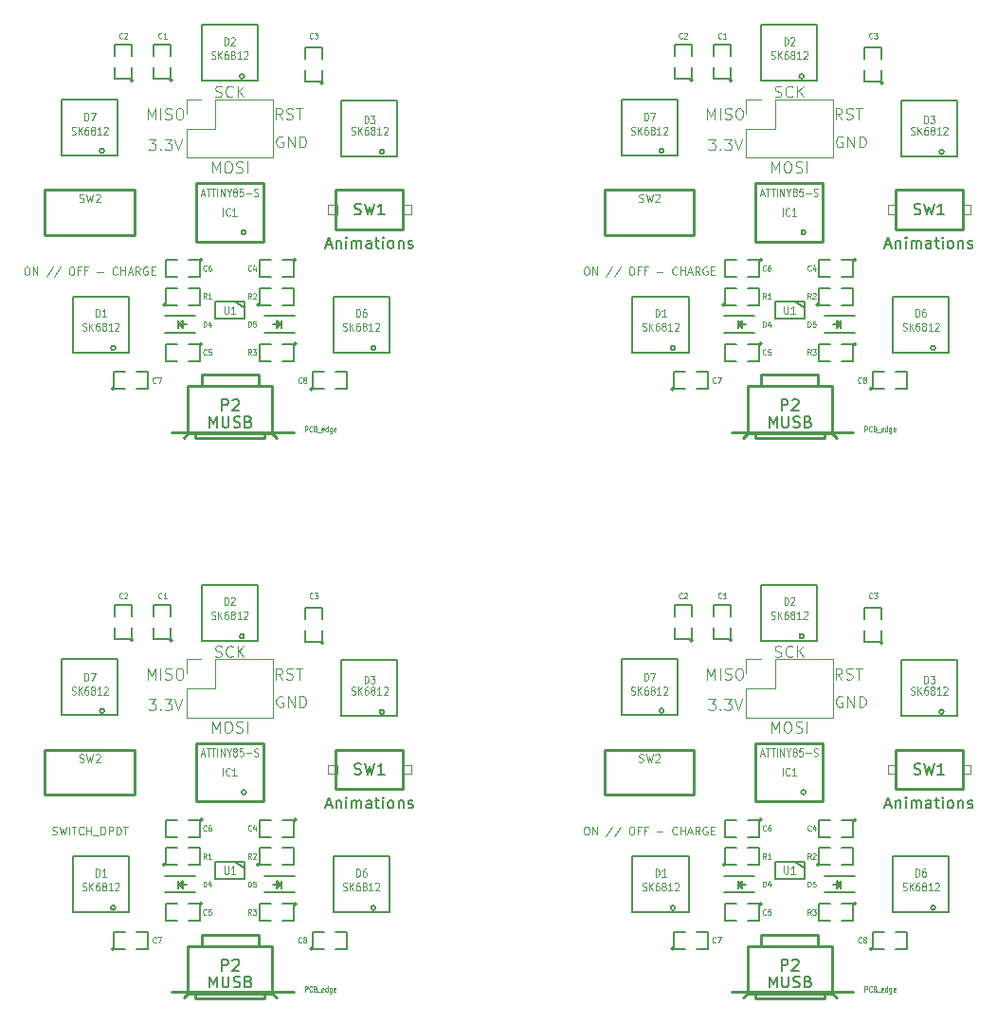
<source format=gto>
G04 #@! TF.FileFunction,Legend,Top*
%FSLAX46Y46*%
G04 Gerber Fmt 4.6, Leading zero omitted, Abs format (unit mm)*
G04 Created by KiCad (PCBNEW 4.0.7) date Wednesday 08 November 2017 'à' 20:08:32*
%MOMM*%
%LPD*%
G01*
G04 APERTURE LIST*
%ADD10C,0.100000*%
%ADD11C,0.127000*%
%ADD12C,0.150000*%
%ADD13C,0.248920*%
%ADD14C,0.066040*%
%ADD15C,0.254000*%
%ADD16C,0.120000*%
%ADD17C,0.220980*%
%ADD18C,0.099060*%
%ADD19C,0.114300*%
%ADD20C,0.110000*%
%ADD21C,0.200000*%
G04 APERTURE END LIST*
D10*
X187678572Y-126702381D02*
X187678572Y-125702381D01*
X188011906Y-126416667D01*
X188345239Y-125702381D01*
X188345239Y-126702381D01*
X188821429Y-126702381D02*
X188821429Y-125702381D01*
X189250000Y-126654762D02*
X189392857Y-126702381D01*
X189630953Y-126702381D01*
X189726191Y-126654762D01*
X189773810Y-126607143D01*
X189821429Y-126511905D01*
X189821429Y-126416667D01*
X189773810Y-126321429D01*
X189726191Y-126273810D01*
X189630953Y-126226190D01*
X189440476Y-126178571D01*
X189345238Y-126130952D01*
X189297619Y-126083333D01*
X189250000Y-125988095D01*
X189250000Y-125892857D01*
X189297619Y-125797619D01*
X189345238Y-125750000D01*
X189440476Y-125702381D01*
X189678572Y-125702381D01*
X189821429Y-125750000D01*
X190440476Y-125702381D02*
X190630953Y-125702381D01*
X190726191Y-125750000D01*
X190821429Y-125845238D01*
X190869048Y-126035714D01*
X190869048Y-126369048D01*
X190821429Y-126559524D01*
X190726191Y-126654762D01*
X190630953Y-126702381D01*
X190440476Y-126702381D01*
X190345238Y-126654762D01*
X190250000Y-126559524D01*
X190202381Y-126369048D01*
X190202381Y-126035714D01*
X190250000Y-125845238D01*
X190345238Y-125750000D01*
X190440476Y-125702381D01*
X137678572Y-126702381D02*
X137678572Y-125702381D01*
X138011906Y-126416667D01*
X138345239Y-125702381D01*
X138345239Y-126702381D01*
X138821429Y-126702381D02*
X138821429Y-125702381D01*
X139250000Y-126654762D02*
X139392857Y-126702381D01*
X139630953Y-126702381D01*
X139726191Y-126654762D01*
X139773810Y-126607143D01*
X139821429Y-126511905D01*
X139821429Y-126416667D01*
X139773810Y-126321429D01*
X139726191Y-126273810D01*
X139630953Y-126226190D01*
X139440476Y-126178571D01*
X139345238Y-126130952D01*
X139297619Y-126083333D01*
X139250000Y-125988095D01*
X139250000Y-125892857D01*
X139297619Y-125797619D01*
X139345238Y-125750000D01*
X139440476Y-125702381D01*
X139678572Y-125702381D01*
X139821429Y-125750000D01*
X140440476Y-125702381D02*
X140630953Y-125702381D01*
X140726191Y-125750000D01*
X140821429Y-125845238D01*
X140869048Y-126035714D01*
X140869048Y-126369048D01*
X140821429Y-126559524D01*
X140726191Y-126654762D01*
X140630953Y-126702381D01*
X140440476Y-126702381D01*
X140345238Y-126654762D01*
X140250000Y-126559524D01*
X140202381Y-126369048D01*
X140202381Y-126035714D01*
X140250000Y-125845238D01*
X140345238Y-125750000D01*
X140440476Y-125702381D01*
X187678572Y-76702381D02*
X187678572Y-75702381D01*
X188011906Y-76416667D01*
X188345239Y-75702381D01*
X188345239Y-76702381D01*
X188821429Y-76702381D02*
X188821429Y-75702381D01*
X189250000Y-76654762D02*
X189392857Y-76702381D01*
X189630953Y-76702381D01*
X189726191Y-76654762D01*
X189773810Y-76607143D01*
X189821429Y-76511905D01*
X189821429Y-76416667D01*
X189773810Y-76321429D01*
X189726191Y-76273810D01*
X189630953Y-76226190D01*
X189440476Y-76178571D01*
X189345238Y-76130952D01*
X189297619Y-76083333D01*
X189250000Y-75988095D01*
X189250000Y-75892857D01*
X189297619Y-75797619D01*
X189345238Y-75750000D01*
X189440476Y-75702381D01*
X189678572Y-75702381D01*
X189821429Y-75750000D01*
X190440476Y-75702381D02*
X190630953Y-75702381D01*
X190726191Y-75750000D01*
X190821429Y-75845238D01*
X190869048Y-76035714D01*
X190869048Y-76369048D01*
X190821429Y-76559524D01*
X190726191Y-76654762D01*
X190630953Y-76702381D01*
X190440476Y-76702381D01*
X190345238Y-76654762D01*
X190250000Y-76559524D01*
X190202381Y-76369048D01*
X190202381Y-76035714D01*
X190250000Y-75845238D01*
X190345238Y-75750000D01*
X190440476Y-75702381D01*
X187773810Y-128452381D02*
X188392858Y-128452381D01*
X188059524Y-128833333D01*
X188202382Y-128833333D01*
X188297620Y-128880952D01*
X188345239Y-128928571D01*
X188392858Y-129023810D01*
X188392858Y-129261905D01*
X188345239Y-129357143D01*
X188297620Y-129404762D01*
X188202382Y-129452381D01*
X187916667Y-129452381D01*
X187821429Y-129404762D01*
X187773810Y-129357143D01*
X188821429Y-129357143D02*
X188869048Y-129404762D01*
X188821429Y-129452381D01*
X188773810Y-129404762D01*
X188821429Y-129357143D01*
X188821429Y-129452381D01*
X189202381Y-128452381D02*
X189821429Y-128452381D01*
X189488095Y-128833333D01*
X189630953Y-128833333D01*
X189726191Y-128880952D01*
X189773810Y-128928571D01*
X189821429Y-129023810D01*
X189821429Y-129261905D01*
X189773810Y-129357143D01*
X189726191Y-129404762D01*
X189630953Y-129452381D01*
X189345238Y-129452381D01*
X189250000Y-129404762D01*
X189202381Y-129357143D01*
X190107143Y-128452381D02*
X190440476Y-129452381D01*
X190773810Y-128452381D01*
X137773810Y-128452381D02*
X138392858Y-128452381D01*
X138059524Y-128833333D01*
X138202382Y-128833333D01*
X138297620Y-128880952D01*
X138345239Y-128928571D01*
X138392858Y-129023810D01*
X138392858Y-129261905D01*
X138345239Y-129357143D01*
X138297620Y-129404762D01*
X138202382Y-129452381D01*
X137916667Y-129452381D01*
X137821429Y-129404762D01*
X137773810Y-129357143D01*
X138821429Y-129357143D02*
X138869048Y-129404762D01*
X138821429Y-129452381D01*
X138773810Y-129404762D01*
X138821429Y-129357143D01*
X138821429Y-129452381D01*
X139202381Y-128452381D02*
X139821429Y-128452381D01*
X139488095Y-128833333D01*
X139630953Y-128833333D01*
X139726191Y-128880952D01*
X139773810Y-128928571D01*
X139821429Y-129023810D01*
X139821429Y-129261905D01*
X139773810Y-129357143D01*
X139726191Y-129404762D01*
X139630953Y-129452381D01*
X139345238Y-129452381D01*
X139250000Y-129404762D01*
X139202381Y-129357143D01*
X140107143Y-128452381D02*
X140440476Y-129452381D01*
X140773810Y-128452381D01*
X187773810Y-78452381D02*
X188392858Y-78452381D01*
X188059524Y-78833333D01*
X188202382Y-78833333D01*
X188297620Y-78880952D01*
X188345239Y-78928571D01*
X188392858Y-79023810D01*
X188392858Y-79261905D01*
X188345239Y-79357143D01*
X188297620Y-79404762D01*
X188202382Y-79452381D01*
X187916667Y-79452381D01*
X187821429Y-79404762D01*
X187773810Y-79357143D01*
X188821429Y-79357143D02*
X188869048Y-79404762D01*
X188821429Y-79452381D01*
X188773810Y-79404762D01*
X188821429Y-79357143D01*
X188821429Y-79452381D01*
X189202381Y-78452381D02*
X189821429Y-78452381D01*
X189488095Y-78833333D01*
X189630953Y-78833333D01*
X189726191Y-78880952D01*
X189773810Y-78928571D01*
X189821429Y-79023810D01*
X189821429Y-79261905D01*
X189773810Y-79357143D01*
X189726191Y-79404762D01*
X189630953Y-79452381D01*
X189345238Y-79452381D01*
X189250000Y-79404762D01*
X189202381Y-79357143D01*
X190107143Y-78452381D02*
X190440476Y-79452381D01*
X190773810Y-78452381D01*
X199738096Y-128250000D02*
X199642858Y-128202381D01*
X199500001Y-128202381D01*
X199357143Y-128250000D01*
X199261905Y-128345238D01*
X199214286Y-128440476D01*
X199166667Y-128630952D01*
X199166667Y-128773810D01*
X199214286Y-128964286D01*
X199261905Y-129059524D01*
X199357143Y-129154762D01*
X199500001Y-129202381D01*
X199595239Y-129202381D01*
X199738096Y-129154762D01*
X199785715Y-129107143D01*
X199785715Y-128773810D01*
X199595239Y-128773810D01*
X200214286Y-129202381D02*
X200214286Y-128202381D01*
X200785715Y-129202381D01*
X200785715Y-128202381D01*
X201261905Y-129202381D02*
X201261905Y-128202381D01*
X201500000Y-128202381D01*
X201642858Y-128250000D01*
X201738096Y-128345238D01*
X201785715Y-128440476D01*
X201833334Y-128630952D01*
X201833334Y-128773810D01*
X201785715Y-128964286D01*
X201738096Y-129059524D01*
X201642858Y-129154762D01*
X201500000Y-129202381D01*
X201261905Y-129202381D01*
X149738096Y-128250000D02*
X149642858Y-128202381D01*
X149500001Y-128202381D01*
X149357143Y-128250000D01*
X149261905Y-128345238D01*
X149214286Y-128440476D01*
X149166667Y-128630952D01*
X149166667Y-128773810D01*
X149214286Y-128964286D01*
X149261905Y-129059524D01*
X149357143Y-129154762D01*
X149500001Y-129202381D01*
X149595239Y-129202381D01*
X149738096Y-129154762D01*
X149785715Y-129107143D01*
X149785715Y-128773810D01*
X149595239Y-128773810D01*
X150214286Y-129202381D02*
X150214286Y-128202381D01*
X150785715Y-129202381D01*
X150785715Y-128202381D01*
X151261905Y-129202381D02*
X151261905Y-128202381D01*
X151500000Y-128202381D01*
X151642858Y-128250000D01*
X151738096Y-128345238D01*
X151785715Y-128440476D01*
X151833334Y-128630952D01*
X151833334Y-128773810D01*
X151785715Y-128964286D01*
X151738096Y-129059524D01*
X151642858Y-129154762D01*
X151500000Y-129202381D01*
X151261905Y-129202381D01*
X199738096Y-78250000D02*
X199642858Y-78202381D01*
X199500001Y-78202381D01*
X199357143Y-78250000D01*
X199261905Y-78345238D01*
X199214286Y-78440476D01*
X199166667Y-78630952D01*
X199166667Y-78773810D01*
X199214286Y-78964286D01*
X199261905Y-79059524D01*
X199357143Y-79154762D01*
X199500001Y-79202381D01*
X199595239Y-79202381D01*
X199738096Y-79154762D01*
X199785715Y-79107143D01*
X199785715Y-78773810D01*
X199595239Y-78773810D01*
X200214286Y-79202381D02*
X200214286Y-78202381D01*
X200785715Y-79202381D01*
X200785715Y-78202381D01*
X201261905Y-79202381D02*
X201261905Y-78202381D01*
X201500000Y-78202381D01*
X201642858Y-78250000D01*
X201738096Y-78345238D01*
X201785715Y-78440476D01*
X201833334Y-78630952D01*
X201833334Y-78773810D01*
X201785715Y-78964286D01*
X201738096Y-79059524D01*
X201642858Y-79154762D01*
X201500000Y-79202381D01*
X201261905Y-79202381D01*
X199702381Y-126702381D02*
X199369047Y-126226190D01*
X199130952Y-126702381D02*
X199130952Y-125702381D01*
X199511905Y-125702381D01*
X199607143Y-125750000D01*
X199654762Y-125797619D01*
X199702381Y-125892857D01*
X199702381Y-126035714D01*
X199654762Y-126130952D01*
X199607143Y-126178571D01*
X199511905Y-126226190D01*
X199130952Y-126226190D01*
X200083333Y-126654762D02*
X200226190Y-126702381D01*
X200464286Y-126702381D01*
X200559524Y-126654762D01*
X200607143Y-126607143D01*
X200654762Y-126511905D01*
X200654762Y-126416667D01*
X200607143Y-126321429D01*
X200559524Y-126273810D01*
X200464286Y-126226190D01*
X200273809Y-126178571D01*
X200178571Y-126130952D01*
X200130952Y-126083333D01*
X200083333Y-125988095D01*
X200083333Y-125892857D01*
X200130952Y-125797619D01*
X200178571Y-125750000D01*
X200273809Y-125702381D01*
X200511905Y-125702381D01*
X200654762Y-125750000D01*
X200940476Y-125702381D02*
X201511905Y-125702381D01*
X201226190Y-126702381D02*
X201226190Y-125702381D01*
X149702381Y-126702381D02*
X149369047Y-126226190D01*
X149130952Y-126702381D02*
X149130952Y-125702381D01*
X149511905Y-125702381D01*
X149607143Y-125750000D01*
X149654762Y-125797619D01*
X149702381Y-125892857D01*
X149702381Y-126035714D01*
X149654762Y-126130952D01*
X149607143Y-126178571D01*
X149511905Y-126226190D01*
X149130952Y-126226190D01*
X150083333Y-126654762D02*
X150226190Y-126702381D01*
X150464286Y-126702381D01*
X150559524Y-126654762D01*
X150607143Y-126607143D01*
X150654762Y-126511905D01*
X150654762Y-126416667D01*
X150607143Y-126321429D01*
X150559524Y-126273810D01*
X150464286Y-126226190D01*
X150273809Y-126178571D01*
X150178571Y-126130952D01*
X150130952Y-126083333D01*
X150083333Y-125988095D01*
X150083333Y-125892857D01*
X150130952Y-125797619D01*
X150178571Y-125750000D01*
X150273809Y-125702381D01*
X150511905Y-125702381D01*
X150654762Y-125750000D01*
X150940476Y-125702381D02*
X151511905Y-125702381D01*
X151226190Y-126702381D02*
X151226190Y-125702381D01*
X199702381Y-76702381D02*
X199369047Y-76226190D01*
X199130952Y-76702381D02*
X199130952Y-75702381D01*
X199511905Y-75702381D01*
X199607143Y-75750000D01*
X199654762Y-75797619D01*
X199702381Y-75892857D01*
X199702381Y-76035714D01*
X199654762Y-76130952D01*
X199607143Y-76178571D01*
X199511905Y-76226190D01*
X199130952Y-76226190D01*
X200083333Y-76654762D02*
X200226190Y-76702381D01*
X200464286Y-76702381D01*
X200559524Y-76654762D01*
X200607143Y-76607143D01*
X200654762Y-76511905D01*
X200654762Y-76416667D01*
X200607143Y-76321429D01*
X200559524Y-76273810D01*
X200464286Y-76226190D01*
X200273809Y-76178571D01*
X200178571Y-76130952D01*
X200130952Y-76083333D01*
X200083333Y-75988095D01*
X200083333Y-75892857D01*
X200130952Y-75797619D01*
X200178571Y-75750000D01*
X200273809Y-75702381D01*
X200511905Y-75702381D01*
X200654762Y-75750000D01*
X200940476Y-75702381D02*
X201511905Y-75702381D01*
X201226190Y-76702381D02*
X201226190Y-75702381D01*
X193714286Y-124654762D02*
X193857143Y-124702381D01*
X194095239Y-124702381D01*
X194190477Y-124654762D01*
X194238096Y-124607143D01*
X194285715Y-124511905D01*
X194285715Y-124416667D01*
X194238096Y-124321429D01*
X194190477Y-124273810D01*
X194095239Y-124226190D01*
X193904762Y-124178571D01*
X193809524Y-124130952D01*
X193761905Y-124083333D01*
X193714286Y-123988095D01*
X193714286Y-123892857D01*
X193761905Y-123797619D01*
X193809524Y-123750000D01*
X193904762Y-123702381D01*
X194142858Y-123702381D01*
X194285715Y-123750000D01*
X195285715Y-124607143D02*
X195238096Y-124654762D01*
X195095239Y-124702381D01*
X195000001Y-124702381D01*
X194857143Y-124654762D01*
X194761905Y-124559524D01*
X194714286Y-124464286D01*
X194666667Y-124273810D01*
X194666667Y-124130952D01*
X194714286Y-123940476D01*
X194761905Y-123845238D01*
X194857143Y-123750000D01*
X195000001Y-123702381D01*
X195095239Y-123702381D01*
X195238096Y-123750000D01*
X195285715Y-123797619D01*
X195714286Y-124702381D02*
X195714286Y-123702381D01*
X196285715Y-124702381D02*
X195857143Y-124130952D01*
X196285715Y-123702381D02*
X195714286Y-124273810D01*
X143714286Y-124654762D02*
X143857143Y-124702381D01*
X144095239Y-124702381D01*
X144190477Y-124654762D01*
X144238096Y-124607143D01*
X144285715Y-124511905D01*
X144285715Y-124416667D01*
X144238096Y-124321429D01*
X144190477Y-124273810D01*
X144095239Y-124226190D01*
X143904762Y-124178571D01*
X143809524Y-124130952D01*
X143761905Y-124083333D01*
X143714286Y-123988095D01*
X143714286Y-123892857D01*
X143761905Y-123797619D01*
X143809524Y-123750000D01*
X143904762Y-123702381D01*
X144142858Y-123702381D01*
X144285715Y-123750000D01*
X145285715Y-124607143D02*
X145238096Y-124654762D01*
X145095239Y-124702381D01*
X145000001Y-124702381D01*
X144857143Y-124654762D01*
X144761905Y-124559524D01*
X144714286Y-124464286D01*
X144666667Y-124273810D01*
X144666667Y-124130952D01*
X144714286Y-123940476D01*
X144761905Y-123845238D01*
X144857143Y-123750000D01*
X145000001Y-123702381D01*
X145095239Y-123702381D01*
X145238096Y-123750000D01*
X145285715Y-123797619D01*
X145714286Y-124702381D02*
X145714286Y-123702381D01*
X146285715Y-124702381D02*
X145857143Y-124130952D01*
X146285715Y-123702381D02*
X145714286Y-124273810D01*
X193714286Y-74654762D02*
X193857143Y-74702381D01*
X194095239Y-74702381D01*
X194190477Y-74654762D01*
X194238096Y-74607143D01*
X194285715Y-74511905D01*
X194285715Y-74416667D01*
X194238096Y-74321429D01*
X194190477Y-74273810D01*
X194095239Y-74226190D01*
X193904762Y-74178571D01*
X193809524Y-74130952D01*
X193761905Y-74083333D01*
X193714286Y-73988095D01*
X193714286Y-73892857D01*
X193761905Y-73797619D01*
X193809524Y-73750000D01*
X193904762Y-73702381D01*
X194142858Y-73702381D01*
X194285715Y-73750000D01*
X195285715Y-74607143D02*
X195238096Y-74654762D01*
X195095239Y-74702381D01*
X195000001Y-74702381D01*
X194857143Y-74654762D01*
X194761905Y-74559524D01*
X194714286Y-74464286D01*
X194666667Y-74273810D01*
X194666667Y-74130952D01*
X194714286Y-73940476D01*
X194761905Y-73845238D01*
X194857143Y-73750000D01*
X195000001Y-73702381D01*
X195095239Y-73702381D01*
X195238096Y-73750000D01*
X195285715Y-73797619D01*
X195714286Y-74702381D02*
X195714286Y-73702381D01*
X196285715Y-74702381D02*
X195857143Y-74130952D01*
X196285715Y-73702381D02*
X195714286Y-74273810D01*
X193428572Y-131452381D02*
X193428572Y-130452381D01*
X193761906Y-131166667D01*
X194095239Y-130452381D01*
X194095239Y-131452381D01*
X194761905Y-130452381D02*
X194952382Y-130452381D01*
X195047620Y-130500000D01*
X195142858Y-130595238D01*
X195190477Y-130785714D01*
X195190477Y-131119048D01*
X195142858Y-131309524D01*
X195047620Y-131404762D01*
X194952382Y-131452381D01*
X194761905Y-131452381D01*
X194666667Y-131404762D01*
X194571429Y-131309524D01*
X194523810Y-131119048D01*
X194523810Y-130785714D01*
X194571429Y-130595238D01*
X194666667Y-130500000D01*
X194761905Y-130452381D01*
X195571429Y-131404762D02*
X195714286Y-131452381D01*
X195952382Y-131452381D01*
X196047620Y-131404762D01*
X196095239Y-131357143D01*
X196142858Y-131261905D01*
X196142858Y-131166667D01*
X196095239Y-131071429D01*
X196047620Y-131023810D01*
X195952382Y-130976190D01*
X195761905Y-130928571D01*
X195666667Y-130880952D01*
X195619048Y-130833333D01*
X195571429Y-130738095D01*
X195571429Y-130642857D01*
X195619048Y-130547619D01*
X195666667Y-130500000D01*
X195761905Y-130452381D01*
X196000001Y-130452381D01*
X196142858Y-130500000D01*
X196571429Y-131452381D02*
X196571429Y-130452381D01*
X143428572Y-131452381D02*
X143428572Y-130452381D01*
X143761906Y-131166667D01*
X144095239Y-130452381D01*
X144095239Y-131452381D01*
X144761905Y-130452381D02*
X144952382Y-130452381D01*
X145047620Y-130500000D01*
X145142858Y-130595238D01*
X145190477Y-130785714D01*
X145190477Y-131119048D01*
X145142858Y-131309524D01*
X145047620Y-131404762D01*
X144952382Y-131452381D01*
X144761905Y-131452381D01*
X144666667Y-131404762D01*
X144571429Y-131309524D01*
X144523810Y-131119048D01*
X144523810Y-130785714D01*
X144571429Y-130595238D01*
X144666667Y-130500000D01*
X144761905Y-130452381D01*
X145571429Y-131404762D02*
X145714286Y-131452381D01*
X145952382Y-131452381D01*
X146047620Y-131404762D01*
X146095239Y-131357143D01*
X146142858Y-131261905D01*
X146142858Y-131166667D01*
X146095239Y-131071429D01*
X146047620Y-131023810D01*
X145952382Y-130976190D01*
X145761905Y-130928571D01*
X145666667Y-130880952D01*
X145619048Y-130833333D01*
X145571429Y-130738095D01*
X145571429Y-130642857D01*
X145619048Y-130547619D01*
X145666667Y-130500000D01*
X145761905Y-130452381D01*
X146000001Y-130452381D01*
X146142858Y-130500000D01*
X146571429Y-131452381D02*
X146571429Y-130452381D01*
X193428572Y-81452381D02*
X193428572Y-80452381D01*
X193761906Y-81166667D01*
X194095239Y-80452381D01*
X194095239Y-81452381D01*
X194761905Y-80452381D02*
X194952382Y-80452381D01*
X195047620Y-80500000D01*
X195142858Y-80595238D01*
X195190477Y-80785714D01*
X195190477Y-81119048D01*
X195142858Y-81309524D01*
X195047620Y-81404762D01*
X194952382Y-81452381D01*
X194761905Y-81452381D01*
X194666667Y-81404762D01*
X194571429Y-81309524D01*
X194523810Y-81119048D01*
X194523810Y-80785714D01*
X194571429Y-80595238D01*
X194666667Y-80500000D01*
X194761905Y-80452381D01*
X195571429Y-81404762D02*
X195714286Y-81452381D01*
X195952382Y-81452381D01*
X196047620Y-81404762D01*
X196095239Y-81357143D01*
X196142858Y-81261905D01*
X196142858Y-81166667D01*
X196095239Y-81071429D01*
X196047620Y-81023810D01*
X195952382Y-80976190D01*
X195761905Y-80928571D01*
X195666667Y-80880952D01*
X195619048Y-80833333D01*
X195571429Y-80738095D01*
X195571429Y-80642857D01*
X195619048Y-80547619D01*
X195666667Y-80500000D01*
X195761905Y-80452381D01*
X196000001Y-80452381D01*
X196142858Y-80500000D01*
X196571429Y-81452381D02*
X196571429Y-80452381D01*
X143428572Y-81452381D02*
X143428572Y-80452381D01*
X143761906Y-81166667D01*
X144095239Y-80452381D01*
X144095239Y-81452381D01*
X144761905Y-80452381D02*
X144952382Y-80452381D01*
X145047620Y-80500000D01*
X145142858Y-80595238D01*
X145190477Y-80785714D01*
X145190477Y-81119048D01*
X145142858Y-81309524D01*
X145047620Y-81404762D01*
X144952382Y-81452381D01*
X144761905Y-81452381D01*
X144666667Y-81404762D01*
X144571429Y-81309524D01*
X144523810Y-81119048D01*
X144523810Y-80785714D01*
X144571429Y-80595238D01*
X144666667Y-80500000D01*
X144761905Y-80452381D01*
X145571429Y-81404762D02*
X145714286Y-81452381D01*
X145952382Y-81452381D01*
X146047620Y-81404762D01*
X146095239Y-81357143D01*
X146142858Y-81261905D01*
X146142858Y-81166667D01*
X146095239Y-81071429D01*
X146047620Y-81023810D01*
X145952382Y-80976190D01*
X145761905Y-80928571D01*
X145666667Y-80880952D01*
X145619048Y-80833333D01*
X145571429Y-80738095D01*
X145571429Y-80642857D01*
X145619048Y-80547619D01*
X145666667Y-80500000D01*
X145761905Y-80452381D01*
X146000001Y-80452381D01*
X146142858Y-80500000D01*
X146571429Y-81452381D02*
X146571429Y-80452381D01*
X137678572Y-76702381D02*
X137678572Y-75702381D01*
X138011906Y-76416667D01*
X138345239Y-75702381D01*
X138345239Y-76702381D01*
X138821429Y-76702381D02*
X138821429Y-75702381D01*
X139250000Y-76654762D02*
X139392857Y-76702381D01*
X139630953Y-76702381D01*
X139726191Y-76654762D01*
X139773810Y-76607143D01*
X139821429Y-76511905D01*
X139821429Y-76416667D01*
X139773810Y-76321429D01*
X139726191Y-76273810D01*
X139630953Y-76226190D01*
X139440476Y-76178571D01*
X139345238Y-76130952D01*
X139297619Y-76083333D01*
X139250000Y-75988095D01*
X139250000Y-75892857D01*
X139297619Y-75797619D01*
X139345238Y-75750000D01*
X139440476Y-75702381D01*
X139678572Y-75702381D01*
X139821429Y-75750000D01*
X140440476Y-75702381D02*
X140630953Y-75702381D01*
X140726191Y-75750000D01*
X140821429Y-75845238D01*
X140869048Y-76035714D01*
X140869048Y-76369048D01*
X140821429Y-76559524D01*
X140726191Y-76654762D01*
X140630953Y-76702381D01*
X140440476Y-76702381D01*
X140345238Y-76654762D01*
X140250000Y-76559524D01*
X140202381Y-76369048D01*
X140202381Y-76035714D01*
X140250000Y-75845238D01*
X140345238Y-75750000D01*
X140440476Y-75702381D01*
X143714286Y-74654762D02*
X143857143Y-74702381D01*
X144095239Y-74702381D01*
X144190477Y-74654762D01*
X144238096Y-74607143D01*
X144285715Y-74511905D01*
X144285715Y-74416667D01*
X144238096Y-74321429D01*
X144190477Y-74273810D01*
X144095239Y-74226190D01*
X143904762Y-74178571D01*
X143809524Y-74130952D01*
X143761905Y-74083333D01*
X143714286Y-73988095D01*
X143714286Y-73892857D01*
X143761905Y-73797619D01*
X143809524Y-73750000D01*
X143904762Y-73702381D01*
X144142858Y-73702381D01*
X144285715Y-73750000D01*
X145285715Y-74607143D02*
X145238096Y-74654762D01*
X145095239Y-74702381D01*
X145000001Y-74702381D01*
X144857143Y-74654762D01*
X144761905Y-74559524D01*
X144714286Y-74464286D01*
X144666667Y-74273810D01*
X144666667Y-74130952D01*
X144714286Y-73940476D01*
X144761905Y-73845238D01*
X144857143Y-73750000D01*
X145000001Y-73702381D01*
X145095239Y-73702381D01*
X145238096Y-73750000D01*
X145285715Y-73797619D01*
X145714286Y-74702381D02*
X145714286Y-73702381D01*
X146285715Y-74702381D02*
X145857143Y-74130952D01*
X146285715Y-73702381D02*
X145714286Y-74273810D01*
X137773810Y-78452381D02*
X138392858Y-78452381D01*
X138059524Y-78833333D01*
X138202382Y-78833333D01*
X138297620Y-78880952D01*
X138345239Y-78928571D01*
X138392858Y-79023810D01*
X138392858Y-79261905D01*
X138345239Y-79357143D01*
X138297620Y-79404762D01*
X138202382Y-79452381D01*
X137916667Y-79452381D01*
X137821429Y-79404762D01*
X137773810Y-79357143D01*
X138821429Y-79357143D02*
X138869048Y-79404762D01*
X138821429Y-79452381D01*
X138773810Y-79404762D01*
X138821429Y-79357143D01*
X138821429Y-79452381D01*
X139202381Y-78452381D02*
X139821429Y-78452381D01*
X139488095Y-78833333D01*
X139630953Y-78833333D01*
X139726191Y-78880952D01*
X139773810Y-78928571D01*
X139821429Y-79023810D01*
X139821429Y-79261905D01*
X139773810Y-79357143D01*
X139726191Y-79404762D01*
X139630953Y-79452381D01*
X139345238Y-79452381D01*
X139250000Y-79404762D01*
X139202381Y-79357143D01*
X140107143Y-78452381D02*
X140440476Y-79452381D01*
X140773810Y-78452381D01*
X149738096Y-78250000D02*
X149642858Y-78202381D01*
X149500001Y-78202381D01*
X149357143Y-78250000D01*
X149261905Y-78345238D01*
X149214286Y-78440476D01*
X149166667Y-78630952D01*
X149166667Y-78773810D01*
X149214286Y-78964286D01*
X149261905Y-79059524D01*
X149357143Y-79154762D01*
X149500001Y-79202381D01*
X149595239Y-79202381D01*
X149738096Y-79154762D01*
X149785715Y-79107143D01*
X149785715Y-78773810D01*
X149595239Y-78773810D01*
X150214286Y-79202381D02*
X150214286Y-78202381D01*
X150785715Y-79202381D01*
X150785715Y-78202381D01*
X151261905Y-79202381D02*
X151261905Y-78202381D01*
X151500000Y-78202381D01*
X151642858Y-78250000D01*
X151738096Y-78345238D01*
X151785715Y-78440476D01*
X151833334Y-78630952D01*
X151833334Y-78773810D01*
X151785715Y-78964286D01*
X151738096Y-79059524D01*
X151642858Y-79154762D01*
X151500000Y-79202381D01*
X151261905Y-79202381D01*
X149702381Y-76702381D02*
X149369047Y-76226190D01*
X149130952Y-76702381D02*
X149130952Y-75702381D01*
X149511905Y-75702381D01*
X149607143Y-75750000D01*
X149654762Y-75797619D01*
X149702381Y-75892857D01*
X149702381Y-76035714D01*
X149654762Y-76130952D01*
X149607143Y-76178571D01*
X149511905Y-76226190D01*
X149130952Y-76226190D01*
X150083333Y-76654762D02*
X150226190Y-76702381D01*
X150464286Y-76702381D01*
X150559524Y-76654762D01*
X150607143Y-76607143D01*
X150654762Y-76511905D01*
X150654762Y-76416667D01*
X150607143Y-76321429D01*
X150559524Y-76273810D01*
X150464286Y-76226190D01*
X150273809Y-76178571D01*
X150178571Y-76130952D01*
X150130952Y-76083333D01*
X150083333Y-75988095D01*
X150083333Y-75892857D01*
X150130952Y-75797619D01*
X150178571Y-75750000D01*
X150273809Y-75702381D01*
X150511905Y-75702381D01*
X150654762Y-75750000D01*
X150940476Y-75702381D02*
X151511905Y-75702381D01*
X151226190Y-76702381D02*
X151226190Y-75702381D01*
D11*
X200980500Y-139238000D02*
G75*
G03X200980500Y-139238000I-127000J0D01*
G01*
X199710500Y-139238000D02*
X200726500Y-139238000D01*
X200726500Y-139238000D02*
X200726500Y-140762000D01*
X200726500Y-140762000D02*
X199710500Y-140762000D01*
X198694500Y-140762000D02*
X197678500Y-140762000D01*
X197678500Y-140762000D02*
X197678500Y-139238000D01*
X197678500Y-139238000D02*
X198694500Y-139238000D01*
X150980500Y-139238000D02*
G75*
G03X150980500Y-139238000I-127000J0D01*
G01*
X149710500Y-139238000D02*
X150726500Y-139238000D01*
X150726500Y-139238000D02*
X150726500Y-140762000D01*
X150726500Y-140762000D02*
X149710500Y-140762000D01*
X148694500Y-140762000D02*
X147678500Y-140762000D01*
X147678500Y-140762000D02*
X147678500Y-139238000D01*
X147678500Y-139238000D02*
X148694500Y-139238000D01*
X200980500Y-89238000D02*
G75*
G03X200980500Y-89238000I-127000J0D01*
G01*
X199710500Y-89238000D02*
X200726500Y-89238000D01*
X200726500Y-89238000D02*
X200726500Y-90762000D01*
X200726500Y-90762000D02*
X199710500Y-90762000D01*
X198694500Y-90762000D02*
X197678500Y-90762000D01*
X197678500Y-90762000D02*
X197678500Y-89238000D01*
X197678500Y-89238000D02*
X198694500Y-89238000D01*
X197678500Y-143262000D02*
G75*
G03X197678500Y-143262000I-127000J0D01*
G01*
X198694500Y-143262000D02*
X197678500Y-143262000D01*
X197678500Y-143262000D02*
X197678500Y-141738000D01*
X197678500Y-141738000D02*
X198694500Y-141738000D01*
X199710500Y-141738000D02*
X200726500Y-141738000D01*
X200726500Y-141738000D02*
X200726500Y-143262000D01*
X200726500Y-143262000D02*
X199710500Y-143262000D01*
X147678500Y-143262000D02*
G75*
G03X147678500Y-143262000I-127000J0D01*
G01*
X148694500Y-143262000D02*
X147678500Y-143262000D01*
X147678500Y-143262000D02*
X147678500Y-141738000D01*
X147678500Y-141738000D02*
X148694500Y-141738000D01*
X149710500Y-141738000D02*
X150726500Y-141738000D01*
X150726500Y-141738000D02*
X150726500Y-143262000D01*
X150726500Y-143262000D02*
X149710500Y-143262000D01*
X197678500Y-93262000D02*
G75*
G03X197678500Y-93262000I-127000J0D01*
G01*
X198694500Y-93262000D02*
X197678500Y-93262000D01*
X197678500Y-93262000D02*
X197678500Y-91738000D01*
X197678500Y-91738000D02*
X198694500Y-91738000D01*
X199710500Y-91738000D02*
X200726500Y-91738000D01*
X200726500Y-91738000D02*
X200726500Y-93262000D01*
X200726500Y-93262000D02*
X199710500Y-93262000D01*
D12*
X200849300Y-144250000D02*
X198149300Y-144250000D01*
X200849300Y-145750000D02*
X198149300Y-145750000D01*
X199349300Y-144850000D02*
X199349300Y-145100000D01*
X199349300Y-145100000D02*
X199499300Y-144950000D01*
X199599300Y-145350000D02*
X199599300Y-144650000D01*
X199249300Y-145000000D02*
X198899300Y-145000000D01*
X199599300Y-145000000D02*
X199249300Y-145350000D01*
X199249300Y-145350000D02*
X199249300Y-144650000D01*
X199249300Y-144650000D02*
X199599300Y-145000000D01*
X150849300Y-144250000D02*
X148149300Y-144250000D01*
X150849300Y-145750000D02*
X148149300Y-145750000D01*
X149349300Y-144850000D02*
X149349300Y-145100000D01*
X149349300Y-145100000D02*
X149499300Y-144950000D01*
X149599300Y-145350000D02*
X149599300Y-144650000D01*
X149249300Y-145000000D02*
X148899300Y-145000000D01*
X149599300Y-145000000D02*
X149249300Y-145350000D01*
X149249300Y-145350000D02*
X149249300Y-144650000D01*
X149249300Y-144650000D02*
X149599300Y-145000000D01*
X200849300Y-94250000D02*
X198149300Y-94250000D01*
X200849300Y-95750000D02*
X198149300Y-95750000D01*
X199349300Y-94850000D02*
X199349300Y-95100000D01*
X199349300Y-95100000D02*
X199499300Y-94950000D01*
X199599300Y-95350000D02*
X199599300Y-94650000D01*
X199249300Y-95000000D02*
X198899300Y-95000000D01*
X199599300Y-95000000D02*
X199249300Y-95350000D01*
X199249300Y-95350000D02*
X199249300Y-94650000D01*
X199249300Y-94650000D02*
X199599300Y-95000000D01*
X208050000Y-147100000D02*
G75*
G03X208050000Y-147100000I-200000J0D01*
G01*
X204250000Y-147500000D02*
X209250000Y-147500000D01*
X204250000Y-142500000D02*
X209250000Y-142500000D01*
X204250000Y-147500000D02*
X204250000Y-142500000D01*
X209250000Y-147500000D02*
X209250000Y-142500000D01*
X158050000Y-147100000D02*
G75*
G03X158050000Y-147100000I-200000J0D01*
G01*
X154250000Y-147500000D02*
X159250000Y-147500000D01*
X154250000Y-142500000D02*
X159250000Y-142500000D01*
X154250000Y-147500000D02*
X154250000Y-142500000D01*
X159250000Y-147500000D02*
X159250000Y-142500000D01*
X208050000Y-97100000D02*
G75*
G03X208050000Y-97100000I-200000J0D01*
G01*
X204250000Y-97500000D02*
X209250000Y-97500000D01*
X204250000Y-92500000D02*
X209250000Y-92500000D01*
X204250000Y-97500000D02*
X204250000Y-92500000D01*
X209250000Y-97500000D02*
X209250000Y-92500000D01*
D11*
X202428500Y-150762000D02*
G75*
G03X202428500Y-150762000I-127000J0D01*
G01*
X203444500Y-150762000D02*
X202428500Y-150762000D01*
X202428500Y-150762000D02*
X202428500Y-149238000D01*
X202428500Y-149238000D02*
X203444500Y-149238000D01*
X204460500Y-149238000D02*
X205476500Y-149238000D01*
X205476500Y-149238000D02*
X205476500Y-150762000D01*
X205476500Y-150762000D02*
X204460500Y-150762000D01*
X152428500Y-150762000D02*
G75*
G03X152428500Y-150762000I-127000J0D01*
G01*
X153444500Y-150762000D02*
X152428500Y-150762000D01*
X152428500Y-150762000D02*
X152428500Y-149238000D01*
X152428500Y-149238000D02*
X153444500Y-149238000D01*
X154460500Y-149238000D02*
X155476500Y-149238000D01*
X155476500Y-149238000D02*
X155476500Y-150762000D01*
X155476500Y-150762000D02*
X154460500Y-150762000D01*
X202428500Y-100762000D02*
G75*
G03X202428500Y-100762000I-127000J0D01*
G01*
X203444500Y-100762000D02*
X202428500Y-100762000D01*
X202428500Y-100762000D02*
X202428500Y-99238000D01*
X202428500Y-99238000D02*
X203444500Y-99238000D01*
X204460500Y-99238000D02*
X205476500Y-99238000D01*
X205476500Y-99238000D02*
X205476500Y-100762000D01*
X205476500Y-100762000D02*
X204460500Y-100762000D01*
X200980500Y-146738000D02*
G75*
G03X200980500Y-146738000I-127000J0D01*
G01*
X199710500Y-146738000D02*
X200726500Y-146738000D01*
X200726500Y-146738000D02*
X200726500Y-148262000D01*
X200726500Y-148262000D02*
X199710500Y-148262000D01*
X198694500Y-148262000D02*
X197678500Y-148262000D01*
X197678500Y-148262000D02*
X197678500Y-146738000D01*
X197678500Y-146738000D02*
X198694500Y-146738000D01*
X150980500Y-146738000D02*
G75*
G03X150980500Y-146738000I-127000J0D01*
G01*
X149710500Y-146738000D02*
X150726500Y-146738000D01*
X150726500Y-146738000D02*
X150726500Y-148262000D01*
X150726500Y-148262000D02*
X149710500Y-148262000D01*
X148694500Y-148262000D02*
X147678500Y-148262000D01*
X147678500Y-148262000D02*
X147678500Y-146738000D01*
X147678500Y-146738000D02*
X148694500Y-146738000D01*
X200980500Y-96738000D02*
G75*
G03X200980500Y-96738000I-127000J0D01*
G01*
X199710500Y-96738000D02*
X200726500Y-96738000D01*
X200726500Y-96738000D02*
X200726500Y-98262000D01*
X200726500Y-98262000D02*
X199710500Y-98262000D01*
X198694500Y-98262000D02*
X197678500Y-98262000D01*
X197678500Y-98262000D02*
X197678500Y-96738000D01*
X197678500Y-96738000D02*
X198694500Y-96738000D01*
D13*
X191951680Y-154691000D02*
X191951680Y-155173600D01*
X191951680Y-155173600D02*
X198149280Y-155173600D01*
X198149280Y-155173600D02*
X198149280Y-154741800D01*
X200714680Y-154640200D02*
X189818080Y-154640200D01*
X198809680Y-154741800D02*
X199216080Y-155148200D01*
X191291280Y-154741800D02*
X190884880Y-155148200D01*
X191291280Y-150500000D02*
X198809680Y-150500000D01*
X198809680Y-150500000D02*
X198809680Y-154741800D01*
X198809680Y-154741800D02*
X191291280Y-154741800D01*
X191291280Y-154741800D02*
X191291280Y-150500000D01*
X192510480Y-149509400D02*
X197590480Y-149509400D01*
X197590480Y-149509400D02*
X197590480Y-150500000D01*
X192510480Y-150500000D02*
X192510480Y-149509400D01*
X141951680Y-154691000D02*
X141951680Y-155173600D01*
X141951680Y-155173600D02*
X148149280Y-155173600D01*
X148149280Y-155173600D02*
X148149280Y-154741800D01*
X150714680Y-154640200D02*
X139818080Y-154640200D01*
X148809680Y-154741800D02*
X149216080Y-155148200D01*
X141291280Y-154741800D02*
X140884880Y-155148200D01*
X141291280Y-150500000D02*
X148809680Y-150500000D01*
X148809680Y-150500000D02*
X148809680Y-154741800D01*
X148809680Y-154741800D02*
X141291280Y-154741800D01*
X141291280Y-154741800D02*
X141291280Y-150500000D01*
X142510480Y-149509400D02*
X147590480Y-149509400D01*
X147590480Y-149509400D02*
X147590480Y-150500000D01*
X142510480Y-150500000D02*
X142510480Y-149509400D01*
X191951680Y-104691000D02*
X191951680Y-105173600D01*
X191951680Y-105173600D02*
X198149280Y-105173600D01*
X198149280Y-105173600D02*
X198149280Y-104741800D01*
X200714680Y-104640200D02*
X189818080Y-104640200D01*
X198809680Y-104741800D02*
X199216080Y-105148200D01*
X191291280Y-104741800D02*
X190884880Y-105148200D01*
X191291280Y-100500000D02*
X198809680Y-100500000D01*
X198809680Y-100500000D02*
X198809680Y-104741800D01*
X198809680Y-104741800D02*
X191291280Y-104741800D01*
X191291280Y-104741800D02*
X191291280Y-100500000D01*
X192510480Y-99509400D02*
X197590480Y-99509400D01*
X197590480Y-99509400D02*
X197590480Y-100500000D01*
X192510480Y-100500000D02*
X192510480Y-99509400D01*
D11*
X192575500Y-146738000D02*
G75*
G03X192575500Y-146738000I-127000J0D01*
G01*
X191305500Y-146738000D02*
X192321500Y-146738000D01*
X192321500Y-146738000D02*
X192321500Y-148262000D01*
X192321500Y-148262000D02*
X191305500Y-148262000D01*
X190289500Y-148262000D02*
X189273500Y-148262000D01*
X189273500Y-148262000D02*
X189273500Y-146738000D01*
X189273500Y-146738000D02*
X190289500Y-146738000D01*
X142575500Y-146738000D02*
G75*
G03X142575500Y-146738000I-127000J0D01*
G01*
X141305500Y-146738000D02*
X142321500Y-146738000D01*
X142321500Y-146738000D02*
X142321500Y-148262000D01*
X142321500Y-148262000D02*
X141305500Y-148262000D01*
X140289500Y-148262000D02*
X139273500Y-148262000D01*
X139273500Y-148262000D02*
X139273500Y-146738000D01*
X139273500Y-146738000D02*
X140289500Y-146738000D01*
X192575500Y-96738000D02*
G75*
G03X192575500Y-96738000I-127000J0D01*
G01*
X191305500Y-96738000D02*
X192321500Y-96738000D01*
X192321500Y-96738000D02*
X192321500Y-98262000D01*
X192321500Y-98262000D02*
X191305500Y-98262000D01*
X190289500Y-98262000D02*
X189273500Y-98262000D01*
X189273500Y-98262000D02*
X189273500Y-96738000D01*
X189273500Y-96738000D02*
X190289500Y-96738000D01*
D14*
X203801760Y-135148780D02*
X204601860Y-135148780D01*
X204601860Y-135148780D02*
X204601860Y-134351220D01*
X203801760Y-134351220D02*
X204601860Y-134351220D01*
X203801760Y-135148780D02*
X203801760Y-134351220D01*
X210398140Y-135148780D02*
X211198240Y-135148780D01*
X211198240Y-135148780D02*
X211198240Y-134351220D01*
X210398140Y-134351220D02*
X211198240Y-134351220D01*
X210398140Y-135148780D02*
X210398140Y-134351220D01*
D15*
X204500260Y-133002480D02*
X210499740Y-133002480D01*
X210499740Y-136497520D02*
X204500260Y-136497520D01*
X204500260Y-133002480D02*
X204500260Y-134102300D01*
X210499740Y-133002480D02*
X210499740Y-134102300D01*
X210499740Y-136497520D02*
X210499740Y-135397700D01*
X204500260Y-136497520D02*
X204500260Y-135397700D01*
X204500260Y-134102300D02*
X204500260Y-135349440D01*
X210499740Y-134051500D02*
X210499740Y-135499300D01*
D14*
X153801760Y-135148780D02*
X154601860Y-135148780D01*
X154601860Y-135148780D02*
X154601860Y-134351220D01*
X153801760Y-134351220D02*
X154601860Y-134351220D01*
X153801760Y-135148780D02*
X153801760Y-134351220D01*
X160398140Y-135148780D02*
X161198240Y-135148780D01*
X161198240Y-135148780D02*
X161198240Y-134351220D01*
X160398140Y-134351220D02*
X161198240Y-134351220D01*
X160398140Y-135148780D02*
X160398140Y-134351220D01*
D15*
X154500260Y-133002480D02*
X160499740Y-133002480D01*
X160499740Y-136497520D02*
X154500260Y-136497520D01*
X154500260Y-133002480D02*
X154500260Y-134102300D01*
X160499740Y-133002480D02*
X160499740Y-134102300D01*
X160499740Y-136497520D02*
X160499740Y-135397700D01*
X154500260Y-136497520D02*
X154500260Y-135397700D01*
X154500260Y-134102300D02*
X154500260Y-135349440D01*
X160499740Y-134051500D02*
X160499740Y-135499300D01*
D14*
X203801760Y-85148780D02*
X204601860Y-85148780D01*
X204601860Y-85148780D02*
X204601860Y-84351220D01*
X203801760Y-84351220D02*
X204601860Y-84351220D01*
X203801760Y-85148780D02*
X203801760Y-84351220D01*
X210398140Y-85148780D02*
X211198240Y-85148780D01*
X211198240Y-85148780D02*
X211198240Y-84351220D01*
X210398140Y-84351220D02*
X211198240Y-84351220D01*
X210398140Y-85148780D02*
X210398140Y-84351220D01*
D15*
X204500260Y-83002480D02*
X210499740Y-83002480D01*
X210499740Y-86497520D02*
X204500260Y-86497520D01*
X204500260Y-83002480D02*
X204500260Y-84102300D01*
X210499740Y-83002480D02*
X210499740Y-84102300D01*
X210499740Y-86497520D02*
X210499740Y-85397700D01*
X204500260Y-86497520D02*
X204500260Y-85397700D01*
X204500260Y-84102300D02*
X204500260Y-85349440D01*
X210499740Y-84051500D02*
X210499740Y-85499300D01*
D11*
X203389000Y-123448500D02*
G75*
G03X203389000Y-123448500I-127000J0D01*
G01*
X203262000Y-122305500D02*
X203262000Y-123321500D01*
X203262000Y-123321500D02*
X201738000Y-123321500D01*
X201738000Y-123321500D02*
X201738000Y-122305500D01*
X201738000Y-121289500D02*
X201738000Y-120273500D01*
X201738000Y-120273500D02*
X203262000Y-120273500D01*
X203262000Y-120273500D02*
X203262000Y-121289500D01*
X153389000Y-123448500D02*
G75*
G03X153389000Y-123448500I-127000J0D01*
G01*
X153262000Y-122305500D02*
X153262000Y-123321500D01*
X153262000Y-123321500D02*
X151738000Y-123321500D01*
X151738000Y-123321500D02*
X151738000Y-122305500D01*
X151738000Y-121289500D02*
X151738000Y-120273500D01*
X151738000Y-120273500D02*
X153262000Y-120273500D01*
X153262000Y-120273500D02*
X153262000Y-121289500D01*
X203389000Y-73448500D02*
G75*
G03X203389000Y-73448500I-127000J0D01*
G01*
X203262000Y-72305500D02*
X203262000Y-73321500D01*
X203262000Y-73321500D02*
X201738000Y-73321500D01*
X201738000Y-73321500D02*
X201738000Y-72305500D01*
X201738000Y-71289500D02*
X201738000Y-70273500D01*
X201738000Y-70273500D02*
X203262000Y-70273500D01*
X203262000Y-70273500D02*
X203262000Y-71289500D01*
D12*
X208800000Y-129600000D02*
G75*
G03X208800000Y-129600000I-200000J0D01*
G01*
X205000000Y-130000000D02*
X210000000Y-130000000D01*
X205000000Y-125000000D02*
X210000000Y-125000000D01*
X205000000Y-130000000D02*
X205000000Y-125000000D01*
X210000000Y-130000000D02*
X210000000Y-125000000D01*
X158800000Y-129600000D02*
G75*
G03X158800000Y-129600000I-200000J0D01*
G01*
X155000000Y-130000000D02*
X160000000Y-130000000D01*
X155000000Y-125000000D02*
X160000000Y-125000000D01*
X155000000Y-130000000D02*
X155000000Y-125000000D01*
X160000000Y-130000000D02*
X160000000Y-125000000D01*
X208800000Y-79600000D02*
G75*
G03X208800000Y-79600000I-200000J0D01*
G01*
X205000000Y-80000000D02*
X210000000Y-80000000D01*
X205000000Y-75000000D02*
X210000000Y-75000000D01*
X205000000Y-80000000D02*
X205000000Y-75000000D01*
X210000000Y-80000000D02*
X210000000Y-75000000D01*
D11*
X189889000Y-123198500D02*
G75*
G03X189889000Y-123198500I-127000J0D01*
G01*
X189762000Y-122055500D02*
X189762000Y-123071500D01*
X189762000Y-123071500D02*
X188238000Y-123071500D01*
X188238000Y-123071500D02*
X188238000Y-122055500D01*
X188238000Y-121039500D02*
X188238000Y-120023500D01*
X188238000Y-120023500D02*
X189762000Y-120023500D01*
X189762000Y-120023500D02*
X189762000Y-121039500D01*
X139889000Y-123198500D02*
G75*
G03X139889000Y-123198500I-127000J0D01*
G01*
X139762000Y-122055500D02*
X139762000Y-123071500D01*
X139762000Y-123071500D02*
X138238000Y-123071500D01*
X138238000Y-123071500D02*
X138238000Y-122055500D01*
X138238000Y-121039500D02*
X138238000Y-120023500D01*
X138238000Y-120023500D02*
X139762000Y-120023500D01*
X139762000Y-120023500D02*
X139762000Y-121039500D01*
X189889000Y-73198500D02*
G75*
G03X189889000Y-73198500I-127000J0D01*
G01*
X189762000Y-72055500D02*
X189762000Y-73071500D01*
X189762000Y-73071500D02*
X188238000Y-73071500D01*
X188238000Y-73071500D02*
X188238000Y-72055500D01*
X188238000Y-71039500D02*
X188238000Y-70023500D01*
X188238000Y-70023500D02*
X189762000Y-70023500D01*
X189762000Y-70023500D02*
X189762000Y-71039500D01*
D16*
X193730000Y-124920000D02*
X198870000Y-124920000D01*
X198870000Y-124920000D02*
X198870000Y-130120000D01*
X198870000Y-130120000D02*
X191130000Y-130120000D01*
X191130000Y-130120000D02*
X191130000Y-127520000D01*
X191130000Y-127520000D02*
X193730000Y-127520000D01*
X193730000Y-127520000D02*
X193730000Y-124920000D01*
X192460000Y-124920000D02*
X191130000Y-124920000D01*
X191130000Y-124920000D02*
X191130000Y-126190000D01*
X143730000Y-124920000D02*
X148870000Y-124920000D01*
X148870000Y-124920000D02*
X148870000Y-130120000D01*
X148870000Y-130120000D02*
X141130000Y-130120000D01*
X141130000Y-130120000D02*
X141130000Y-127520000D01*
X141130000Y-127520000D02*
X143730000Y-127520000D01*
X143730000Y-127520000D02*
X143730000Y-124920000D01*
X142460000Y-124920000D02*
X141130000Y-124920000D01*
X141130000Y-124920000D02*
X141130000Y-126190000D01*
X193730000Y-74920000D02*
X198870000Y-74920000D01*
X198870000Y-74920000D02*
X198870000Y-80120000D01*
X198870000Y-80120000D02*
X191130000Y-80120000D01*
X191130000Y-80120000D02*
X191130000Y-77520000D01*
X191130000Y-77520000D02*
X193730000Y-77520000D01*
X193730000Y-77520000D02*
X193730000Y-74920000D01*
X192460000Y-74920000D02*
X191130000Y-74920000D01*
X191130000Y-74920000D02*
X191130000Y-76190000D01*
D12*
X196300000Y-122850000D02*
G75*
G03X196300000Y-122850000I-200000J0D01*
G01*
X192500000Y-123250000D02*
X197500000Y-123250000D01*
X192500000Y-118250000D02*
X197500000Y-118250000D01*
X192500000Y-123250000D02*
X192500000Y-118250000D01*
X197500000Y-123250000D02*
X197500000Y-118250000D01*
X146300000Y-122850000D02*
G75*
G03X146300000Y-122850000I-200000J0D01*
G01*
X142500000Y-123250000D02*
X147500000Y-123250000D01*
X142500000Y-118250000D02*
X147500000Y-118250000D01*
X142500000Y-123250000D02*
X142500000Y-118250000D01*
X147500000Y-123250000D02*
X147500000Y-118250000D01*
X196300000Y-72850000D02*
G75*
G03X196300000Y-72850000I-200000J0D01*
G01*
X192500000Y-73250000D02*
X197500000Y-73250000D01*
X192500000Y-68250000D02*
X197500000Y-68250000D01*
X192500000Y-73250000D02*
X192500000Y-68250000D01*
X197500000Y-73250000D02*
X197500000Y-68250000D01*
D11*
X186389000Y-123198500D02*
G75*
G03X186389000Y-123198500I-127000J0D01*
G01*
X186262000Y-122055500D02*
X186262000Y-123071500D01*
X186262000Y-123071500D02*
X184738000Y-123071500D01*
X184738000Y-123071500D02*
X184738000Y-122055500D01*
X184738000Y-121039500D02*
X184738000Y-120023500D01*
X184738000Y-120023500D02*
X186262000Y-120023500D01*
X186262000Y-120023500D02*
X186262000Y-121039500D01*
X136389000Y-123198500D02*
G75*
G03X136389000Y-123198500I-127000J0D01*
G01*
X136262000Y-122055500D02*
X136262000Y-123071500D01*
X136262000Y-123071500D02*
X134738000Y-123071500D01*
X134738000Y-123071500D02*
X134738000Y-122055500D01*
X134738000Y-121039500D02*
X134738000Y-120023500D01*
X134738000Y-120023500D02*
X136262000Y-120023500D01*
X136262000Y-120023500D02*
X136262000Y-121039500D01*
X186389000Y-73198500D02*
G75*
G03X186389000Y-73198500I-127000J0D01*
G01*
X186262000Y-72055500D02*
X186262000Y-73071500D01*
X186262000Y-73071500D02*
X184738000Y-73071500D01*
X184738000Y-73071500D02*
X184738000Y-72055500D01*
X184738000Y-71039500D02*
X184738000Y-70023500D01*
X184738000Y-70023500D02*
X186262000Y-70023500D01*
X186262000Y-70023500D02*
X186262000Y-71039500D01*
D12*
X184800000Y-147100000D02*
G75*
G03X184800000Y-147100000I-200000J0D01*
G01*
X181000000Y-147500000D02*
X186000000Y-147500000D01*
X181000000Y-142500000D02*
X186000000Y-142500000D01*
X181000000Y-147500000D02*
X181000000Y-142500000D01*
X186000000Y-147500000D02*
X186000000Y-142500000D01*
X134800000Y-147100000D02*
G75*
G03X134800000Y-147100000I-200000J0D01*
G01*
X131000000Y-147500000D02*
X136000000Y-147500000D01*
X131000000Y-142500000D02*
X136000000Y-142500000D01*
X131000000Y-147500000D02*
X131000000Y-142500000D01*
X136000000Y-147500000D02*
X136000000Y-142500000D01*
X184800000Y-97100000D02*
G75*
G03X184800000Y-97100000I-200000J0D01*
G01*
X181000000Y-97500000D02*
X186000000Y-97500000D01*
X181000000Y-92500000D02*
X186000000Y-92500000D01*
X181000000Y-97500000D02*
X181000000Y-92500000D01*
X186000000Y-97500000D02*
X186000000Y-92500000D01*
D11*
X184678500Y-150762000D02*
G75*
G03X184678500Y-150762000I-127000J0D01*
G01*
X185694500Y-150762000D02*
X184678500Y-150762000D01*
X184678500Y-150762000D02*
X184678500Y-149238000D01*
X184678500Y-149238000D02*
X185694500Y-149238000D01*
X186710500Y-149238000D02*
X187726500Y-149238000D01*
X187726500Y-149238000D02*
X187726500Y-150762000D01*
X187726500Y-150762000D02*
X186710500Y-150762000D01*
X134678500Y-150762000D02*
G75*
G03X134678500Y-150762000I-127000J0D01*
G01*
X135694500Y-150762000D02*
X134678500Y-150762000D01*
X134678500Y-150762000D02*
X134678500Y-149238000D01*
X134678500Y-149238000D02*
X135694500Y-149238000D01*
X136710500Y-149238000D02*
X137726500Y-149238000D01*
X137726500Y-149238000D02*
X137726500Y-150762000D01*
X137726500Y-150762000D02*
X136710500Y-150762000D01*
X184678500Y-100762000D02*
G75*
G03X184678500Y-100762000I-127000J0D01*
G01*
X185694500Y-100762000D02*
X184678500Y-100762000D01*
X184678500Y-100762000D02*
X184678500Y-99238000D01*
X184678500Y-99238000D02*
X185694500Y-99238000D01*
X186710500Y-99238000D02*
X187726500Y-99238000D01*
X187726500Y-99238000D02*
X187726500Y-100762000D01*
X187726500Y-100762000D02*
X186710500Y-100762000D01*
D12*
X189197500Y-145750000D02*
X191897500Y-145750000D01*
X189197500Y-144250000D02*
X191897500Y-144250000D01*
X190697500Y-145150000D02*
X190697500Y-144900000D01*
X190697500Y-144900000D02*
X190547500Y-145050000D01*
X190447500Y-144650000D02*
X190447500Y-145350000D01*
X190797500Y-145000000D02*
X191147500Y-145000000D01*
X190447500Y-145000000D02*
X190797500Y-144650000D01*
X190797500Y-144650000D02*
X190797500Y-145350000D01*
X190797500Y-145350000D02*
X190447500Y-145000000D01*
X139197500Y-145750000D02*
X141897500Y-145750000D01*
X139197500Y-144250000D02*
X141897500Y-144250000D01*
X140697500Y-145150000D02*
X140697500Y-144900000D01*
X140697500Y-144900000D02*
X140547500Y-145050000D01*
X140447500Y-144650000D02*
X140447500Y-145350000D01*
X140797500Y-145000000D02*
X141147500Y-145000000D01*
X140447500Y-145000000D02*
X140797500Y-144650000D01*
X140797500Y-144650000D02*
X140797500Y-145350000D01*
X140797500Y-145350000D02*
X140447500Y-145000000D01*
X189197500Y-95750000D02*
X191897500Y-95750000D01*
X189197500Y-94250000D02*
X191897500Y-94250000D01*
X190697500Y-95150000D02*
X190697500Y-94900000D01*
X190697500Y-94900000D02*
X190547500Y-95050000D01*
X190447500Y-94650000D02*
X190447500Y-95350000D01*
X190797500Y-95000000D02*
X191147500Y-95000000D01*
X190447500Y-95000000D02*
X190797500Y-94650000D01*
X190797500Y-94650000D02*
X190797500Y-95350000D01*
X190797500Y-95350000D02*
X190447500Y-95000000D01*
D11*
X195508000Y-142988000D02*
X196270000Y-143496000D01*
X193730000Y-142988000D02*
X196333500Y-142988000D01*
X196333500Y-142988000D02*
X196333500Y-144512000D01*
X196333500Y-144512000D02*
X193730000Y-144512000D01*
X193730000Y-144512000D02*
X193730000Y-142988000D01*
X145508000Y-142988000D02*
X146270000Y-143496000D01*
X143730000Y-142988000D02*
X146333500Y-142988000D01*
X146333500Y-142988000D02*
X146333500Y-144512000D01*
X146333500Y-144512000D02*
X143730000Y-144512000D01*
X143730000Y-144512000D02*
X143730000Y-142988000D01*
X195508000Y-92988000D02*
X196270000Y-93496000D01*
X193730000Y-92988000D02*
X196333500Y-92988000D01*
X196333500Y-92988000D02*
X196333500Y-94512000D01*
X196333500Y-94512000D02*
X193730000Y-94512000D01*
X193730000Y-94512000D02*
X193730000Y-92988000D01*
X189273500Y-143262000D02*
G75*
G03X189273500Y-143262000I-127000J0D01*
G01*
X190289500Y-143262000D02*
X189273500Y-143262000D01*
X189273500Y-143262000D02*
X189273500Y-141738000D01*
X189273500Y-141738000D02*
X190289500Y-141738000D01*
X191305500Y-141738000D02*
X192321500Y-141738000D01*
X192321500Y-141738000D02*
X192321500Y-143262000D01*
X192321500Y-143262000D02*
X191305500Y-143262000D01*
X139273500Y-143262000D02*
G75*
G03X139273500Y-143262000I-127000J0D01*
G01*
X140289500Y-143262000D02*
X139273500Y-143262000D01*
X139273500Y-143262000D02*
X139273500Y-141738000D01*
X139273500Y-141738000D02*
X140289500Y-141738000D01*
X141305500Y-141738000D02*
X142321500Y-141738000D01*
X142321500Y-141738000D02*
X142321500Y-143262000D01*
X142321500Y-143262000D02*
X141305500Y-143262000D01*
X189273500Y-93262000D02*
G75*
G03X189273500Y-93262000I-127000J0D01*
G01*
X190289500Y-93262000D02*
X189273500Y-93262000D01*
X189273500Y-93262000D02*
X189273500Y-91738000D01*
X189273500Y-91738000D02*
X190289500Y-91738000D01*
X191305500Y-91738000D02*
X192321500Y-91738000D01*
X192321500Y-91738000D02*
X192321500Y-93262000D01*
X192321500Y-93262000D02*
X191305500Y-93262000D01*
X192575500Y-139238000D02*
G75*
G03X192575500Y-139238000I-127000J0D01*
G01*
X191305500Y-139238000D02*
X192321500Y-139238000D01*
X192321500Y-139238000D02*
X192321500Y-140762000D01*
X192321500Y-140762000D02*
X191305500Y-140762000D01*
X190289500Y-140762000D02*
X189273500Y-140762000D01*
X189273500Y-140762000D02*
X189273500Y-139238000D01*
X189273500Y-139238000D02*
X190289500Y-139238000D01*
X142575500Y-139238000D02*
G75*
G03X142575500Y-139238000I-127000J0D01*
G01*
X141305500Y-139238000D02*
X142321500Y-139238000D01*
X142321500Y-139238000D02*
X142321500Y-140762000D01*
X142321500Y-140762000D02*
X141305500Y-140762000D01*
X140289500Y-140762000D02*
X139273500Y-140762000D01*
X139273500Y-140762000D02*
X139273500Y-139238000D01*
X139273500Y-139238000D02*
X140289500Y-139238000D01*
X192575500Y-89238000D02*
G75*
G03X192575500Y-89238000I-127000J0D01*
G01*
X191305500Y-89238000D02*
X192321500Y-89238000D01*
X192321500Y-89238000D02*
X192321500Y-90762000D01*
X192321500Y-90762000D02*
X191305500Y-90762000D01*
X190289500Y-90762000D02*
X189273500Y-90762000D01*
X189273500Y-90762000D02*
X189273500Y-89238000D01*
X189273500Y-89238000D02*
X190289500Y-89238000D01*
D15*
X192000000Y-132400000D02*
X198000000Y-132400000D01*
X198000000Y-137600000D02*
X198000000Y-132400000D01*
X192000000Y-137600000D02*
X198000000Y-137600000D01*
X192000000Y-137600000D02*
X192000000Y-132400000D01*
D11*
X196463158Y-136778000D02*
G75*
G03X196463158Y-136778000I-201158J0D01*
G01*
D15*
X142000000Y-132400000D02*
X148000000Y-132400000D01*
X148000000Y-137600000D02*
X148000000Y-132400000D01*
X142000000Y-137600000D02*
X148000000Y-137600000D01*
X142000000Y-137600000D02*
X142000000Y-132400000D01*
D11*
X146463158Y-136778000D02*
G75*
G03X146463158Y-136778000I-201158J0D01*
G01*
D15*
X192000000Y-82400000D02*
X198000000Y-82400000D01*
X198000000Y-87600000D02*
X198000000Y-82400000D01*
X192000000Y-87600000D02*
X198000000Y-87600000D01*
X192000000Y-87600000D02*
X192000000Y-82400000D01*
D11*
X196463158Y-86778000D02*
G75*
G03X196463158Y-86778000I-201158J0D01*
G01*
D12*
X183800000Y-129500000D02*
G75*
G03X183800000Y-129500000I-200000J0D01*
G01*
X180000000Y-129900000D02*
X185000000Y-129900000D01*
X180000000Y-124900000D02*
X185000000Y-124900000D01*
X180000000Y-129900000D02*
X180000000Y-124900000D01*
X185000000Y-129900000D02*
X185000000Y-124900000D01*
X133800000Y-129500000D02*
G75*
G03X133800000Y-129500000I-200000J0D01*
G01*
X130000000Y-129900000D02*
X135000000Y-129900000D01*
X130000000Y-124900000D02*
X135000000Y-124900000D01*
X130000000Y-129900000D02*
X130000000Y-124900000D01*
X135000000Y-129900000D02*
X135000000Y-124900000D01*
X183800000Y-79500000D02*
G75*
G03X183800000Y-79500000I-200000J0D01*
G01*
X180000000Y-79900000D02*
X185000000Y-79900000D01*
X180000000Y-74900000D02*
X185000000Y-74900000D01*
X180000000Y-79900000D02*
X180000000Y-74900000D01*
X185000000Y-79900000D02*
X185000000Y-74900000D01*
D17*
X178500000Y-133000000D02*
X186500000Y-133000000D01*
X186500000Y-133000000D02*
X186500000Y-137000000D01*
X186500000Y-137000000D02*
X178500000Y-137000000D01*
X178500000Y-137000000D02*
X178500000Y-133000000D01*
X128500000Y-133000000D02*
X136500000Y-133000000D01*
X136500000Y-133000000D02*
X136500000Y-137000000D01*
X136500000Y-137000000D02*
X128500000Y-137000000D01*
X128500000Y-137000000D02*
X128500000Y-133000000D01*
X178500000Y-83000000D02*
X186500000Y-83000000D01*
X186500000Y-83000000D02*
X186500000Y-87000000D01*
X186500000Y-87000000D02*
X178500000Y-87000000D01*
X178500000Y-87000000D02*
X178500000Y-83000000D01*
D15*
X142000000Y-82400000D02*
X148000000Y-82400000D01*
X148000000Y-87600000D02*
X148000000Y-82400000D01*
X142000000Y-87600000D02*
X148000000Y-87600000D01*
X142000000Y-87600000D02*
X142000000Y-82400000D01*
D11*
X146463158Y-86778000D02*
G75*
G03X146463158Y-86778000I-201158J0D01*
G01*
D12*
X134800000Y-97100000D02*
G75*
G03X134800000Y-97100000I-200000J0D01*
G01*
X131000000Y-97500000D02*
X136000000Y-97500000D01*
X131000000Y-92500000D02*
X136000000Y-92500000D01*
X131000000Y-97500000D02*
X131000000Y-92500000D01*
X136000000Y-97500000D02*
X136000000Y-92500000D01*
X146300000Y-72850000D02*
G75*
G03X146300000Y-72850000I-200000J0D01*
G01*
X142500000Y-73250000D02*
X147500000Y-73250000D01*
X142500000Y-68250000D02*
X147500000Y-68250000D01*
X142500000Y-73250000D02*
X142500000Y-68250000D01*
X147500000Y-73250000D02*
X147500000Y-68250000D01*
X158800000Y-79600000D02*
G75*
G03X158800000Y-79600000I-200000J0D01*
G01*
X155000000Y-80000000D02*
X160000000Y-80000000D01*
X155000000Y-75000000D02*
X160000000Y-75000000D01*
X155000000Y-80000000D02*
X155000000Y-75000000D01*
X160000000Y-80000000D02*
X160000000Y-75000000D01*
D11*
X142575500Y-96738000D02*
G75*
G03X142575500Y-96738000I-127000J0D01*
G01*
X141305500Y-96738000D02*
X142321500Y-96738000D01*
X142321500Y-96738000D02*
X142321500Y-98262000D01*
X142321500Y-98262000D02*
X141305500Y-98262000D01*
X140289500Y-98262000D02*
X139273500Y-98262000D01*
X139273500Y-98262000D02*
X139273500Y-96738000D01*
X139273500Y-96738000D02*
X140289500Y-96738000D01*
X142575500Y-89238000D02*
G75*
G03X142575500Y-89238000I-127000J0D01*
G01*
X141305500Y-89238000D02*
X142321500Y-89238000D01*
X142321500Y-89238000D02*
X142321500Y-90762000D01*
X142321500Y-90762000D02*
X141305500Y-90762000D01*
X140289500Y-90762000D02*
X139273500Y-90762000D01*
X139273500Y-90762000D02*
X139273500Y-89238000D01*
X139273500Y-89238000D02*
X140289500Y-89238000D01*
D16*
X143730000Y-74920000D02*
X148870000Y-74920000D01*
X148870000Y-74920000D02*
X148870000Y-80120000D01*
X148870000Y-80120000D02*
X141130000Y-80120000D01*
X141130000Y-80120000D02*
X141130000Y-77520000D01*
X141130000Y-77520000D02*
X143730000Y-77520000D01*
X143730000Y-77520000D02*
X143730000Y-74920000D01*
X142460000Y-74920000D02*
X141130000Y-74920000D01*
X141130000Y-74920000D02*
X141130000Y-76190000D01*
D13*
X141951680Y-104691000D02*
X141951680Y-105173600D01*
X141951680Y-105173600D02*
X148149280Y-105173600D01*
X148149280Y-105173600D02*
X148149280Y-104741800D01*
X150714680Y-104640200D02*
X139818080Y-104640200D01*
X148809680Y-104741800D02*
X149216080Y-105148200D01*
X141291280Y-104741800D02*
X140884880Y-105148200D01*
X141291280Y-100500000D02*
X148809680Y-100500000D01*
X148809680Y-100500000D02*
X148809680Y-104741800D01*
X148809680Y-104741800D02*
X141291280Y-104741800D01*
X141291280Y-104741800D02*
X141291280Y-100500000D01*
X142510480Y-99509400D02*
X147590480Y-99509400D01*
X147590480Y-99509400D02*
X147590480Y-100500000D01*
X142510480Y-100500000D02*
X142510480Y-99509400D01*
D11*
X139273500Y-93262000D02*
G75*
G03X139273500Y-93262000I-127000J0D01*
G01*
X140289500Y-93262000D02*
X139273500Y-93262000D01*
X139273500Y-93262000D02*
X139273500Y-91738000D01*
X139273500Y-91738000D02*
X140289500Y-91738000D01*
X141305500Y-91738000D02*
X142321500Y-91738000D01*
X142321500Y-91738000D02*
X142321500Y-93262000D01*
X142321500Y-93262000D02*
X141305500Y-93262000D01*
X147678500Y-93262000D02*
G75*
G03X147678500Y-93262000I-127000J0D01*
G01*
X148694500Y-93262000D02*
X147678500Y-93262000D01*
X147678500Y-93262000D02*
X147678500Y-91738000D01*
X147678500Y-91738000D02*
X148694500Y-91738000D01*
X149710500Y-91738000D02*
X150726500Y-91738000D01*
X150726500Y-91738000D02*
X150726500Y-93262000D01*
X150726500Y-93262000D02*
X149710500Y-93262000D01*
X150980500Y-96738000D02*
G75*
G03X150980500Y-96738000I-127000J0D01*
G01*
X149710500Y-96738000D02*
X150726500Y-96738000D01*
X150726500Y-96738000D02*
X150726500Y-98262000D01*
X150726500Y-98262000D02*
X149710500Y-98262000D01*
X148694500Y-98262000D02*
X147678500Y-98262000D01*
X147678500Y-98262000D02*
X147678500Y-96738000D01*
X147678500Y-96738000D02*
X148694500Y-96738000D01*
D14*
X153801760Y-85148780D02*
X154601860Y-85148780D01*
X154601860Y-85148780D02*
X154601860Y-84351220D01*
X153801760Y-84351220D02*
X154601860Y-84351220D01*
X153801760Y-85148780D02*
X153801760Y-84351220D01*
X160398140Y-85148780D02*
X161198240Y-85148780D01*
X161198240Y-85148780D02*
X161198240Y-84351220D01*
X160398140Y-84351220D02*
X161198240Y-84351220D01*
X160398140Y-85148780D02*
X160398140Y-84351220D01*
D15*
X154500260Y-83002480D02*
X160499740Y-83002480D01*
X160499740Y-86497520D02*
X154500260Y-86497520D01*
X154500260Y-83002480D02*
X154500260Y-84102300D01*
X160499740Y-83002480D02*
X160499740Y-84102300D01*
X160499740Y-86497520D02*
X160499740Y-85397700D01*
X154500260Y-86497520D02*
X154500260Y-85397700D01*
X154500260Y-84102300D02*
X154500260Y-85349440D01*
X160499740Y-84051500D02*
X160499740Y-85499300D01*
D11*
X145508000Y-92988000D02*
X146270000Y-93496000D01*
X143730000Y-92988000D02*
X146333500Y-92988000D01*
X146333500Y-92988000D02*
X146333500Y-94512000D01*
X146333500Y-94512000D02*
X143730000Y-94512000D01*
X143730000Y-94512000D02*
X143730000Y-92988000D01*
X139889000Y-73198500D02*
G75*
G03X139889000Y-73198500I-127000J0D01*
G01*
X139762000Y-72055500D02*
X139762000Y-73071500D01*
X139762000Y-73071500D02*
X138238000Y-73071500D01*
X138238000Y-73071500D02*
X138238000Y-72055500D01*
X138238000Y-71039500D02*
X138238000Y-70023500D01*
X138238000Y-70023500D02*
X139762000Y-70023500D01*
X139762000Y-70023500D02*
X139762000Y-71039500D01*
X136389000Y-73198500D02*
G75*
G03X136389000Y-73198500I-127000J0D01*
G01*
X136262000Y-72055500D02*
X136262000Y-73071500D01*
X136262000Y-73071500D02*
X134738000Y-73071500D01*
X134738000Y-73071500D02*
X134738000Y-72055500D01*
X134738000Y-71039500D02*
X134738000Y-70023500D01*
X134738000Y-70023500D02*
X136262000Y-70023500D01*
X136262000Y-70023500D02*
X136262000Y-71039500D01*
X153389000Y-73448500D02*
G75*
G03X153389000Y-73448500I-127000J0D01*
G01*
X153262000Y-72305500D02*
X153262000Y-73321500D01*
X153262000Y-73321500D02*
X151738000Y-73321500D01*
X151738000Y-73321500D02*
X151738000Y-72305500D01*
X151738000Y-71289500D02*
X151738000Y-70273500D01*
X151738000Y-70273500D02*
X153262000Y-70273500D01*
X153262000Y-70273500D02*
X153262000Y-71289500D01*
X150980500Y-89238000D02*
G75*
G03X150980500Y-89238000I-127000J0D01*
G01*
X149710500Y-89238000D02*
X150726500Y-89238000D01*
X150726500Y-89238000D02*
X150726500Y-90762000D01*
X150726500Y-90762000D02*
X149710500Y-90762000D01*
X148694500Y-90762000D02*
X147678500Y-90762000D01*
X147678500Y-90762000D02*
X147678500Y-89238000D01*
X147678500Y-89238000D02*
X148694500Y-89238000D01*
D17*
X128500000Y-83000000D02*
X136500000Y-83000000D01*
X136500000Y-83000000D02*
X136500000Y-87000000D01*
X136500000Y-87000000D02*
X128500000Y-87000000D01*
X128500000Y-87000000D02*
X128500000Y-83000000D01*
D11*
X134678500Y-100762000D02*
G75*
G03X134678500Y-100762000I-127000J0D01*
G01*
X135694500Y-100762000D02*
X134678500Y-100762000D01*
X134678500Y-100762000D02*
X134678500Y-99238000D01*
X134678500Y-99238000D02*
X135694500Y-99238000D01*
X136710500Y-99238000D02*
X137726500Y-99238000D01*
X137726500Y-99238000D02*
X137726500Y-100762000D01*
X137726500Y-100762000D02*
X136710500Y-100762000D01*
X152428500Y-100762000D02*
G75*
G03X152428500Y-100762000I-127000J0D01*
G01*
X153444500Y-100762000D02*
X152428500Y-100762000D01*
X152428500Y-100762000D02*
X152428500Y-99238000D01*
X152428500Y-99238000D02*
X153444500Y-99238000D01*
X154460500Y-99238000D02*
X155476500Y-99238000D01*
X155476500Y-99238000D02*
X155476500Y-100762000D01*
X155476500Y-100762000D02*
X154460500Y-100762000D01*
D12*
X158050000Y-97100000D02*
G75*
G03X158050000Y-97100000I-200000J0D01*
G01*
X154250000Y-97500000D02*
X159250000Y-97500000D01*
X154250000Y-92500000D02*
X159250000Y-92500000D01*
X154250000Y-97500000D02*
X154250000Y-92500000D01*
X159250000Y-97500000D02*
X159250000Y-92500000D01*
X133800000Y-79500000D02*
G75*
G03X133800000Y-79500000I-200000J0D01*
G01*
X130000000Y-79900000D02*
X135000000Y-79900000D01*
X130000000Y-74900000D02*
X135000000Y-74900000D01*
X130000000Y-79900000D02*
X130000000Y-74900000D01*
X135000000Y-79900000D02*
X135000000Y-74900000D01*
X139197500Y-95750000D02*
X141897500Y-95750000D01*
X139197500Y-94250000D02*
X141897500Y-94250000D01*
X140697500Y-95150000D02*
X140697500Y-94900000D01*
X140697500Y-94900000D02*
X140547500Y-95050000D01*
X140447500Y-94650000D02*
X140447500Y-95350000D01*
X140797500Y-95000000D02*
X141147500Y-95000000D01*
X140447500Y-95000000D02*
X140797500Y-94650000D01*
X140797500Y-94650000D02*
X140797500Y-95350000D01*
X140797500Y-95350000D02*
X140447500Y-95000000D01*
X150849300Y-94250000D02*
X148149300Y-94250000D01*
X150849300Y-95750000D02*
X148149300Y-95750000D01*
X149349300Y-94850000D02*
X149349300Y-95100000D01*
X149349300Y-95100000D02*
X149499300Y-94950000D01*
X149599300Y-95350000D02*
X149599300Y-94650000D01*
X149249300Y-95000000D02*
X148899300Y-95000000D01*
X149599300Y-95000000D02*
X149249300Y-95350000D01*
X149249300Y-95350000D02*
X149249300Y-94650000D01*
X149249300Y-94650000D02*
X149599300Y-95000000D01*
D18*
X196923800Y-140181429D02*
X196902029Y-140205619D01*
X196836715Y-140229810D01*
X196793172Y-140229810D01*
X196727857Y-140205619D01*
X196684315Y-140157238D01*
X196662543Y-140108857D01*
X196640772Y-140012095D01*
X196640772Y-139939524D01*
X196662543Y-139842762D01*
X196684315Y-139794381D01*
X196727857Y-139746000D01*
X196793172Y-139721810D01*
X196836715Y-139721810D01*
X196902029Y-139746000D01*
X196923800Y-139770190D01*
X197315686Y-139891143D02*
X197315686Y-140229810D01*
X197206829Y-139697619D02*
X197097972Y-140060476D01*
X197381000Y-140060476D01*
X146923800Y-140181429D02*
X146902029Y-140205619D01*
X146836715Y-140229810D01*
X146793172Y-140229810D01*
X146727857Y-140205619D01*
X146684315Y-140157238D01*
X146662543Y-140108857D01*
X146640772Y-140012095D01*
X146640772Y-139939524D01*
X146662543Y-139842762D01*
X146684315Y-139794381D01*
X146727857Y-139746000D01*
X146793172Y-139721810D01*
X146836715Y-139721810D01*
X146902029Y-139746000D01*
X146923800Y-139770190D01*
X147315686Y-139891143D02*
X147315686Y-140229810D01*
X147206829Y-139697619D02*
X147097972Y-140060476D01*
X147381000Y-140060476D01*
X196923800Y-90181429D02*
X196902029Y-90205619D01*
X196836715Y-90229810D01*
X196793172Y-90229810D01*
X196727857Y-90205619D01*
X196684315Y-90157238D01*
X196662543Y-90108857D01*
X196640772Y-90012095D01*
X196640772Y-89939524D01*
X196662543Y-89842762D01*
X196684315Y-89794381D01*
X196727857Y-89746000D01*
X196793172Y-89721810D01*
X196836715Y-89721810D01*
X196902029Y-89746000D01*
X196923800Y-89770190D01*
X197315686Y-89891143D02*
X197315686Y-90229810D01*
X197206829Y-89697619D02*
X197097972Y-90060476D01*
X197381000Y-90060476D01*
X196923800Y-142729810D02*
X196771400Y-142487905D01*
X196662543Y-142729810D02*
X196662543Y-142221810D01*
X196836715Y-142221810D01*
X196880257Y-142246000D01*
X196902029Y-142270190D01*
X196923800Y-142318571D01*
X196923800Y-142391143D01*
X196902029Y-142439524D01*
X196880257Y-142463714D01*
X196836715Y-142487905D01*
X196662543Y-142487905D01*
X197097972Y-142270190D02*
X197119743Y-142246000D01*
X197163286Y-142221810D01*
X197272143Y-142221810D01*
X197315686Y-142246000D01*
X197337457Y-142270190D01*
X197359229Y-142318571D01*
X197359229Y-142366952D01*
X197337457Y-142439524D01*
X197076200Y-142729810D01*
X197359229Y-142729810D01*
X146923800Y-142729810D02*
X146771400Y-142487905D01*
X146662543Y-142729810D02*
X146662543Y-142221810D01*
X146836715Y-142221810D01*
X146880257Y-142246000D01*
X146902029Y-142270190D01*
X146923800Y-142318571D01*
X146923800Y-142391143D01*
X146902029Y-142439524D01*
X146880257Y-142463714D01*
X146836715Y-142487905D01*
X146662543Y-142487905D01*
X147097972Y-142270190D02*
X147119743Y-142246000D01*
X147163286Y-142221810D01*
X147272143Y-142221810D01*
X147315686Y-142246000D01*
X147337457Y-142270190D01*
X147359229Y-142318571D01*
X147359229Y-142366952D01*
X147337457Y-142439524D01*
X147076200Y-142729810D01*
X147359229Y-142729810D01*
X196923800Y-92729810D02*
X196771400Y-92487905D01*
X196662543Y-92729810D02*
X196662543Y-92221810D01*
X196836715Y-92221810D01*
X196880257Y-92246000D01*
X196902029Y-92270190D01*
X196923800Y-92318571D01*
X196923800Y-92391143D01*
X196902029Y-92439524D01*
X196880257Y-92463714D01*
X196836715Y-92487905D01*
X196662543Y-92487905D01*
X197097972Y-92270190D02*
X197119743Y-92246000D01*
X197163286Y-92221810D01*
X197272143Y-92221810D01*
X197315686Y-92246000D01*
X197337457Y-92270190D01*
X197359229Y-92318571D01*
X197359229Y-92366952D01*
X197337457Y-92439524D01*
X197076200Y-92729810D01*
X197359229Y-92729810D01*
D19*
X196662543Y-145206829D02*
X196662543Y-144749629D01*
X196771400Y-144749629D01*
X196836715Y-144771400D01*
X196880257Y-144814943D01*
X196902029Y-144858486D01*
X196923800Y-144945571D01*
X196923800Y-145010886D01*
X196902029Y-145097971D01*
X196880257Y-145141514D01*
X196836715Y-145185057D01*
X196771400Y-145206829D01*
X196662543Y-145206829D01*
X197337457Y-144749629D02*
X197119743Y-144749629D01*
X197097972Y-144967343D01*
X197119743Y-144945571D01*
X197163286Y-144923800D01*
X197272143Y-144923800D01*
X197315686Y-144945571D01*
X197337457Y-144967343D01*
X197359229Y-145010886D01*
X197359229Y-145119743D01*
X197337457Y-145163286D01*
X197315686Y-145185057D01*
X197272143Y-145206829D01*
X197163286Y-145206829D01*
X197119743Y-145185057D01*
X197097972Y-145163286D01*
X146662543Y-145206829D02*
X146662543Y-144749629D01*
X146771400Y-144749629D01*
X146836715Y-144771400D01*
X146880257Y-144814943D01*
X146902029Y-144858486D01*
X146923800Y-144945571D01*
X146923800Y-145010886D01*
X146902029Y-145097971D01*
X146880257Y-145141514D01*
X146836715Y-145185057D01*
X146771400Y-145206829D01*
X146662543Y-145206829D01*
X147337457Y-144749629D02*
X147119743Y-144749629D01*
X147097972Y-144967343D01*
X147119743Y-144945571D01*
X147163286Y-144923800D01*
X147272143Y-144923800D01*
X147315686Y-144945571D01*
X147337457Y-144967343D01*
X147359229Y-145010886D01*
X147359229Y-145119743D01*
X147337457Y-145163286D01*
X147315686Y-145185057D01*
X147272143Y-145206829D01*
X147163286Y-145206829D01*
X147119743Y-145185057D01*
X147097972Y-145163286D01*
X196662543Y-95206829D02*
X196662543Y-94749629D01*
X196771400Y-94749629D01*
X196836715Y-94771400D01*
X196880257Y-94814943D01*
X196902029Y-94858486D01*
X196923800Y-94945571D01*
X196923800Y-95010886D01*
X196902029Y-95097971D01*
X196880257Y-95141514D01*
X196836715Y-95185057D01*
X196771400Y-95206829D01*
X196662543Y-95206829D01*
X197337457Y-94749629D02*
X197119743Y-94749629D01*
X197097972Y-94967343D01*
X197119743Y-94945571D01*
X197163286Y-94923800D01*
X197272143Y-94923800D01*
X197315686Y-94945571D01*
X197337457Y-94967343D01*
X197359229Y-95010886D01*
X197359229Y-95119743D01*
X197337457Y-95163286D01*
X197315686Y-95185057D01*
X197272143Y-95206829D01*
X197163286Y-95206829D01*
X197119743Y-95185057D01*
X197097972Y-95163286D01*
D20*
X206307143Y-144316667D02*
X206307143Y-143616667D01*
X206450000Y-143616667D01*
X206535715Y-143650000D01*
X206592857Y-143716667D01*
X206621429Y-143783333D01*
X206650000Y-143916667D01*
X206650000Y-144016667D01*
X206621429Y-144150000D01*
X206592857Y-144216667D01*
X206535715Y-144283333D01*
X206450000Y-144316667D01*
X206307143Y-144316667D01*
X207164286Y-143616667D02*
X207050000Y-143616667D01*
X206992857Y-143650000D01*
X206964286Y-143683333D01*
X206907143Y-143783333D01*
X206878572Y-143916667D01*
X206878572Y-144183333D01*
X206907143Y-144250000D01*
X206935715Y-144283333D01*
X206992857Y-144316667D01*
X207107143Y-144316667D01*
X207164286Y-144283333D01*
X207192857Y-144250000D01*
X207221429Y-144183333D01*
X207221429Y-144016667D01*
X207192857Y-143950000D01*
X207164286Y-143916667D01*
X207107143Y-143883333D01*
X206992857Y-143883333D01*
X206935715Y-143916667D01*
X206907143Y-143950000D01*
X206878572Y-144016667D01*
X205135714Y-145533333D02*
X205221428Y-145566667D01*
X205364285Y-145566667D01*
X205421428Y-145533333D01*
X205449999Y-145500000D01*
X205478571Y-145433333D01*
X205478571Y-145366667D01*
X205449999Y-145300000D01*
X205421428Y-145266667D01*
X205364285Y-145233333D01*
X205249999Y-145200000D01*
X205192857Y-145166667D01*
X205164285Y-145133333D01*
X205135714Y-145066667D01*
X205135714Y-145000000D01*
X205164285Y-144933333D01*
X205192857Y-144900000D01*
X205249999Y-144866667D01*
X205392857Y-144866667D01*
X205478571Y-144900000D01*
X205735714Y-145566667D02*
X205735714Y-144866667D01*
X206078571Y-145566667D02*
X205821428Y-145166667D01*
X206078571Y-144866667D02*
X205735714Y-145266667D01*
X206592857Y-144866667D02*
X206478571Y-144866667D01*
X206421428Y-144900000D01*
X206392857Y-144933333D01*
X206335714Y-145033333D01*
X206307143Y-145166667D01*
X206307143Y-145433333D01*
X206335714Y-145500000D01*
X206364286Y-145533333D01*
X206421428Y-145566667D01*
X206535714Y-145566667D01*
X206592857Y-145533333D01*
X206621428Y-145500000D01*
X206650000Y-145433333D01*
X206650000Y-145266667D01*
X206621428Y-145200000D01*
X206592857Y-145166667D01*
X206535714Y-145133333D01*
X206421428Y-145133333D01*
X206364286Y-145166667D01*
X206335714Y-145200000D01*
X206307143Y-145266667D01*
X206992857Y-145166667D02*
X206935715Y-145133333D01*
X206907143Y-145100000D01*
X206878572Y-145033333D01*
X206878572Y-145000000D01*
X206907143Y-144933333D01*
X206935715Y-144900000D01*
X206992857Y-144866667D01*
X207107143Y-144866667D01*
X207164286Y-144900000D01*
X207192857Y-144933333D01*
X207221429Y-145000000D01*
X207221429Y-145033333D01*
X207192857Y-145100000D01*
X207164286Y-145133333D01*
X207107143Y-145166667D01*
X206992857Y-145166667D01*
X206935715Y-145200000D01*
X206907143Y-145233333D01*
X206878572Y-145300000D01*
X206878572Y-145433333D01*
X206907143Y-145500000D01*
X206935715Y-145533333D01*
X206992857Y-145566667D01*
X207107143Y-145566667D01*
X207164286Y-145533333D01*
X207192857Y-145500000D01*
X207221429Y-145433333D01*
X207221429Y-145300000D01*
X207192857Y-145233333D01*
X207164286Y-145200000D01*
X207107143Y-145166667D01*
X207792858Y-145566667D02*
X207450001Y-145566667D01*
X207621429Y-145566667D02*
X207621429Y-144866667D01*
X207564286Y-144966667D01*
X207507144Y-145033333D01*
X207450001Y-145066667D01*
X208021430Y-144933333D02*
X208050001Y-144900000D01*
X208107144Y-144866667D01*
X208250001Y-144866667D01*
X208307144Y-144900000D01*
X208335715Y-144933333D01*
X208364287Y-145000000D01*
X208364287Y-145066667D01*
X208335715Y-145166667D01*
X207992858Y-145566667D01*
X208364287Y-145566667D01*
X156307143Y-144316667D02*
X156307143Y-143616667D01*
X156450000Y-143616667D01*
X156535715Y-143650000D01*
X156592857Y-143716667D01*
X156621429Y-143783333D01*
X156650000Y-143916667D01*
X156650000Y-144016667D01*
X156621429Y-144150000D01*
X156592857Y-144216667D01*
X156535715Y-144283333D01*
X156450000Y-144316667D01*
X156307143Y-144316667D01*
X157164286Y-143616667D02*
X157050000Y-143616667D01*
X156992857Y-143650000D01*
X156964286Y-143683333D01*
X156907143Y-143783333D01*
X156878572Y-143916667D01*
X156878572Y-144183333D01*
X156907143Y-144250000D01*
X156935715Y-144283333D01*
X156992857Y-144316667D01*
X157107143Y-144316667D01*
X157164286Y-144283333D01*
X157192857Y-144250000D01*
X157221429Y-144183333D01*
X157221429Y-144016667D01*
X157192857Y-143950000D01*
X157164286Y-143916667D01*
X157107143Y-143883333D01*
X156992857Y-143883333D01*
X156935715Y-143916667D01*
X156907143Y-143950000D01*
X156878572Y-144016667D01*
X155135714Y-145533333D02*
X155221428Y-145566667D01*
X155364285Y-145566667D01*
X155421428Y-145533333D01*
X155449999Y-145500000D01*
X155478571Y-145433333D01*
X155478571Y-145366667D01*
X155449999Y-145300000D01*
X155421428Y-145266667D01*
X155364285Y-145233333D01*
X155249999Y-145200000D01*
X155192857Y-145166667D01*
X155164285Y-145133333D01*
X155135714Y-145066667D01*
X155135714Y-145000000D01*
X155164285Y-144933333D01*
X155192857Y-144900000D01*
X155249999Y-144866667D01*
X155392857Y-144866667D01*
X155478571Y-144900000D01*
X155735714Y-145566667D02*
X155735714Y-144866667D01*
X156078571Y-145566667D02*
X155821428Y-145166667D01*
X156078571Y-144866667D02*
X155735714Y-145266667D01*
X156592857Y-144866667D02*
X156478571Y-144866667D01*
X156421428Y-144900000D01*
X156392857Y-144933333D01*
X156335714Y-145033333D01*
X156307143Y-145166667D01*
X156307143Y-145433333D01*
X156335714Y-145500000D01*
X156364286Y-145533333D01*
X156421428Y-145566667D01*
X156535714Y-145566667D01*
X156592857Y-145533333D01*
X156621428Y-145500000D01*
X156650000Y-145433333D01*
X156650000Y-145266667D01*
X156621428Y-145200000D01*
X156592857Y-145166667D01*
X156535714Y-145133333D01*
X156421428Y-145133333D01*
X156364286Y-145166667D01*
X156335714Y-145200000D01*
X156307143Y-145266667D01*
X156992857Y-145166667D02*
X156935715Y-145133333D01*
X156907143Y-145100000D01*
X156878572Y-145033333D01*
X156878572Y-145000000D01*
X156907143Y-144933333D01*
X156935715Y-144900000D01*
X156992857Y-144866667D01*
X157107143Y-144866667D01*
X157164286Y-144900000D01*
X157192857Y-144933333D01*
X157221429Y-145000000D01*
X157221429Y-145033333D01*
X157192857Y-145100000D01*
X157164286Y-145133333D01*
X157107143Y-145166667D01*
X156992857Y-145166667D01*
X156935715Y-145200000D01*
X156907143Y-145233333D01*
X156878572Y-145300000D01*
X156878572Y-145433333D01*
X156907143Y-145500000D01*
X156935715Y-145533333D01*
X156992857Y-145566667D01*
X157107143Y-145566667D01*
X157164286Y-145533333D01*
X157192857Y-145500000D01*
X157221429Y-145433333D01*
X157221429Y-145300000D01*
X157192857Y-145233333D01*
X157164286Y-145200000D01*
X157107143Y-145166667D01*
X157792858Y-145566667D02*
X157450001Y-145566667D01*
X157621429Y-145566667D02*
X157621429Y-144866667D01*
X157564286Y-144966667D01*
X157507144Y-145033333D01*
X157450001Y-145066667D01*
X158021430Y-144933333D02*
X158050001Y-144900000D01*
X158107144Y-144866667D01*
X158250001Y-144866667D01*
X158307144Y-144900000D01*
X158335715Y-144933333D01*
X158364287Y-145000000D01*
X158364287Y-145066667D01*
X158335715Y-145166667D01*
X157992858Y-145566667D01*
X158364287Y-145566667D01*
X206307143Y-94316667D02*
X206307143Y-93616667D01*
X206450000Y-93616667D01*
X206535715Y-93650000D01*
X206592857Y-93716667D01*
X206621429Y-93783333D01*
X206650000Y-93916667D01*
X206650000Y-94016667D01*
X206621429Y-94150000D01*
X206592857Y-94216667D01*
X206535715Y-94283333D01*
X206450000Y-94316667D01*
X206307143Y-94316667D01*
X207164286Y-93616667D02*
X207050000Y-93616667D01*
X206992857Y-93650000D01*
X206964286Y-93683333D01*
X206907143Y-93783333D01*
X206878572Y-93916667D01*
X206878572Y-94183333D01*
X206907143Y-94250000D01*
X206935715Y-94283333D01*
X206992857Y-94316667D01*
X207107143Y-94316667D01*
X207164286Y-94283333D01*
X207192857Y-94250000D01*
X207221429Y-94183333D01*
X207221429Y-94016667D01*
X207192857Y-93950000D01*
X207164286Y-93916667D01*
X207107143Y-93883333D01*
X206992857Y-93883333D01*
X206935715Y-93916667D01*
X206907143Y-93950000D01*
X206878572Y-94016667D01*
X205135714Y-95533333D02*
X205221428Y-95566667D01*
X205364285Y-95566667D01*
X205421428Y-95533333D01*
X205449999Y-95500000D01*
X205478571Y-95433333D01*
X205478571Y-95366667D01*
X205449999Y-95300000D01*
X205421428Y-95266667D01*
X205364285Y-95233333D01*
X205249999Y-95200000D01*
X205192857Y-95166667D01*
X205164285Y-95133333D01*
X205135714Y-95066667D01*
X205135714Y-95000000D01*
X205164285Y-94933333D01*
X205192857Y-94900000D01*
X205249999Y-94866667D01*
X205392857Y-94866667D01*
X205478571Y-94900000D01*
X205735714Y-95566667D02*
X205735714Y-94866667D01*
X206078571Y-95566667D02*
X205821428Y-95166667D01*
X206078571Y-94866667D02*
X205735714Y-95266667D01*
X206592857Y-94866667D02*
X206478571Y-94866667D01*
X206421428Y-94900000D01*
X206392857Y-94933333D01*
X206335714Y-95033333D01*
X206307143Y-95166667D01*
X206307143Y-95433333D01*
X206335714Y-95500000D01*
X206364286Y-95533333D01*
X206421428Y-95566667D01*
X206535714Y-95566667D01*
X206592857Y-95533333D01*
X206621428Y-95500000D01*
X206650000Y-95433333D01*
X206650000Y-95266667D01*
X206621428Y-95200000D01*
X206592857Y-95166667D01*
X206535714Y-95133333D01*
X206421428Y-95133333D01*
X206364286Y-95166667D01*
X206335714Y-95200000D01*
X206307143Y-95266667D01*
X206992857Y-95166667D02*
X206935715Y-95133333D01*
X206907143Y-95100000D01*
X206878572Y-95033333D01*
X206878572Y-95000000D01*
X206907143Y-94933333D01*
X206935715Y-94900000D01*
X206992857Y-94866667D01*
X207107143Y-94866667D01*
X207164286Y-94900000D01*
X207192857Y-94933333D01*
X207221429Y-95000000D01*
X207221429Y-95033333D01*
X207192857Y-95100000D01*
X207164286Y-95133333D01*
X207107143Y-95166667D01*
X206992857Y-95166667D01*
X206935715Y-95200000D01*
X206907143Y-95233333D01*
X206878572Y-95300000D01*
X206878572Y-95433333D01*
X206907143Y-95500000D01*
X206935715Y-95533333D01*
X206992857Y-95566667D01*
X207107143Y-95566667D01*
X207164286Y-95533333D01*
X207192857Y-95500000D01*
X207221429Y-95433333D01*
X207221429Y-95300000D01*
X207192857Y-95233333D01*
X207164286Y-95200000D01*
X207107143Y-95166667D01*
X207792858Y-95566667D02*
X207450001Y-95566667D01*
X207621429Y-95566667D02*
X207621429Y-94866667D01*
X207564286Y-94966667D01*
X207507144Y-95033333D01*
X207450001Y-95066667D01*
X208021430Y-94933333D02*
X208050001Y-94900000D01*
X208107144Y-94866667D01*
X208250001Y-94866667D01*
X208307144Y-94900000D01*
X208335715Y-94933333D01*
X208364287Y-95000000D01*
X208364287Y-95066667D01*
X208335715Y-95166667D01*
X207992858Y-95566667D01*
X208364287Y-95566667D01*
D18*
X201423800Y-150181429D02*
X201402029Y-150205619D01*
X201336715Y-150229810D01*
X201293172Y-150229810D01*
X201227857Y-150205619D01*
X201184315Y-150157238D01*
X201162543Y-150108857D01*
X201140772Y-150012095D01*
X201140772Y-149939524D01*
X201162543Y-149842762D01*
X201184315Y-149794381D01*
X201227857Y-149746000D01*
X201293172Y-149721810D01*
X201336715Y-149721810D01*
X201402029Y-149746000D01*
X201423800Y-149770190D01*
X201685057Y-149939524D02*
X201641515Y-149915333D01*
X201619743Y-149891143D01*
X201597972Y-149842762D01*
X201597972Y-149818571D01*
X201619743Y-149770190D01*
X201641515Y-149746000D01*
X201685057Y-149721810D01*
X201772143Y-149721810D01*
X201815686Y-149746000D01*
X201837457Y-149770190D01*
X201859229Y-149818571D01*
X201859229Y-149842762D01*
X201837457Y-149891143D01*
X201815686Y-149915333D01*
X201772143Y-149939524D01*
X201685057Y-149939524D01*
X201641515Y-149963714D01*
X201619743Y-149987905D01*
X201597972Y-150036286D01*
X201597972Y-150133048D01*
X201619743Y-150181429D01*
X201641515Y-150205619D01*
X201685057Y-150229810D01*
X201772143Y-150229810D01*
X201815686Y-150205619D01*
X201837457Y-150181429D01*
X201859229Y-150133048D01*
X201859229Y-150036286D01*
X201837457Y-149987905D01*
X201815686Y-149963714D01*
X201772143Y-149939524D01*
X151423800Y-150181429D02*
X151402029Y-150205619D01*
X151336715Y-150229810D01*
X151293172Y-150229810D01*
X151227857Y-150205619D01*
X151184315Y-150157238D01*
X151162543Y-150108857D01*
X151140772Y-150012095D01*
X151140772Y-149939524D01*
X151162543Y-149842762D01*
X151184315Y-149794381D01*
X151227857Y-149746000D01*
X151293172Y-149721810D01*
X151336715Y-149721810D01*
X151402029Y-149746000D01*
X151423800Y-149770190D01*
X151685057Y-149939524D02*
X151641515Y-149915333D01*
X151619743Y-149891143D01*
X151597972Y-149842762D01*
X151597972Y-149818571D01*
X151619743Y-149770190D01*
X151641515Y-149746000D01*
X151685057Y-149721810D01*
X151772143Y-149721810D01*
X151815686Y-149746000D01*
X151837457Y-149770190D01*
X151859229Y-149818571D01*
X151859229Y-149842762D01*
X151837457Y-149891143D01*
X151815686Y-149915333D01*
X151772143Y-149939524D01*
X151685057Y-149939524D01*
X151641515Y-149963714D01*
X151619743Y-149987905D01*
X151597972Y-150036286D01*
X151597972Y-150133048D01*
X151619743Y-150181429D01*
X151641515Y-150205619D01*
X151685057Y-150229810D01*
X151772143Y-150229810D01*
X151815686Y-150205619D01*
X151837457Y-150181429D01*
X151859229Y-150133048D01*
X151859229Y-150036286D01*
X151837457Y-149987905D01*
X151815686Y-149963714D01*
X151772143Y-149939524D01*
X201423800Y-100181429D02*
X201402029Y-100205619D01*
X201336715Y-100229810D01*
X201293172Y-100229810D01*
X201227857Y-100205619D01*
X201184315Y-100157238D01*
X201162543Y-100108857D01*
X201140772Y-100012095D01*
X201140772Y-99939524D01*
X201162543Y-99842762D01*
X201184315Y-99794381D01*
X201227857Y-99746000D01*
X201293172Y-99721810D01*
X201336715Y-99721810D01*
X201402029Y-99746000D01*
X201423800Y-99770190D01*
X201685057Y-99939524D02*
X201641515Y-99915333D01*
X201619743Y-99891143D01*
X201597972Y-99842762D01*
X201597972Y-99818571D01*
X201619743Y-99770190D01*
X201641515Y-99746000D01*
X201685057Y-99721810D01*
X201772143Y-99721810D01*
X201815686Y-99746000D01*
X201837457Y-99770190D01*
X201859229Y-99818571D01*
X201859229Y-99842762D01*
X201837457Y-99891143D01*
X201815686Y-99915333D01*
X201772143Y-99939524D01*
X201685057Y-99939524D01*
X201641515Y-99963714D01*
X201619743Y-99987905D01*
X201597972Y-100036286D01*
X201597972Y-100133048D01*
X201619743Y-100181429D01*
X201641515Y-100205619D01*
X201685057Y-100229810D01*
X201772143Y-100229810D01*
X201815686Y-100205619D01*
X201837457Y-100181429D01*
X201859229Y-100133048D01*
X201859229Y-100036286D01*
X201837457Y-99987905D01*
X201815686Y-99963714D01*
X201772143Y-99939524D01*
X196923800Y-147729810D02*
X196771400Y-147487905D01*
X196662543Y-147729810D02*
X196662543Y-147221810D01*
X196836715Y-147221810D01*
X196880257Y-147246000D01*
X196902029Y-147270190D01*
X196923800Y-147318571D01*
X196923800Y-147391143D01*
X196902029Y-147439524D01*
X196880257Y-147463714D01*
X196836715Y-147487905D01*
X196662543Y-147487905D01*
X197076200Y-147221810D02*
X197359229Y-147221810D01*
X197206829Y-147415333D01*
X197272143Y-147415333D01*
X197315686Y-147439524D01*
X197337457Y-147463714D01*
X197359229Y-147512095D01*
X197359229Y-147633048D01*
X197337457Y-147681429D01*
X197315686Y-147705619D01*
X197272143Y-147729810D01*
X197141515Y-147729810D01*
X197097972Y-147705619D01*
X197076200Y-147681429D01*
X146923800Y-147729810D02*
X146771400Y-147487905D01*
X146662543Y-147729810D02*
X146662543Y-147221810D01*
X146836715Y-147221810D01*
X146880257Y-147246000D01*
X146902029Y-147270190D01*
X146923800Y-147318571D01*
X146923800Y-147391143D01*
X146902029Y-147439524D01*
X146880257Y-147463714D01*
X146836715Y-147487905D01*
X146662543Y-147487905D01*
X147076200Y-147221810D02*
X147359229Y-147221810D01*
X147206829Y-147415333D01*
X147272143Y-147415333D01*
X147315686Y-147439524D01*
X147337457Y-147463714D01*
X147359229Y-147512095D01*
X147359229Y-147633048D01*
X147337457Y-147681429D01*
X147315686Y-147705619D01*
X147272143Y-147729810D01*
X147141515Y-147729810D01*
X147097972Y-147705619D01*
X147076200Y-147681429D01*
X196923800Y-97729810D02*
X196771400Y-97487905D01*
X196662543Y-97729810D02*
X196662543Y-97221810D01*
X196836715Y-97221810D01*
X196880257Y-97246000D01*
X196902029Y-97270190D01*
X196923800Y-97318571D01*
X196923800Y-97391143D01*
X196902029Y-97439524D01*
X196880257Y-97463714D01*
X196836715Y-97487905D01*
X196662543Y-97487905D01*
X197076200Y-97221810D02*
X197359229Y-97221810D01*
X197206829Y-97415333D01*
X197272143Y-97415333D01*
X197315686Y-97439524D01*
X197337457Y-97463714D01*
X197359229Y-97512095D01*
X197359229Y-97633048D01*
X197337457Y-97681429D01*
X197315686Y-97705619D01*
X197272143Y-97729810D01*
X197141515Y-97729810D01*
X197097972Y-97705619D01*
X197076200Y-97681429D01*
D21*
X194312385Y-152702381D02*
X194312385Y-151702381D01*
X194693338Y-151702381D01*
X194788576Y-151750000D01*
X194836195Y-151797619D01*
X194883814Y-151892857D01*
X194883814Y-152035714D01*
X194836195Y-152130952D01*
X194788576Y-152178571D01*
X194693338Y-152226190D01*
X194312385Y-152226190D01*
X195264766Y-151797619D02*
X195312385Y-151750000D01*
X195407623Y-151702381D01*
X195645719Y-151702381D01*
X195740957Y-151750000D01*
X195788576Y-151797619D01*
X195836195Y-151892857D01*
X195836195Y-151988095D01*
X195788576Y-152130952D01*
X195217147Y-152702381D01*
X195836195Y-152702381D01*
X193217147Y-154202381D02*
X193217147Y-153202381D01*
X193550481Y-153916667D01*
X193883814Y-153202381D01*
X193883814Y-154202381D01*
X194360004Y-153202381D02*
X194360004Y-154011905D01*
X194407623Y-154107143D01*
X194455242Y-154154762D01*
X194550480Y-154202381D01*
X194740957Y-154202381D01*
X194836195Y-154154762D01*
X194883814Y-154107143D01*
X194931433Y-154011905D01*
X194931433Y-153202381D01*
X195360004Y-154154762D02*
X195502861Y-154202381D01*
X195740957Y-154202381D01*
X195836195Y-154154762D01*
X195883814Y-154107143D01*
X195931433Y-154011905D01*
X195931433Y-153916667D01*
X195883814Y-153821429D01*
X195836195Y-153773810D01*
X195740957Y-153726190D01*
X195550480Y-153678571D01*
X195455242Y-153630952D01*
X195407623Y-153583333D01*
X195360004Y-153488095D01*
X195360004Y-153392857D01*
X195407623Y-153297619D01*
X195455242Y-153250000D01*
X195550480Y-153202381D01*
X195788576Y-153202381D01*
X195931433Y-153250000D01*
X196693338Y-153678571D02*
X196836195Y-153726190D01*
X196883814Y-153773810D01*
X196931433Y-153869048D01*
X196931433Y-154011905D01*
X196883814Y-154107143D01*
X196836195Y-154154762D01*
X196740957Y-154202381D01*
X196360004Y-154202381D01*
X196360004Y-153202381D01*
X196693338Y-153202381D01*
X196788576Y-153250000D01*
X196836195Y-153297619D01*
X196883814Y-153392857D01*
X196883814Y-153488095D01*
X196836195Y-153583333D01*
X196788576Y-153630952D01*
X196693338Y-153678571D01*
X196360004Y-153678571D01*
D18*
X201744530Y-154587162D02*
X201744530Y-154086782D01*
X201896446Y-154086782D01*
X201934425Y-154110610D01*
X201953414Y-154134438D01*
X201972404Y-154182093D01*
X201972404Y-154253576D01*
X201953414Y-154301231D01*
X201934425Y-154325059D01*
X201896446Y-154348886D01*
X201744530Y-154348886D01*
X202371184Y-154539507D02*
X202352194Y-154563335D01*
X202295226Y-154587162D01*
X202257247Y-154587162D01*
X202200278Y-154563335D01*
X202162299Y-154515680D01*
X202143310Y-154468024D01*
X202124320Y-154372714D01*
X202124320Y-154301231D01*
X202143310Y-154205920D01*
X202162299Y-154158265D01*
X202200278Y-154110610D01*
X202257247Y-154086782D01*
X202295226Y-154086782D01*
X202352194Y-154110610D01*
X202371184Y-154134438D01*
X202675016Y-154325059D02*
X202731985Y-154348886D01*
X202750974Y-154372714D01*
X202769964Y-154420369D01*
X202769964Y-154491852D01*
X202750974Y-154539507D01*
X202731985Y-154563335D01*
X202694006Y-154587162D01*
X202542090Y-154587162D01*
X202542090Y-154086782D01*
X202675016Y-154086782D01*
X202712995Y-154110610D01*
X202731985Y-154134438D01*
X202750974Y-154182093D01*
X202750974Y-154229748D01*
X202731985Y-154277403D01*
X202712995Y-154301231D01*
X202675016Y-154325059D01*
X202542090Y-154325059D01*
X202845922Y-154634818D02*
X203149754Y-154634818D01*
X203396618Y-154563335D02*
X203358639Y-154587162D01*
X203282681Y-154587162D01*
X203244702Y-154563335D01*
X203225712Y-154515680D01*
X203225712Y-154325059D01*
X203244702Y-154277403D01*
X203282681Y-154253576D01*
X203358639Y-154253576D01*
X203396618Y-154277403D01*
X203415607Y-154325059D01*
X203415607Y-154372714D01*
X203225712Y-154420369D01*
X203757418Y-154587162D02*
X203757418Y-154086782D01*
X203757418Y-154563335D02*
X203719439Y-154587162D01*
X203643481Y-154587162D01*
X203605502Y-154563335D01*
X203586513Y-154539507D01*
X203567523Y-154491852D01*
X203567523Y-154348886D01*
X203586513Y-154301231D01*
X203605502Y-154277403D01*
X203643481Y-154253576D01*
X203719439Y-154253576D01*
X203757418Y-154277403D01*
X204118219Y-154253576D02*
X204118219Y-154658645D01*
X204099230Y-154706300D01*
X204080240Y-154730128D01*
X204042261Y-154753956D01*
X203985293Y-154753956D01*
X203947314Y-154730128D01*
X204118219Y-154563335D02*
X204080240Y-154587162D01*
X204004282Y-154587162D01*
X203966303Y-154563335D01*
X203947314Y-154539507D01*
X203928324Y-154491852D01*
X203928324Y-154348886D01*
X203947314Y-154301231D01*
X203966303Y-154277403D01*
X204004282Y-154253576D01*
X204080240Y-154253576D01*
X204118219Y-154277403D01*
X204460031Y-154563335D02*
X204422052Y-154587162D01*
X204346094Y-154587162D01*
X204308115Y-154563335D01*
X204289125Y-154515680D01*
X204289125Y-154325059D01*
X204308115Y-154277403D01*
X204346094Y-154253576D01*
X204422052Y-154253576D01*
X204460031Y-154277403D01*
X204479020Y-154325059D01*
X204479020Y-154372714D01*
X204289125Y-154420369D01*
D21*
X144312385Y-152702381D02*
X144312385Y-151702381D01*
X144693338Y-151702381D01*
X144788576Y-151750000D01*
X144836195Y-151797619D01*
X144883814Y-151892857D01*
X144883814Y-152035714D01*
X144836195Y-152130952D01*
X144788576Y-152178571D01*
X144693338Y-152226190D01*
X144312385Y-152226190D01*
X145264766Y-151797619D02*
X145312385Y-151750000D01*
X145407623Y-151702381D01*
X145645719Y-151702381D01*
X145740957Y-151750000D01*
X145788576Y-151797619D01*
X145836195Y-151892857D01*
X145836195Y-151988095D01*
X145788576Y-152130952D01*
X145217147Y-152702381D01*
X145836195Y-152702381D01*
X143217147Y-154202381D02*
X143217147Y-153202381D01*
X143550481Y-153916667D01*
X143883814Y-153202381D01*
X143883814Y-154202381D01*
X144360004Y-153202381D02*
X144360004Y-154011905D01*
X144407623Y-154107143D01*
X144455242Y-154154762D01*
X144550480Y-154202381D01*
X144740957Y-154202381D01*
X144836195Y-154154762D01*
X144883814Y-154107143D01*
X144931433Y-154011905D01*
X144931433Y-153202381D01*
X145360004Y-154154762D02*
X145502861Y-154202381D01*
X145740957Y-154202381D01*
X145836195Y-154154762D01*
X145883814Y-154107143D01*
X145931433Y-154011905D01*
X145931433Y-153916667D01*
X145883814Y-153821429D01*
X145836195Y-153773810D01*
X145740957Y-153726190D01*
X145550480Y-153678571D01*
X145455242Y-153630952D01*
X145407623Y-153583333D01*
X145360004Y-153488095D01*
X145360004Y-153392857D01*
X145407623Y-153297619D01*
X145455242Y-153250000D01*
X145550480Y-153202381D01*
X145788576Y-153202381D01*
X145931433Y-153250000D01*
X146693338Y-153678571D02*
X146836195Y-153726190D01*
X146883814Y-153773810D01*
X146931433Y-153869048D01*
X146931433Y-154011905D01*
X146883814Y-154107143D01*
X146836195Y-154154762D01*
X146740957Y-154202381D01*
X146360004Y-154202381D01*
X146360004Y-153202381D01*
X146693338Y-153202381D01*
X146788576Y-153250000D01*
X146836195Y-153297619D01*
X146883814Y-153392857D01*
X146883814Y-153488095D01*
X146836195Y-153583333D01*
X146788576Y-153630952D01*
X146693338Y-153678571D01*
X146360004Y-153678571D01*
D18*
X151744530Y-154587162D02*
X151744530Y-154086782D01*
X151896446Y-154086782D01*
X151934425Y-154110610D01*
X151953414Y-154134438D01*
X151972404Y-154182093D01*
X151972404Y-154253576D01*
X151953414Y-154301231D01*
X151934425Y-154325059D01*
X151896446Y-154348886D01*
X151744530Y-154348886D01*
X152371184Y-154539507D02*
X152352194Y-154563335D01*
X152295226Y-154587162D01*
X152257247Y-154587162D01*
X152200278Y-154563335D01*
X152162299Y-154515680D01*
X152143310Y-154468024D01*
X152124320Y-154372714D01*
X152124320Y-154301231D01*
X152143310Y-154205920D01*
X152162299Y-154158265D01*
X152200278Y-154110610D01*
X152257247Y-154086782D01*
X152295226Y-154086782D01*
X152352194Y-154110610D01*
X152371184Y-154134438D01*
X152675016Y-154325059D02*
X152731985Y-154348886D01*
X152750974Y-154372714D01*
X152769964Y-154420369D01*
X152769964Y-154491852D01*
X152750974Y-154539507D01*
X152731985Y-154563335D01*
X152694006Y-154587162D01*
X152542090Y-154587162D01*
X152542090Y-154086782D01*
X152675016Y-154086782D01*
X152712995Y-154110610D01*
X152731985Y-154134438D01*
X152750974Y-154182093D01*
X152750974Y-154229748D01*
X152731985Y-154277403D01*
X152712995Y-154301231D01*
X152675016Y-154325059D01*
X152542090Y-154325059D01*
X152845922Y-154634818D02*
X153149754Y-154634818D01*
X153396618Y-154563335D02*
X153358639Y-154587162D01*
X153282681Y-154587162D01*
X153244702Y-154563335D01*
X153225712Y-154515680D01*
X153225712Y-154325059D01*
X153244702Y-154277403D01*
X153282681Y-154253576D01*
X153358639Y-154253576D01*
X153396618Y-154277403D01*
X153415607Y-154325059D01*
X153415607Y-154372714D01*
X153225712Y-154420369D01*
X153757418Y-154587162D02*
X153757418Y-154086782D01*
X153757418Y-154563335D02*
X153719439Y-154587162D01*
X153643481Y-154587162D01*
X153605502Y-154563335D01*
X153586513Y-154539507D01*
X153567523Y-154491852D01*
X153567523Y-154348886D01*
X153586513Y-154301231D01*
X153605502Y-154277403D01*
X153643481Y-154253576D01*
X153719439Y-154253576D01*
X153757418Y-154277403D01*
X154118219Y-154253576D02*
X154118219Y-154658645D01*
X154099230Y-154706300D01*
X154080240Y-154730128D01*
X154042261Y-154753956D01*
X153985293Y-154753956D01*
X153947314Y-154730128D01*
X154118219Y-154563335D02*
X154080240Y-154587162D01*
X154004282Y-154587162D01*
X153966303Y-154563335D01*
X153947314Y-154539507D01*
X153928324Y-154491852D01*
X153928324Y-154348886D01*
X153947314Y-154301231D01*
X153966303Y-154277403D01*
X154004282Y-154253576D01*
X154080240Y-154253576D01*
X154118219Y-154277403D01*
X154460031Y-154563335D02*
X154422052Y-154587162D01*
X154346094Y-154587162D01*
X154308115Y-154563335D01*
X154289125Y-154515680D01*
X154289125Y-154325059D01*
X154308115Y-154277403D01*
X154346094Y-154253576D01*
X154422052Y-154253576D01*
X154460031Y-154277403D01*
X154479020Y-154325059D01*
X154479020Y-154372714D01*
X154289125Y-154420369D01*
D21*
X194312385Y-102702381D02*
X194312385Y-101702381D01*
X194693338Y-101702381D01*
X194788576Y-101750000D01*
X194836195Y-101797619D01*
X194883814Y-101892857D01*
X194883814Y-102035714D01*
X194836195Y-102130952D01*
X194788576Y-102178571D01*
X194693338Y-102226190D01*
X194312385Y-102226190D01*
X195264766Y-101797619D02*
X195312385Y-101750000D01*
X195407623Y-101702381D01*
X195645719Y-101702381D01*
X195740957Y-101750000D01*
X195788576Y-101797619D01*
X195836195Y-101892857D01*
X195836195Y-101988095D01*
X195788576Y-102130952D01*
X195217147Y-102702381D01*
X195836195Y-102702381D01*
X193217147Y-104202381D02*
X193217147Y-103202381D01*
X193550481Y-103916667D01*
X193883814Y-103202381D01*
X193883814Y-104202381D01*
X194360004Y-103202381D02*
X194360004Y-104011905D01*
X194407623Y-104107143D01*
X194455242Y-104154762D01*
X194550480Y-104202381D01*
X194740957Y-104202381D01*
X194836195Y-104154762D01*
X194883814Y-104107143D01*
X194931433Y-104011905D01*
X194931433Y-103202381D01*
X195360004Y-104154762D02*
X195502861Y-104202381D01*
X195740957Y-104202381D01*
X195836195Y-104154762D01*
X195883814Y-104107143D01*
X195931433Y-104011905D01*
X195931433Y-103916667D01*
X195883814Y-103821429D01*
X195836195Y-103773810D01*
X195740957Y-103726190D01*
X195550480Y-103678571D01*
X195455242Y-103630952D01*
X195407623Y-103583333D01*
X195360004Y-103488095D01*
X195360004Y-103392857D01*
X195407623Y-103297619D01*
X195455242Y-103250000D01*
X195550480Y-103202381D01*
X195788576Y-103202381D01*
X195931433Y-103250000D01*
X196693338Y-103678571D02*
X196836195Y-103726190D01*
X196883814Y-103773810D01*
X196931433Y-103869048D01*
X196931433Y-104011905D01*
X196883814Y-104107143D01*
X196836195Y-104154762D01*
X196740957Y-104202381D01*
X196360004Y-104202381D01*
X196360004Y-103202381D01*
X196693338Y-103202381D01*
X196788576Y-103250000D01*
X196836195Y-103297619D01*
X196883814Y-103392857D01*
X196883814Y-103488095D01*
X196836195Y-103583333D01*
X196788576Y-103630952D01*
X196693338Y-103678571D01*
X196360004Y-103678571D01*
D18*
X201744530Y-104587162D02*
X201744530Y-104086782D01*
X201896446Y-104086782D01*
X201934425Y-104110610D01*
X201953414Y-104134438D01*
X201972404Y-104182093D01*
X201972404Y-104253576D01*
X201953414Y-104301231D01*
X201934425Y-104325059D01*
X201896446Y-104348886D01*
X201744530Y-104348886D01*
X202371184Y-104539507D02*
X202352194Y-104563335D01*
X202295226Y-104587162D01*
X202257247Y-104587162D01*
X202200278Y-104563335D01*
X202162299Y-104515680D01*
X202143310Y-104468024D01*
X202124320Y-104372714D01*
X202124320Y-104301231D01*
X202143310Y-104205920D01*
X202162299Y-104158265D01*
X202200278Y-104110610D01*
X202257247Y-104086782D01*
X202295226Y-104086782D01*
X202352194Y-104110610D01*
X202371184Y-104134438D01*
X202675016Y-104325059D02*
X202731985Y-104348886D01*
X202750974Y-104372714D01*
X202769964Y-104420369D01*
X202769964Y-104491852D01*
X202750974Y-104539507D01*
X202731985Y-104563335D01*
X202694006Y-104587162D01*
X202542090Y-104587162D01*
X202542090Y-104086782D01*
X202675016Y-104086782D01*
X202712995Y-104110610D01*
X202731985Y-104134438D01*
X202750974Y-104182093D01*
X202750974Y-104229748D01*
X202731985Y-104277403D01*
X202712995Y-104301231D01*
X202675016Y-104325059D01*
X202542090Y-104325059D01*
X202845922Y-104634818D02*
X203149754Y-104634818D01*
X203396618Y-104563335D02*
X203358639Y-104587162D01*
X203282681Y-104587162D01*
X203244702Y-104563335D01*
X203225712Y-104515680D01*
X203225712Y-104325059D01*
X203244702Y-104277403D01*
X203282681Y-104253576D01*
X203358639Y-104253576D01*
X203396618Y-104277403D01*
X203415607Y-104325059D01*
X203415607Y-104372714D01*
X203225712Y-104420369D01*
X203757418Y-104587162D02*
X203757418Y-104086782D01*
X203757418Y-104563335D02*
X203719439Y-104587162D01*
X203643481Y-104587162D01*
X203605502Y-104563335D01*
X203586513Y-104539507D01*
X203567523Y-104491852D01*
X203567523Y-104348886D01*
X203586513Y-104301231D01*
X203605502Y-104277403D01*
X203643481Y-104253576D01*
X203719439Y-104253576D01*
X203757418Y-104277403D01*
X204118219Y-104253576D02*
X204118219Y-104658645D01*
X204099230Y-104706300D01*
X204080240Y-104730128D01*
X204042261Y-104753956D01*
X203985293Y-104753956D01*
X203947314Y-104730128D01*
X204118219Y-104563335D02*
X204080240Y-104587162D01*
X204004282Y-104587162D01*
X203966303Y-104563335D01*
X203947314Y-104539507D01*
X203928324Y-104491852D01*
X203928324Y-104348886D01*
X203947314Y-104301231D01*
X203966303Y-104277403D01*
X204004282Y-104253576D01*
X204080240Y-104253576D01*
X204118219Y-104277403D01*
X204460031Y-104563335D02*
X204422052Y-104587162D01*
X204346094Y-104587162D01*
X204308115Y-104563335D01*
X204289125Y-104515680D01*
X204289125Y-104325059D01*
X204308115Y-104277403D01*
X204346094Y-104253576D01*
X204422052Y-104253576D01*
X204460031Y-104277403D01*
X204479020Y-104325059D01*
X204479020Y-104372714D01*
X204289125Y-104420369D01*
X192923800Y-147681429D02*
X192902029Y-147705619D01*
X192836715Y-147729810D01*
X192793172Y-147729810D01*
X192727857Y-147705619D01*
X192684315Y-147657238D01*
X192662543Y-147608857D01*
X192640772Y-147512095D01*
X192640772Y-147439524D01*
X192662543Y-147342762D01*
X192684315Y-147294381D01*
X192727857Y-147246000D01*
X192793172Y-147221810D01*
X192836715Y-147221810D01*
X192902029Y-147246000D01*
X192923800Y-147270190D01*
X193337457Y-147221810D02*
X193119743Y-147221810D01*
X193097972Y-147463714D01*
X193119743Y-147439524D01*
X193163286Y-147415333D01*
X193272143Y-147415333D01*
X193315686Y-147439524D01*
X193337457Y-147463714D01*
X193359229Y-147512095D01*
X193359229Y-147633048D01*
X193337457Y-147681429D01*
X193315686Y-147705619D01*
X193272143Y-147729810D01*
X193163286Y-147729810D01*
X193119743Y-147705619D01*
X193097972Y-147681429D01*
X142923800Y-147681429D02*
X142902029Y-147705619D01*
X142836715Y-147729810D01*
X142793172Y-147729810D01*
X142727857Y-147705619D01*
X142684315Y-147657238D01*
X142662543Y-147608857D01*
X142640772Y-147512095D01*
X142640772Y-147439524D01*
X142662543Y-147342762D01*
X142684315Y-147294381D01*
X142727857Y-147246000D01*
X142793172Y-147221810D01*
X142836715Y-147221810D01*
X142902029Y-147246000D01*
X142923800Y-147270190D01*
X143337457Y-147221810D02*
X143119743Y-147221810D01*
X143097972Y-147463714D01*
X143119743Y-147439524D01*
X143163286Y-147415333D01*
X143272143Y-147415333D01*
X143315686Y-147439524D01*
X143337457Y-147463714D01*
X143359229Y-147512095D01*
X143359229Y-147633048D01*
X143337457Y-147681429D01*
X143315686Y-147705619D01*
X143272143Y-147729810D01*
X143163286Y-147729810D01*
X143119743Y-147705619D01*
X143097972Y-147681429D01*
X192923800Y-97681429D02*
X192902029Y-97705619D01*
X192836715Y-97729810D01*
X192793172Y-97729810D01*
X192727857Y-97705619D01*
X192684315Y-97657238D01*
X192662543Y-97608857D01*
X192640772Y-97512095D01*
X192640772Y-97439524D01*
X192662543Y-97342762D01*
X192684315Y-97294381D01*
X192727857Y-97246000D01*
X192793172Y-97221810D01*
X192836715Y-97221810D01*
X192902029Y-97246000D01*
X192923800Y-97270190D01*
X193337457Y-97221810D02*
X193119743Y-97221810D01*
X193097972Y-97463714D01*
X193119743Y-97439524D01*
X193163286Y-97415333D01*
X193272143Y-97415333D01*
X193315686Y-97439524D01*
X193337457Y-97463714D01*
X193359229Y-97512095D01*
X193359229Y-97633048D01*
X193337457Y-97681429D01*
X193315686Y-97705619D01*
X193272143Y-97729810D01*
X193163286Y-97729810D01*
X193119743Y-97705619D01*
X193097972Y-97681429D01*
D21*
X206166667Y-135154762D02*
X206309524Y-135202381D01*
X206547620Y-135202381D01*
X206642858Y-135154762D01*
X206690477Y-135107143D01*
X206738096Y-135011905D01*
X206738096Y-134916667D01*
X206690477Y-134821429D01*
X206642858Y-134773810D01*
X206547620Y-134726190D01*
X206357143Y-134678571D01*
X206261905Y-134630952D01*
X206214286Y-134583333D01*
X206166667Y-134488095D01*
X206166667Y-134392857D01*
X206214286Y-134297619D01*
X206261905Y-134250000D01*
X206357143Y-134202381D01*
X206595239Y-134202381D01*
X206738096Y-134250000D01*
X207071429Y-134202381D02*
X207309524Y-135202381D01*
X207500001Y-134488095D01*
X207690477Y-135202381D01*
X207928572Y-134202381D01*
X208833334Y-135202381D02*
X208261905Y-135202381D01*
X208547619Y-135202381D02*
X208547619Y-134202381D01*
X208452381Y-134345238D01*
X208357143Y-134440476D01*
X208261905Y-134488095D01*
X203619048Y-137916667D02*
X204095239Y-137916667D01*
X203523810Y-138202381D02*
X203857143Y-137202381D01*
X204190477Y-138202381D01*
X204523810Y-137535714D02*
X204523810Y-138202381D01*
X204523810Y-137630952D02*
X204571429Y-137583333D01*
X204666667Y-137535714D01*
X204809525Y-137535714D01*
X204904763Y-137583333D01*
X204952382Y-137678571D01*
X204952382Y-138202381D01*
X205428572Y-138202381D02*
X205428572Y-137535714D01*
X205428572Y-137202381D02*
X205380953Y-137250000D01*
X205428572Y-137297619D01*
X205476191Y-137250000D01*
X205428572Y-137202381D01*
X205428572Y-137297619D01*
X205904762Y-138202381D02*
X205904762Y-137535714D01*
X205904762Y-137630952D02*
X205952381Y-137583333D01*
X206047619Y-137535714D01*
X206190477Y-137535714D01*
X206285715Y-137583333D01*
X206333334Y-137678571D01*
X206333334Y-138202381D01*
X206333334Y-137678571D02*
X206380953Y-137583333D01*
X206476191Y-137535714D01*
X206619048Y-137535714D01*
X206714286Y-137583333D01*
X206761905Y-137678571D01*
X206761905Y-138202381D01*
X207666667Y-138202381D02*
X207666667Y-137678571D01*
X207619048Y-137583333D01*
X207523810Y-137535714D01*
X207333333Y-137535714D01*
X207238095Y-137583333D01*
X207666667Y-138154762D02*
X207571429Y-138202381D01*
X207333333Y-138202381D01*
X207238095Y-138154762D01*
X207190476Y-138059524D01*
X207190476Y-137964286D01*
X207238095Y-137869048D01*
X207333333Y-137821429D01*
X207571429Y-137821429D01*
X207666667Y-137773810D01*
X208000000Y-137535714D02*
X208380952Y-137535714D01*
X208142857Y-137202381D02*
X208142857Y-138059524D01*
X208190476Y-138154762D01*
X208285714Y-138202381D01*
X208380952Y-138202381D01*
X208714286Y-138202381D02*
X208714286Y-137535714D01*
X208714286Y-137202381D02*
X208666667Y-137250000D01*
X208714286Y-137297619D01*
X208761905Y-137250000D01*
X208714286Y-137202381D01*
X208714286Y-137297619D01*
X209333333Y-138202381D02*
X209238095Y-138154762D01*
X209190476Y-138107143D01*
X209142857Y-138011905D01*
X209142857Y-137726190D01*
X209190476Y-137630952D01*
X209238095Y-137583333D01*
X209333333Y-137535714D01*
X209476191Y-137535714D01*
X209571429Y-137583333D01*
X209619048Y-137630952D01*
X209666667Y-137726190D01*
X209666667Y-138011905D01*
X209619048Y-138107143D01*
X209571429Y-138154762D01*
X209476191Y-138202381D01*
X209333333Y-138202381D01*
X210095238Y-137535714D02*
X210095238Y-138202381D01*
X210095238Y-137630952D02*
X210142857Y-137583333D01*
X210238095Y-137535714D01*
X210380953Y-137535714D01*
X210476191Y-137583333D01*
X210523810Y-137678571D01*
X210523810Y-138202381D01*
X210952381Y-138154762D02*
X211047619Y-138202381D01*
X211238095Y-138202381D01*
X211333334Y-138154762D01*
X211380953Y-138059524D01*
X211380953Y-138011905D01*
X211333334Y-137916667D01*
X211238095Y-137869048D01*
X211095238Y-137869048D01*
X211000000Y-137821429D01*
X210952381Y-137726190D01*
X210952381Y-137678571D01*
X211000000Y-137583333D01*
X211095238Y-137535714D01*
X211238095Y-137535714D01*
X211333334Y-137583333D01*
X156166667Y-135154762D02*
X156309524Y-135202381D01*
X156547620Y-135202381D01*
X156642858Y-135154762D01*
X156690477Y-135107143D01*
X156738096Y-135011905D01*
X156738096Y-134916667D01*
X156690477Y-134821429D01*
X156642858Y-134773810D01*
X156547620Y-134726190D01*
X156357143Y-134678571D01*
X156261905Y-134630952D01*
X156214286Y-134583333D01*
X156166667Y-134488095D01*
X156166667Y-134392857D01*
X156214286Y-134297619D01*
X156261905Y-134250000D01*
X156357143Y-134202381D01*
X156595239Y-134202381D01*
X156738096Y-134250000D01*
X157071429Y-134202381D02*
X157309524Y-135202381D01*
X157500001Y-134488095D01*
X157690477Y-135202381D01*
X157928572Y-134202381D01*
X158833334Y-135202381D02*
X158261905Y-135202381D01*
X158547619Y-135202381D02*
X158547619Y-134202381D01*
X158452381Y-134345238D01*
X158357143Y-134440476D01*
X158261905Y-134488095D01*
X153619048Y-137916667D02*
X154095239Y-137916667D01*
X153523810Y-138202381D02*
X153857143Y-137202381D01*
X154190477Y-138202381D01*
X154523810Y-137535714D02*
X154523810Y-138202381D01*
X154523810Y-137630952D02*
X154571429Y-137583333D01*
X154666667Y-137535714D01*
X154809525Y-137535714D01*
X154904763Y-137583333D01*
X154952382Y-137678571D01*
X154952382Y-138202381D01*
X155428572Y-138202381D02*
X155428572Y-137535714D01*
X155428572Y-137202381D02*
X155380953Y-137250000D01*
X155428572Y-137297619D01*
X155476191Y-137250000D01*
X155428572Y-137202381D01*
X155428572Y-137297619D01*
X155904762Y-138202381D02*
X155904762Y-137535714D01*
X155904762Y-137630952D02*
X155952381Y-137583333D01*
X156047619Y-137535714D01*
X156190477Y-137535714D01*
X156285715Y-137583333D01*
X156333334Y-137678571D01*
X156333334Y-138202381D01*
X156333334Y-137678571D02*
X156380953Y-137583333D01*
X156476191Y-137535714D01*
X156619048Y-137535714D01*
X156714286Y-137583333D01*
X156761905Y-137678571D01*
X156761905Y-138202381D01*
X157666667Y-138202381D02*
X157666667Y-137678571D01*
X157619048Y-137583333D01*
X157523810Y-137535714D01*
X157333333Y-137535714D01*
X157238095Y-137583333D01*
X157666667Y-138154762D02*
X157571429Y-138202381D01*
X157333333Y-138202381D01*
X157238095Y-138154762D01*
X157190476Y-138059524D01*
X157190476Y-137964286D01*
X157238095Y-137869048D01*
X157333333Y-137821429D01*
X157571429Y-137821429D01*
X157666667Y-137773810D01*
X158000000Y-137535714D02*
X158380952Y-137535714D01*
X158142857Y-137202381D02*
X158142857Y-138059524D01*
X158190476Y-138154762D01*
X158285714Y-138202381D01*
X158380952Y-138202381D01*
X158714286Y-138202381D02*
X158714286Y-137535714D01*
X158714286Y-137202381D02*
X158666667Y-137250000D01*
X158714286Y-137297619D01*
X158761905Y-137250000D01*
X158714286Y-137202381D01*
X158714286Y-137297619D01*
X159333333Y-138202381D02*
X159238095Y-138154762D01*
X159190476Y-138107143D01*
X159142857Y-138011905D01*
X159142857Y-137726190D01*
X159190476Y-137630952D01*
X159238095Y-137583333D01*
X159333333Y-137535714D01*
X159476191Y-137535714D01*
X159571429Y-137583333D01*
X159619048Y-137630952D01*
X159666667Y-137726190D01*
X159666667Y-138011905D01*
X159619048Y-138107143D01*
X159571429Y-138154762D01*
X159476191Y-138202381D01*
X159333333Y-138202381D01*
X160095238Y-137535714D02*
X160095238Y-138202381D01*
X160095238Y-137630952D02*
X160142857Y-137583333D01*
X160238095Y-137535714D01*
X160380953Y-137535714D01*
X160476191Y-137583333D01*
X160523810Y-137678571D01*
X160523810Y-138202381D01*
X160952381Y-138154762D02*
X161047619Y-138202381D01*
X161238095Y-138202381D01*
X161333334Y-138154762D01*
X161380953Y-138059524D01*
X161380953Y-138011905D01*
X161333334Y-137916667D01*
X161238095Y-137869048D01*
X161095238Y-137869048D01*
X161000000Y-137821429D01*
X160952381Y-137726190D01*
X160952381Y-137678571D01*
X161000000Y-137583333D01*
X161095238Y-137535714D01*
X161238095Y-137535714D01*
X161333334Y-137583333D01*
X206166667Y-85154762D02*
X206309524Y-85202381D01*
X206547620Y-85202381D01*
X206642858Y-85154762D01*
X206690477Y-85107143D01*
X206738096Y-85011905D01*
X206738096Y-84916667D01*
X206690477Y-84821429D01*
X206642858Y-84773810D01*
X206547620Y-84726190D01*
X206357143Y-84678571D01*
X206261905Y-84630952D01*
X206214286Y-84583333D01*
X206166667Y-84488095D01*
X206166667Y-84392857D01*
X206214286Y-84297619D01*
X206261905Y-84250000D01*
X206357143Y-84202381D01*
X206595239Y-84202381D01*
X206738096Y-84250000D01*
X207071429Y-84202381D02*
X207309524Y-85202381D01*
X207500001Y-84488095D01*
X207690477Y-85202381D01*
X207928572Y-84202381D01*
X208833334Y-85202381D02*
X208261905Y-85202381D01*
X208547619Y-85202381D02*
X208547619Y-84202381D01*
X208452381Y-84345238D01*
X208357143Y-84440476D01*
X208261905Y-84488095D01*
X203619048Y-87916667D02*
X204095239Y-87916667D01*
X203523810Y-88202381D02*
X203857143Y-87202381D01*
X204190477Y-88202381D01*
X204523810Y-87535714D02*
X204523810Y-88202381D01*
X204523810Y-87630952D02*
X204571429Y-87583333D01*
X204666667Y-87535714D01*
X204809525Y-87535714D01*
X204904763Y-87583333D01*
X204952382Y-87678571D01*
X204952382Y-88202381D01*
X205428572Y-88202381D02*
X205428572Y-87535714D01*
X205428572Y-87202381D02*
X205380953Y-87250000D01*
X205428572Y-87297619D01*
X205476191Y-87250000D01*
X205428572Y-87202381D01*
X205428572Y-87297619D01*
X205904762Y-88202381D02*
X205904762Y-87535714D01*
X205904762Y-87630952D02*
X205952381Y-87583333D01*
X206047619Y-87535714D01*
X206190477Y-87535714D01*
X206285715Y-87583333D01*
X206333334Y-87678571D01*
X206333334Y-88202381D01*
X206333334Y-87678571D02*
X206380953Y-87583333D01*
X206476191Y-87535714D01*
X206619048Y-87535714D01*
X206714286Y-87583333D01*
X206761905Y-87678571D01*
X206761905Y-88202381D01*
X207666667Y-88202381D02*
X207666667Y-87678571D01*
X207619048Y-87583333D01*
X207523810Y-87535714D01*
X207333333Y-87535714D01*
X207238095Y-87583333D01*
X207666667Y-88154762D02*
X207571429Y-88202381D01*
X207333333Y-88202381D01*
X207238095Y-88154762D01*
X207190476Y-88059524D01*
X207190476Y-87964286D01*
X207238095Y-87869048D01*
X207333333Y-87821429D01*
X207571429Y-87821429D01*
X207666667Y-87773810D01*
X208000000Y-87535714D02*
X208380952Y-87535714D01*
X208142857Y-87202381D02*
X208142857Y-88059524D01*
X208190476Y-88154762D01*
X208285714Y-88202381D01*
X208380952Y-88202381D01*
X208714286Y-88202381D02*
X208714286Y-87535714D01*
X208714286Y-87202381D02*
X208666667Y-87250000D01*
X208714286Y-87297619D01*
X208761905Y-87250000D01*
X208714286Y-87202381D01*
X208714286Y-87297619D01*
X209333333Y-88202381D02*
X209238095Y-88154762D01*
X209190476Y-88107143D01*
X209142857Y-88011905D01*
X209142857Y-87726190D01*
X209190476Y-87630952D01*
X209238095Y-87583333D01*
X209333333Y-87535714D01*
X209476191Y-87535714D01*
X209571429Y-87583333D01*
X209619048Y-87630952D01*
X209666667Y-87726190D01*
X209666667Y-88011905D01*
X209619048Y-88107143D01*
X209571429Y-88154762D01*
X209476191Y-88202381D01*
X209333333Y-88202381D01*
X210095238Y-87535714D02*
X210095238Y-88202381D01*
X210095238Y-87630952D02*
X210142857Y-87583333D01*
X210238095Y-87535714D01*
X210380953Y-87535714D01*
X210476191Y-87583333D01*
X210523810Y-87678571D01*
X210523810Y-88202381D01*
X210952381Y-88154762D02*
X211047619Y-88202381D01*
X211238095Y-88202381D01*
X211333334Y-88154762D01*
X211380953Y-88059524D01*
X211380953Y-88011905D01*
X211333334Y-87916667D01*
X211238095Y-87869048D01*
X211095238Y-87869048D01*
X211000000Y-87821429D01*
X210952381Y-87726190D01*
X210952381Y-87678571D01*
X211000000Y-87583333D01*
X211095238Y-87535714D01*
X211238095Y-87535714D01*
X211333334Y-87583333D01*
D18*
X202423800Y-119431429D02*
X202402029Y-119455619D01*
X202336715Y-119479810D01*
X202293172Y-119479810D01*
X202227857Y-119455619D01*
X202184315Y-119407238D01*
X202162543Y-119358857D01*
X202140772Y-119262095D01*
X202140772Y-119189524D01*
X202162543Y-119092762D01*
X202184315Y-119044381D01*
X202227857Y-118996000D01*
X202293172Y-118971810D01*
X202336715Y-118971810D01*
X202402029Y-118996000D01*
X202423800Y-119020190D01*
X202576200Y-118971810D02*
X202859229Y-118971810D01*
X202706829Y-119165333D01*
X202772143Y-119165333D01*
X202815686Y-119189524D01*
X202837457Y-119213714D01*
X202859229Y-119262095D01*
X202859229Y-119383048D01*
X202837457Y-119431429D01*
X202815686Y-119455619D01*
X202772143Y-119479810D01*
X202641515Y-119479810D01*
X202597972Y-119455619D01*
X202576200Y-119431429D01*
X152423800Y-119431429D02*
X152402029Y-119455619D01*
X152336715Y-119479810D01*
X152293172Y-119479810D01*
X152227857Y-119455619D01*
X152184315Y-119407238D01*
X152162543Y-119358857D01*
X152140772Y-119262095D01*
X152140772Y-119189524D01*
X152162543Y-119092762D01*
X152184315Y-119044381D01*
X152227857Y-118996000D01*
X152293172Y-118971810D01*
X152336715Y-118971810D01*
X152402029Y-118996000D01*
X152423800Y-119020190D01*
X152576200Y-118971810D02*
X152859229Y-118971810D01*
X152706829Y-119165333D01*
X152772143Y-119165333D01*
X152815686Y-119189524D01*
X152837457Y-119213714D01*
X152859229Y-119262095D01*
X152859229Y-119383048D01*
X152837457Y-119431429D01*
X152815686Y-119455619D01*
X152772143Y-119479810D01*
X152641515Y-119479810D01*
X152597972Y-119455619D01*
X152576200Y-119431429D01*
X202423800Y-69431429D02*
X202402029Y-69455619D01*
X202336715Y-69479810D01*
X202293172Y-69479810D01*
X202227857Y-69455619D01*
X202184315Y-69407238D01*
X202162543Y-69358857D01*
X202140772Y-69262095D01*
X202140772Y-69189524D01*
X202162543Y-69092762D01*
X202184315Y-69044381D01*
X202227857Y-68996000D01*
X202293172Y-68971810D01*
X202336715Y-68971810D01*
X202402029Y-68996000D01*
X202423800Y-69020190D01*
X202576200Y-68971810D02*
X202859229Y-68971810D01*
X202706829Y-69165333D01*
X202772143Y-69165333D01*
X202815686Y-69189524D01*
X202837457Y-69213714D01*
X202859229Y-69262095D01*
X202859229Y-69383048D01*
X202837457Y-69431429D01*
X202815686Y-69455619D01*
X202772143Y-69479810D01*
X202641515Y-69479810D01*
X202597972Y-69455619D01*
X202576200Y-69431429D01*
D20*
X207057143Y-127066667D02*
X207057143Y-126366667D01*
X207200000Y-126366667D01*
X207285715Y-126400000D01*
X207342857Y-126466667D01*
X207371429Y-126533333D01*
X207400000Y-126666667D01*
X207400000Y-126766667D01*
X207371429Y-126900000D01*
X207342857Y-126966667D01*
X207285715Y-127033333D01*
X207200000Y-127066667D01*
X207057143Y-127066667D01*
X207600000Y-126366667D02*
X207971429Y-126366667D01*
X207771429Y-126633333D01*
X207857143Y-126633333D01*
X207914286Y-126666667D01*
X207942857Y-126700000D01*
X207971429Y-126766667D01*
X207971429Y-126933333D01*
X207942857Y-127000000D01*
X207914286Y-127033333D01*
X207857143Y-127066667D01*
X207685715Y-127066667D01*
X207628572Y-127033333D01*
X207600000Y-127000000D01*
X205885714Y-128033333D02*
X205971428Y-128066667D01*
X206114285Y-128066667D01*
X206171428Y-128033333D01*
X206199999Y-128000000D01*
X206228571Y-127933333D01*
X206228571Y-127866667D01*
X206199999Y-127800000D01*
X206171428Y-127766667D01*
X206114285Y-127733333D01*
X205999999Y-127700000D01*
X205942857Y-127666667D01*
X205914285Y-127633333D01*
X205885714Y-127566667D01*
X205885714Y-127500000D01*
X205914285Y-127433333D01*
X205942857Y-127400000D01*
X205999999Y-127366667D01*
X206142857Y-127366667D01*
X206228571Y-127400000D01*
X206485714Y-128066667D02*
X206485714Y-127366667D01*
X206828571Y-128066667D02*
X206571428Y-127666667D01*
X206828571Y-127366667D02*
X206485714Y-127766667D01*
X207342857Y-127366667D02*
X207228571Y-127366667D01*
X207171428Y-127400000D01*
X207142857Y-127433333D01*
X207085714Y-127533333D01*
X207057143Y-127666667D01*
X207057143Y-127933333D01*
X207085714Y-128000000D01*
X207114286Y-128033333D01*
X207171428Y-128066667D01*
X207285714Y-128066667D01*
X207342857Y-128033333D01*
X207371428Y-128000000D01*
X207400000Y-127933333D01*
X207400000Y-127766667D01*
X207371428Y-127700000D01*
X207342857Y-127666667D01*
X207285714Y-127633333D01*
X207171428Y-127633333D01*
X207114286Y-127666667D01*
X207085714Y-127700000D01*
X207057143Y-127766667D01*
X207742857Y-127666667D02*
X207685715Y-127633333D01*
X207657143Y-127600000D01*
X207628572Y-127533333D01*
X207628572Y-127500000D01*
X207657143Y-127433333D01*
X207685715Y-127400000D01*
X207742857Y-127366667D01*
X207857143Y-127366667D01*
X207914286Y-127400000D01*
X207942857Y-127433333D01*
X207971429Y-127500000D01*
X207971429Y-127533333D01*
X207942857Y-127600000D01*
X207914286Y-127633333D01*
X207857143Y-127666667D01*
X207742857Y-127666667D01*
X207685715Y-127700000D01*
X207657143Y-127733333D01*
X207628572Y-127800000D01*
X207628572Y-127933333D01*
X207657143Y-128000000D01*
X207685715Y-128033333D01*
X207742857Y-128066667D01*
X207857143Y-128066667D01*
X207914286Y-128033333D01*
X207942857Y-128000000D01*
X207971429Y-127933333D01*
X207971429Y-127800000D01*
X207942857Y-127733333D01*
X207914286Y-127700000D01*
X207857143Y-127666667D01*
X208542858Y-128066667D02*
X208200001Y-128066667D01*
X208371429Y-128066667D02*
X208371429Y-127366667D01*
X208314286Y-127466667D01*
X208257144Y-127533333D01*
X208200001Y-127566667D01*
X208771430Y-127433333D02*
X208800001Y-127400000D01*
X208857144Y-127366667D01*
X209000001Y-127366667D01*
X209057144Y-127400000D01*
X209085715Y-127433333D01*
X209114287Y-127500000D01*
X209114287Y-127566667D01*
X209085715Y-127666667D01*
X208742858Y-128066667D01*
X209114287Y-128066667D01*
X157057143Y-127066667D02*
X157057143Y-126366667D01*
X157200000Y-126366667D01*
X157285715Y-126400000D01*
X157342857Y-126466667D01*
X157371429Y-126533333D01*
X157400000Y-126666667D01*
X157400000Y-126766667D01*
X157371429Y-126900000D01*
X157342857Y-126966667D01*
X157285715Y-127033333D01*
X157200000Y-127066667D01*
X157057143Y-127066667D01*
X157600000Y-126366667D02*
X157971429Y-126366667D01*
X157771429Y-126633333D01*
X157857143Y-126633333D01*
X157914286Y-126666667D01*
X157942857Y-126700000D01*
X157971429Y-126766667D01*
X157971429Y-126933333D01*
X157942857Y-127000000D01*
X157914286Y-127033333D01*
X157857143Y-127066667D01*
X157685715Y-127066667D01*
X157628572Y-127033333D01*
X157600000Y-127000000D01*
X155885714Y-128033333D02*
X155971428Y-128066667D01*
X156114285Y-128066667D01*
X156171428Y-128033333D01*
X156199999Y-128000000D01*
X156228571Y-127933333D01*
X156228571Y-127866667D01*
X156199999Y-127800000D01*
X156171428Y-127766667D01*
X156114285Y-127733333D01*
X155999999Y-127700000D01*
X155942857Y-127666667D01*
X155914285Y-127633333D01*
X155885714Y-127566667D01*
X155885714Y-127500000D01*
X155914285Y-127433333D01*
X155942857Y-127400000D01*
X155999999Y-127366667D01*
X156142857Y-127366667D01*
X156228571Y-127400000D01*
X156485714Y-128066667D02*
X156485714Y-127366667D01*
X156828571Y-128066667D02*
X156571428Y-127666667D01*
X156828571Y-127366667D02*
X156485714Y-127766667D01*
X157342857Y-127366667D02*
X157228571Y-127366667D01*
X157171428Y-127400000D01*
X157142857Y-127433333D01*
X157085714Y-127533333D01*
X157057143Y-127666667D01*
X157057143Y-127933333D01*
X157085714Y-128000000D01*
X157114286Y-128033333D01*
X157171428Y-128066667D01*
X157285714Y-128066667D01*
X157342857Y-128033333D01*
X157371428Y-128000000D01*
X157400000Y-127933333D01*
X157400000Y-127766667D01*
X157371428Y-127700000D01*
X157342857Y-127666667D01*
X157285714Y-127633333D01*
X157171428Y-127633333D01*
X157114286Y-127666667D01*
X157085714Y-127700000D01*
X157057143Y-127766667D01*
X157742857Y-127666667D02*
X157685715Y-127633333D01*
X157657143Y-127600000D01*
X157628572Y-127533333D01*
X157628572Y-127500000D01*
X157657143Y-127433333D01*
X157685715Y-127400000D01*
X157742857Y-127366667D01*
X157857143Y-127366667D01*
X157914286Y-127400000D01*
X157942857Y-127433333D01*
X157971429Y-127500000D01*
X157971429Y-127533333D01*
X157942857Y-127600000D01*
X157914286Y-127633333D01*
X157857143Y-127666667D01*
X157742857Y-127666667D01*
X157685715Y-127700000D01*
X157657143Y-127733333D01*
X157628572Y-127800000D01*
X157628572Y-127933333D01*
X157657143Y-128000000D01*
X157685715Y-128033333D01*
X157742857Y-128066667D01*
X157857143Y-128066667D01*
X157914286Y-128033333D01*
X157942857Y-128000000D01*
X157971429Y-127933333D01*
X157971429Y-127800000D01*
X157942857Y-127733333D01*
X157914286Y-127700000D01*
X157857143Y-127666667D01*
X158542858Y-128066667D02*
X158200001Y-128066667D01*
X158371429Y-128066667D02*
X158371429Y-127366667D01*
X158314286Y-127466667D01*
X158257144Y-127533333D01*
X158200001Y-127566667D01*
X158771430Y-127433333D02*
X158800001Y-127400000D01*
X158857144Y-127366667D01*
X159000001Y-127366667D01*
X159057144Y-127400000D01*
X159085715Y-127433333D01*
X159114287Y-127500000D01*
X159114287Y-127566667D01*
X159085715Y-127666667D01*
X158742858Y-128066667D01*
X159114287Y-128066667D01*
X207057143Y-77066667D02*
X207057143Y-76366667D01*
X207200000Y-76366667D01*
X207285715Y-76400000D01*
X207342857Y-76466667D01*
X207371429Y-76533333D01*
X207400000Y-76666667D01*
X207400000Y-76766667D01*
X207371429Y-76900000D01*
X207342857Y-76966667D01*
X207285715Y-77033333D01*
X207200000Y-77066667D01*
X207057143Y-77066667D01*
X207600000Y-76366667D02*
X207971429Y-76366667D01*
X207771429Y-76633333D01*
X207857143Y-76633333D01*
X207914286Y-76666667D01*
X207942857Y-76700000D01*
X207971429Y-76766667D01*
X207971429Y-76933333D01*
X207942857Y-77000000D01*
X207914286Y-77033333D01*
X207857143Y-77066667D01*
X207685715Y-77066667D01*
X207628572Y-77033333D01*
X207600000Y-77000000D01*
X205885714Y-78033333D02*
X205971428Y-78066667D01*
X206114285Y-78066667D01*
X206171428Y-78033333D01*
X206199999Y-78000000D01*
X206228571Y-77933333D01*
X206228571Y-77866667D01*
X206199999Y-77800000D01*
X206171428Y-77766667D01*
X206114285Y-77733333D01*
X205999999Y-77700000D01*
X205942857Y-77666667D01*
X205914285Y-77633333D01*
X205885714Y-77566667D01*
X205885714Y-77500000D01*
X205914285Y-77433333D01*
X205942857Y-77400000D01*
X205999999Y-77366667D01*
X206142857Y-77366667D01*
X206228571Y-77400000D01*
X206485714Y-78066667D02*
X206485714Y-77366667D01*
X206828571Y-78066667D02*
X206571428Y-77666667D01*
X206828571Y-77366667D02*
X206485714Y-77766667D01*
X207342857Y-77366667D02*
X207228571Y-77366667D01*
X207171428Y-77400000D01*
X207142857Y-77433333D01*
X207085714Y-77533333D01*
X207057143Y-77666667D01*
X207057143Y-77933333D01*
X207085714Y-78000000D01*
X207114286Y-78033333D01*
X207171428Y-78066667D01*
X207285714Y-78066667D01*
X207342857Y-78033333D01*
X207371428Y-78000000D01*
X207400000Y-77933333D01*
X207400000Y-77766667D01*
X207371428Y-77700000D01*
X207342857Y-77666667D01*
X207285714Y-77633333D01*
X207171428Y-77633333D01*
X207114286Y-77666667D01*
X207085714Y-77700000D01*
X207057143Y-77766667D01*
X207742857Y-77666667D02*
X207685715Y-77633333D01*
X207657143Y-77600000D01*
X207628572Y-77533333D01*
X207628572Y-77500000D01*
X207657143Y-77433333D01*
X207685715Y-77400000D01*
X207742857Y-77366667D01*
X207857143Y-77366667D01*
X207914286Y-77400000D01*
X207942857Y-77433333D01*
X207971429Y-77500000D01*
X207971429Y-77533333D01*
X207942857Y-77600000D01*
X207914286Y-77633333D01*
X207857143Y-77666667D01*
X207742857Y-77666667D01*
X207685715Y-77700000D01*
X207657143Y-77733333D01*
X207628572Y-77800000D01*
X207628572Y-77933333D01*
X207657143Y-78000000D01*
X207685715Y-78033333D01*
X207742857Y-78066667D01*
X207857143Y-78066667D01*
X207914286Y-78033333D01*
X207942857Y-78000000D01*
X207971429Y-77933333D01*
X207971429Y-77800000D01*
X207942857Y-77733333D01*
X207914286Y-77700000D01*
X207857143Y-77666667D01*
X208542858Y-78066667D02*
X208200001Y-78066667D01*
X208371429Y-78066667D02*
X208371429Y-77366667D01*
X208314286Y-77466667D01*
X208257144Y-77533333D01*
X208200001Y-77566667D01*
X208771430Y-77433333D02*
X208800001Y-77400000D01*
X208857144Y-77366667D01*
X209000001Y-77366667D01*
X209057144Y-77400000D01*
X209085715Y-77433333D01*
X209114287Y-77500000D01*
X209114287Y-77566667D01*
X209085715Y-77666667D01*
X208742858Y-78066667D01*
X209114287Y-78066667D01*
D18*
X188923800Y-119431429D02*
X188902029Y-119455619D01*
X188836715Y-119479810D01*
X188793172Y-119479810D01*
X188727857Y-119455619D01*
X188684315Y-119407238D01*
X188662543Y-119358857D01*
X188640772Y-119262095D01*
X188640772Y-119189524D01*
X188662543Y-119092762D01*
X188684315Y-119044381D01*
X188727857Y-118996000D01*
X188793172Y-118971810D01*
X188836715Y-118971810D01*
X188902029Y-118996000D01*
X188923800Y-119020190D01*
X189359229Y-119479810D02*
X189097972Y-119479810D01*
X189228600Y-119479810D02*
X189228600Y-118971810D01*
X189185057Y-119044381D01*
X189141515Y-119092762D01*
X189097972Y-119116952D01*
X138923800Y-119431429D02*
X138902029Y-119455619D01*
X138836715Y-119479810D01*
X138793172Y-119479810D01*
X138727857Y-119455619D01*
X138684315Y-119407238D01*
X138662543Y-119358857D01*
X138640772Y-119262095D01*
X138640772Y-119189524D01*
X138662543Y-119092762D01*
X138684315Y-119044381D01*
X138727857Y-118996000D01*
X138793172Y-118971810D01*
X138836715Y-118971810D01*
X138902029Y-118996000D01*
X138923800Y-119020190D01*
X139359229Y-119479810D02*
X139097972Y-119479810D01*
X139228600Y-119479810D02*
X139228600Y-118971810D01*
X139185057Y-119044381D01*
X139141515Y-119092762D01*
X139097972Y-119116952D01*
X188923800Y-69431429D02*
X188902029Y-69455619D01*
X188836715Y-69479810D01*
X188793172Y-69479810D01*
X188727857Y-69455619D01*
X188684315Y-69407238D01*
X188662543Y-69358857D01*
X188640772Y-69262095D01*
X188640772Y-69189524D01*
X188662543Y-69092762D01*
X188684315Y-69044381D01*
X188727857Y-68996000D01*
X188793172Y-68971810D01*
X188836715Y-68971810D01*
X188902029Y-68996000D01*
X188923800Y-69020190D01*
X189359229Y-69479810D02*
X189097972Y-69479810D01*
X189228600Y-69479810D02*
X189228600Y-68971810D01*
X189185057Y-69044381D01*
X189141515Y-69092762D01*
X189097972Y-69116952D01*
D20*
X194557143Y-120066667D02*
X194557143Y-119366667D01*
X194700000Y-119366667D01*
X194785715Y-119400000D01*
X194842857Y-119466667D01*
X194871429Y-119533333D01*
X194900000Y-119666667D01*
X194900000Y-119766667D01*
X194871429Y-119900000D01*
X194842857Y-119966667D01*
X194785715Y-120033333D01*
X194700000Y-120066667D01*
X194557143Y-120066667D01*
X195128572Y-119433333D02*
X195157143Y-119400000D01*
X195214286Y-119366667D01*
X195357143Y-119366667D01*
X195414286Y-119400000D01*
X195442857Y-119433333D01*
X195471429Y-119500000D01*
X195471429Y-119566667D01*
X195442857Y-119666667D01*
X195100000Y-120066667D01*
X195471429Y-120066667D01*
X193385714Y-121283333D02*
X193471428Y-121316667D01*
X193614285Y-121316667D01*
X193671428Y-121283333D01*
X193699999Y-121250000D01*
X193728571Y-121183333D01*
X193728571Y-121116667D01*
X193699999Y-121050000D01*
X193671428Y-121016667D01*
X193614285Y-120983333D01*
X193499999Y-120950000D01*
X193442857Y-120916667D01*
X193414285Y-120883333D01*
X193385714Y-120816667D01*
X193385714Y-120750000D01*
X193414285Y-120683333D01*
X193442857Y-120650000D01*
X193499999Y-120616667D01*
X193642857Y-120616667D01*
X193728571Y-120650000D01*
X193985714Y-121316667D02*
X193985714Y-120616667D01*
X194328571Y-121316667D02*
X194071428Y-120916667D01*
X194328571Y-120616667D02*
X193985714Y-121016667D01*
X194842857Y-120616667D02*
X194728571Y-120616667D01*
X194671428Y-120650000D01*
X194642857Y-120683333D01*
X194585714Y-120783333D01*
X194557143Y-120916667D01*
X194557143Y-121183333D01*
X194585714Y-121250000D01*
X194614286Y-121283333D01*
X194671428Y-121316667D01*
X194785714Y-121316667D01*
X194842857Y-121283333D01*
X194871428Y-121250000D01*
X194900000Y-121183333D01*
X194900000Y-121016667D01*
X194871428Y-120950000D01*
X194842857Y-120916667D01*
X194785714Y-120883333D01*
X194671428Y-120883333D01*
X194614286Y-120916667D01*
X194585714Y-120950000D01*
X194557143Y-121016667D01*
X195242857Y-120916667D02*
X195185715Y-120883333D01*
X195157143Y-120850000D01*
X195128572Y-120783333D01*
X195128572Y-120750000D01*
X195157143Y-120683333D01*
X195185715Y-120650000D01*
X195242857Y-120616667D01*
X195357143Y-120616667D01*
X195414286Y-120650000D01*
X195442857Y-120683333D01*
X195471429Y-120750000D01*
X195471429Y-120783333D01*
X195442857Y-120850000D01*
X195414286Y-120883333D01*
X195357143Y-120916667D01*
X195242857Y-120916667D01*
X195185715Y-120950000D01*
X195157143Y-120983333D01*
X195128572Y-121050000D01*
X195128572Y-121183333D01*
X195157143Y-121250000D01*
X195185715Y-121283333D01*
X195242857Y-121316667D01*
X195357143Y-121316667D01*
X195414286Y-121283333D01*
X195442857Y-121250000D01*
X195471429Y-121183333D01*
X195471429Y-121050000D01*
X195442857Y-120983333D01*
X195414286Y-120950000D01*
X195357143Y-120916667D01*
X196042858Y-121316667D02*
X195700001Y-121316667D01*
X195871429Y-121316667D02*
X195871429Y-120616667D01*
X195814286Y-120716667D01*
X195757144Y-120783333D01*
X195700001Y-120816667D01*
X196271430Y-120683333D02*
X196300001Y-120650000D01*
X196357144Y-120616667D01*
X196500001Y-120616667D01*
X196557144Y-120650000D01*
X196585715Y-120683333D01*
X196614287Y-120750000D01*
X196614287Y-120816667D01*
X196585715Y-120916667D01*
X196242858Y-121316667D01*
X196614287Y-121316667D01*
X144557143Y-120066667D02*
X144557143Y-119366667D01*
X144700000Y-119366667D01*
X144785715Y-119400000D01*
X144842857Y-119466667D01*
X144871429Y-119533333D01*
X144900000Y-119666667D01*
X144900000Y-119766667D01*
X144871429Y-119900000D01*
X144842857Y-119966667D01*
X144785715Y-120033333D01*
X144700000Y-120066667D01*
X144557143Y-120066667D01*
X145128572Y-119433333D02*
X145157143Y-119400000D01*
X145214286Y-119366667D01*
X145357143Y-119366667D01*
X145414286Y-119400000D01*
X145442857Y-119433333D01*
X145471429Y-119500000D01*
X145471429Y-119566667D01*
X145442857Y-119666667D01*
X145100000Y-120066667D01*
X145471429Y-120066667D01*
X143385714Y-121283333D02*
X143471428Y-121316667D01*
X143614285Y-121316667D01*
X143671428Y-121283333D01*
X143699999Y-121250000D01*
X143728571Y-121183333D01*
X143728571Y-121116667D01*
X143699999Y-121050000D01*
X143671428Y-121016667D01*
X143614285Y-120983333D01*
X143499999Y-120950000D01*
X143442857Y-120916667D01*
X143414285Y-120883333D01*
X143385714Y-120816667D01*
X143385714Y-120750000D01*
X143414285Y-120683333D01*
X143442857Y-120650000D01*
X143499999Y-120616667D01*
X143642857Y-120616667D01*
X143728571Y-120650000D01*
X143985714Y-121316667D02*
X143985714Y-120616667D01*
X144328571Y-121316667D02*
X144071428Y-120916667D01*
X144328571Y-120616667D02*
X143985714Y-121016667D01*
X144842857Y-120616667D02*
X144728571Y-120616667D01*
X144671428Y-120650000D01*
X144642857Y-120683333D01*
X144585714Y-120783333D01*
X144557143Y-120916667D01*
X144557143Y-121183333D01*
X144585714Y-121250000D01*
X144614286Y-121283333D01*
X144671428Y-121316667D01*
X144785714Y-121316667D01*
X144842857Y-121283333D01*
X144871428Y-121250000D01*
X144900000Y-121183333D01*
X144900000Y-121016667D01*
X144871428Y-120950000D01*
X144842857Y-120916667D01*
X144785714Y-120883333D01*
X144671428Y-120883333D01*
X144614286Y-120916667D01*
X144585714Y-120950000D01*
X144557143Y-121016667D01*
X145242857Y-120916667D02*
X145185715Y-120883333D01*
X145157143Y-120850000D01*
X145128572Y-120783333D01*
X145128572Y-120750000D01*
X145157143Y-120683333D01*
X145185715Y-120650000D01*
X145242857Y-120616667D01*
X145357143Y-120616667D01*
X145414286Y-120650000D01*
X145442857Y-120683333D01*
X145471429Y-120750000D01*
X145471429Y-120783333D01*
X145442857Y-120850000D01*
X145414286Y-120883333D01*
X145357143Y-120916667D01*
X145242857Y-120916667D01*
X145185715Y-120950000D01*
X145157143Y-120983333D01*
X145128572Y-121050000D01*
X145128572Y-121183333D01*
X145157143Y-121250000D01*
X145185715Y-121283333D01*
X145242857Y-121316667D01*
X145357143Y-121316667D01*
X145414286Y-121283333D01*
X145442857Y-121250000D01*
X145471429Y-121183333D01*
X145471429Y-121050000D01*
X145442857Y-120983333D01*
X145414286Y-120950000D01*
X145357143Y-120916667D01*
X146042858Y-121316667D02*
X145700001Y-121316667D01*
X145871429Y-121316667D02*
X145871429Y-120616667D01*
X145814286Y-120716667D01*
X145757144Y-120783333D01*
X145700001Y-120816667D01*
X146271430Y-120683333D02*
X146300001Y-120650000D01*
X146357144Y-120616667D01*
X146500001Y-120616667D01*
X146557144Y-120650000D01*
X146585715Y-120683333D01*
X146614287Y-120750000D01*
X146614287Y-120816667D01*
X146585715Y-120916667D01*
X146242858Y-121316667D01*
X146614287Y-121316667D01*
X194557143Y-70066667D02*
X194557143Y-69366667D01*
X194700000Y-69366667D01*
X194785715Y-69400000D01*
X194842857Y-69466667D01*
X194871429Y-69533333D01*
X194900000Y-69666667D01*
X194900000Y-69766667D01*
X194871429Y-69900000D01*
X194842857Y-69966667D01*
X194785715Y-70033333D01*
X194700000Y-70066667D01*
X194557143Y-70066667D01*
X195128572Y-69433333D02*
X195157143Y-69400000D01*
X195214286Y-69366667D01*
X195357143Y-69366667D01*
X195414286Y-69400000D01*
X195442857Y-69433333D01*
X195471429Y-69500000D01*
X195471429Y-69566667D01*
X195442857Y-69666667D01*
X195100000Y-70066667D01*
X195471429Y-70066667D01*
X193385714Y-71283333D02*
X193471428Y-71316667D01*
X193614285Y-71316667D01*
X193671428Y-71283333D01*
X193699999Y-71250000D01*
X193728571Y-71183333D01*
X193728571Y-71116667D01*
X193699999Y-71050000D01*
X193671428Y-71016667D01*
X193614285Y-70983333D01*
X193499999Y-70950000D01*
X193442857Y-70916667D01*
X193414285Y-70883333D01*
X193385714Y-70816667D01*
X193385714Y-70750000D01*
X193414285Y-70683333D01*
X193442857Y-70650000D01*
X193499999Y-70616667D01*
X193642857Y-70616667D01*
X193728571Y-70650000D01*
X193985714Y-71316667D02*
X193985714Y-70616667D01*
X194328571Y-71316667D02*
X194071428Y-70916667D01*
X194328571Y-70616667D02*
X193985714Y-71016667D01*
X194842857Y-70616667D02*
X194728571Y-70616667D01*
X194671428Y-70650000D01*
X194642857Y-70683333D01*
X194585714Y-70783333D01*
X194557143Y-70916667D01*
X194557143Y-71183333D01*
X194585714Y-71250000D01*
X194614286Y-71283333D01*
X194671428Y-71316667D01*
X194785714Y-71316667D01*
X194842857Y-71283333D01*
X194871428Y-71250000D01*
X194900000Y-71183333D01*
X194900000Y-71016667D01*
X194871428Y-70950000D01*
X194842857Y-70916667D01*
X194785714Y-70883333D01*
X194671428Y-70883333D01*
X194614286Y-70916667D01*
X194585714Y-70950000D01*
X194557143Y-71016667D01*
X195242857Y-70916667D02*
X195185715Y-70883333D01*
X195157143Y-70850000D01*
X195128572Y-70783333D01*
X195128572Y-70750000D01*
X195157143Y-70683333D01*
X195185715Y-70650000D01*
X195242857Y-70616667D01*
X195357143Y-70616667D01*
X195414286Y-70650000D01*
X195442857Y-70683333D01*
X195471429Y-70750000D01*
X195471429Y-70783333D01*
X195442857Y-70850000D01*
X195414286Y-70883333D01*
X195357143Y-70916667D01*
X195242857Y-70916667D01*
X195185715Y-70950000D01*
X195157143Y-70983333D01*
X195128572Y-71050000D01*
X195128572Y-71183333D01*
X195157143Y-71250000D01*
X195185715Y-71283333D01*
X195242857Y-71316667D01*
X195357143Y-71316667D01*
X195414286Y-71283333D01*
X195442857Y-71250000D01*
X195471429Y-71183333D01*
X195471429Y-71050000D01*
X195442857Y-70983333D01*
X195414286Y-70950000D01*
X195357143Y-70916667D01*
X196042858Y-71316667D02*
X195700001Y-71316667D01*
X195871429Y-71316667D02*
X195871429Y-70616667D01*
X195814286Y-70716667D01*
X195757144Y-70783333D01*
X195700001Y-70816667D01*
X196271430Y-70683333D02*
X196300001Y-70650000D01*
X196357144Y-70616667D01*
X196500001Y-70616667D01*
X196557144Y-70650000D01*
X196585715Y-70683333D01*
X196614287Y-70750000D01*
X196614287Y-70816667D01*
X196585715Y-70916667D01*
X196242858Y-71316667D01*
X196614287Y-71316667D01*
D18*
X185423800Y-119431429D02*
X185402029Y-119455619D01*
X185336715Y-119479810D01*
X185293172Y-119479810D01*
X185227857Y-119455619D01*
X185184315Y-119407238D01*
X185162543Y-119358857D01*
X185140772Y-119262095D01*
X185140772Y-119189524D01*
X185162543Y-119092762D01*
X185184315Y-119044381D01*
X185227857Y-118996000D01*
X185293172Y-118971810D01*
X185336715Y-118971810D01*
X185402029Y-118996000D01*
X185423800Y-119020190D01*
X185597972Y-119020190D02*
X185619743Y-118996000D01*
X185663286Y-118971810D01*
X185772143Y-118971810D01*
X185815686Y-118996000D01*
X185837457Y-119020190D01*
X185859229Y-119068571D01*
X185859229Y-119116952D01*
X185837457Y-119189524D01*
X185576200Y-119479810D01*
X185859229Y-119479810D01*
X135423800Y-119431429D02*
X135402029Y-119455619D01*
X135336715Y-119479810D01*
X135293172Y-119479810D01*
X135227857Y-119455619D01*
X135184315Y-119407238D01*
X135162543Y-119358857D01*
X135140772Y-119262095D01*
X135140772Y-119189524D01*
X135162543Y-119092762D01*
X135184315Y-119044381D01*
X135227857Y-118996000D01*
X135293172Y-118971810D01*
X135336715Y-118971810D01*
X135402029Y-118996000D01*
X135423800Y-119020190D01*
X135597972Y-119020190D02*
X135619743Y-118996000D01*
X135663286Y-118971810D01*
X135772143Y-118971810D01*
X135815686Y-118996000D01*
X135837457Y-119020190D01*
X135859229Y-119068571D01*
X135859229Y-119116952D01*
X135837457Y-119189524D01*
X135576200Y-119479810D01*
X135859229Y-119479810D01*
X185423800Y-69431429D02*
X185402029Y-69455619D01*
X185336715Y-69479810D01*
X185293172Y-69479810D01*
X185227857Y-69455619D01*
X185184315Y-69407238D01*
X185162543Y-69358857D01*
X185140772Y-69262095D01*
X185140772Y-69189524D01*
X185162543Y-69092762D01*
X185184315Y-69044381D01*
X185227857Y-68996000D01*
X185293172Y-68971810D01*
X185336715Y-68971810D01*
X185402029Y-68996000D01*
X185423800Y-69020190D01*
X185597972Y-69020190D02*
X185619743Y-68996000D01*
X185663286Y-68971810D01*
X185772143Y-68971810D01*
X185815686Y-68996000D01*
X185837457Y-69020190D01*
X185859229Y-69068571D01*
X185859229Y-69116952D01*
X185837457Y-69189524D01*
X185576200Y-69479810D01*
X185859229Y-69479810D01*
D20*
X183057143Y-144316667D02*
X183057143Y-143616667D01*
X183200000Y-143616667D01*
X183285715Y-143650000D01*
X183342857Y-143716667D01*
X183371429Y-143783333D01*
X183400000Y-143916667D01*
X183400000Y-144016667D01*
X183371429Y-144150000D01*
X183342857Y-144216667D01*
X183285715Y-144283333D01*
X183200000Y-144316667D01*
X183057143Y-144316667D01*
X183971429Y-144316667D02*
X183628572Y-144316667D01*
X183800000Y-144316667D02*
X183800000Y-143616667D01*
X183742857Y-143716667D01*
X183685715Y-143783333D01*
X183628572Y-143816667D01*
X181885714Y-145533333D02*
X181971428Y-145566667D01*
X182114285Y-145566667D01*
X182171428Y-145533333D01*
X182199999Y-145500000D01*
X182228571Y-145433333D01*
X182228571Y-145366667D01*
X182199999Y-145300000D01*
X182171428Y-145266667D01*
X182114285Y-145233333D01*
X181999999Y-145200000D01*
X181942857Y-145166667D01*
X181914285Y-145133333D01*
X181885714Y-145066667D01*
X181885714Y-145000000D01*
X181914285Y-144933333D01*
X181942857Y-144900000D01*
X181999999Y-144866667D01*
X182142857Y-144866667D01*
X182228571Y-144900000D01*
X182485714Y-145566667D02*
X182485714Y-144866667D01*
X182828571Y-145566667D02*
X182571428Y-145166667D01*
X182828571Y-144866667D02*
X182485714Y-145266667D01*
X183342857Y-144866667D02*
X183228571Y-144866667D01*
X183171428Y-144900000D01*
X183142857Y-144933333D01*
X183085714Y-145033333D01*
X183057143Y-145166667D01*
X183057143Y-145433333D01*
X183085714Y-145500000D01*
X183114286Y-145533333D01*
X183171428Y-145566667D01*
X183285714Y-145566667D01*
X183342857Y-145533333D01*
X183371428Y-145500000D01*
X183400000Y-145433333D01*
X183400000Y-145266667D01*
X183371428Y-145200000D01*
X183342857Y-145166667D01*
X183285714Y-145133333D01*
X183171428Y-145133333D01*
X183114286Y-145166667D01*
X183085714Y-145200000D01*
X183057143Y-145266667D01*
X183742857Y-145166667D02*
X183685715Y-145133333D01*
X183657143Y-145100000D01*
X183628572Y-145033333D01*
X183628572Y-145000000D01*
X183657143Y-144933333D01*
X183685715Y-144900000D01*
X183742857Y-144866667D01*
X183857143Y-144866667D01*
X183914286Y-144900000D01*
X183942857Y-144933333D01*
X183971429Y-145000000D01*
X183971429Y-145033333D01*
X183942857Y-145100000D01*
X183914286Y-145133333D01*
X183857143Y-145166667D01*
X183742857Y-145166667D01*
X183685715Y-145200000D01*
X183657143Y-145233333D01*
X183628572Y-145300000D01*
X183628572Y-145433333D01*
X183657143Y-145500000D01*
X183685715Y-145533333D01*
X183742857Y-145566667D01*
X183857143Y-145566667D01*
X183914286Y-145533333D01*
X183942857Y-145500000D01*
X183971429Y-145433333D01*
X183971429Y-145300000D01*
X183942857Y-145233333D01*
X183914286Y-145200000D01*
X183857143Y-145166667D01*
X184542858Y-145566667D02*
X184200001Y-145566667D01*
X184371429Y-145566667D02*
X184371429Y-144866667D01*
X184314286Y-144966667D01*
X184257144Y-145033333D01*
X184200001Y-145066667D01*
X184771430Y-144933333D02*
X184800001Y-144900000D01*
X184857144Y-144866667D01*
X185000001Y-144866667D01*
X185057144Y-144900000D01*
X185085715Y-144933333D01*
X185114287Y-145000000D01*
X185114287Y-145066667D01*
X185085715Y-145166667D01*
X184742858Y-145566667D01*
X185114287Y-145566667D01*
X133057143Y-144316667D02*
X133057143Y-143616667D01*
X133200000Y-143616667D01*
X133285715Y-143650000D01*
X133342857Y-143716667D01*
X133371429Y-143783333D01*
X133400000Y-143916667D01*
X133400000Y-144016667D01*
X133371429Y-144150000D01*
X133342857Y-144216667D01*
X133285715Y-144283333D01*
X133200000Y-144316667D01*
X133057143Y-144316667D01*
X133971429Y-144316667D02*
X133628572Y-144316667D01*
X133800000Y-144316667D02*
X133800000Y-143616667D01*
X133742857Y-143716667D01*
X133685715Y-143783333D01*
X133628572Y-143816667D01*
X131885714Y-145533333D02*
X131971428Y-145566667D01*
X132114285Y-145566667D01*
X132171428Y-145533333D01*
X132199999Y-145500000D01*
X132228571Y-145433333D01*
X132228571Y-145366667D01*
X132199999Y-145300000D01*
X132171428Y-145266667D01*
X132114285Y-145233333D01*
X131999999Y-145200000D01*
X131942857Y-145166667D01*
X131914285Y-145133333D01*
X131885714Y-145066667D01*
X131885714Y-145000000D01*
X131914285Y-144933333D01*
X131942857Y-144900000D01*
X131999999Y-144866667D01*
X132142857Y-144866667D01*
X132228571Y-144900000D01*
X132485714Y-145566667D02*
X132485714Y-144866667D01*
X132828571Y-145566667D02*
X132571428Y-145166667D01*
X132828571Y-144866667D02*
X132485714Y-145266667D01*
X133342857Y-144866667D02*
X133228571Y-144866667D01*
X133171428Y-144900000D01*
X133142857Y-144933333D01*
X133085714Y-145033333D01*
X133057143Y-145166667D01*
X133057143Y-145433333D01*
X133085714Y-145500000D01*
X133114286Y-145533333D01*
X133171428Y-145566667D01*
X133285714Y-145566667D01*
X133342857Y-145533333D01*
X133371428Y-145500000D01*
X133400000Y-145433333D01*
X133400000Y-145266667D01*
X133371428Y-145200000D01*
X133342857Y-145166667D01*
X133285714Y-145133333D01*
X133171428Y-145133333D01*
X133114286Y-145166667D01*
X133085714Y-145200000D01*
X133057143Y-145266667D01*
X133742857Y-145166667D02*
X133685715Y-145133333D01*
X133657143Y-145100000D01*
X133628572Y-145033333D01*
X133628572Y-145000000D01*
X133657143Y-144933333D01*
X133685715Y-144900000D01*
X133742857Y-144866667D01*
X133857143Y-144866667D01*
X133914286Y-144900000D01*
X133942857Y-144933333D01*
X133971429Y-145000000D01*
X133971429Y-145033333D01*
X133942857Y-145100000D01*
X133914286Y-145133333D01*
X133857143Y-145166667D01*
X133742857Y-145166667D01*
X133685715Y-145200000D01*
X133657143Y-145233333D01*
X133628572Y-145300000D01*
X133628572Y-145433333D01*
X133657143Y-145500000D01*
X133685715Y-145533333D01*
X133742857Y-145566667D01*
X133857143Y-145566667D01*
X133914286Y-145533333D01*
X133942857Y-145500000D01*
X133971429Y-145433333D01*
X133971429Y-145300000D01*
X133942857Y-145233333D01*
X133914286Y-145200000D01*
X133857143Y-145166667D01*
X134542858Y-145566667D02*
X134200001Y-145566667D01*
X134371429Y-145566667D02*
X134371429Y-144866667D01*
X134314286Y-144966667D01*
X134257144Y-145033333D01*
X134200001Y-145066667D01*
X134771430Y-144933333D02*
X134800001Y-144900000D01*
X134857144Y-144866667D01*
X135000001Y-144866667D01*
X135057144Y-144900000D01*
X135085715Y-144933333D01*
X135114287Y-145000000D01*
X135114287Y-145066667D01*
X135085715Y-145166667D01*
X134742858Y-145566667D01*
X135114287Y-145566667D01*
X183057143Y-94316667D02*
X183057143Y-93616667D01*
X183200000Y-93616667D01*
X183285715Y-93650000D01*
X183342857Y-93716667D01*
X183371429Y-93783333D01*
X183400000Y-93916667D01*
X183400000Y-94016667D01*
X183371429Y-94150000D01*
X183342857Y-94216667D01*
X183285715Y-94283333D01*
X183200000Y-94316667D01*
X183057143Y-94316667D01*
X183971429Y-94316667D02*
X183628572Y-94316667D01*
X183800000Y-94316667D02*
X183800000Y-93616667D01*
X183742857Y-93716667D01*
X183685715Y-93783333D01*
X183628572Y-93816667D01*
X181885714Y-95533333D02*
X181971428Y-95566667D01*
X182114285Y-95566667D01*
X182171428Y-95533333D01*
X182199999Y-95500000D01*
X182228571Y-95433333D01*
X182228571Y-95366667D01*
X182199999Y-95300000D01*
X182171428Y-95266667D01*
X182114285Y-95233333D01*
X181999999Y-95200000D01*
X181942857Y-95166667D01*
X181914285Y-95133333D01*
X181885714Y-95066667D01*
X181885714Y-95000000D01*
X181914285Y-94933333D01*
X181942857Y-94900000D01*
X181999999Y-94866667D01*
X182142857Y-94866667D01*
X182228571Y-94900000D01*
X182485714Y-95566667D02*
X182485714Y-94866667D01*
X182828571Y-95566667D02*
X182571428Y-95166667D01*
X182828571Y-94866667D02*
X182485714Y-95266667D01*
X183342857Y-94866667D02*
X183228571Y-94866667D01*
X183171428Y-94900000D01*
X183142857Y-94933333D01*
X183085714Y-95033333D01*
X183057143Y-95166667D01*
X183057143Y-95433333D01*
X183085714Y-95500000D01*
X183114286Y-95533333D01*
X183171428Y-95566667D01*
X183285714Y-95566667D01*
X183342857Y-95533333D01*
X183371428Y-95500000D01*
X183400000Y-95433333D01*
X183400000Y-95266667D01*
X183371428Y-95200000D01*
X183342857Y-95166667D01*
X183285714Y-95133333D01*
X183171428Y-95133333D01*
X183114286Y-95166667D01*
X183085714Y-95200000D01*
X183057143Y-95266667D01*
X183742857Y-95166667D02*
X183685715Y-95133333D01*
X183657143Y-95100000D01*
X183628572Y-95033333D01*
X183628572Y-95000000D01*
X183657143Y-94933333D01*
X183685715Y-94900000D01*
X183742857Y-94866667D01*
X183857143Y-94866667D01*
X183914286Y-94900000D01*
X183942857Y-94933333D01*
X183971429Y-95000000D01*
X183971429Y-95033333D01*
X183942857Y-95100000D01*
X183914286Y-95133333D01*
X183857143Y-95166667D01*
X183742857Y-95166667D01*
X183685715Y-95200000D01*
X183657143Y-95233333D01*
X183628572Y-95300000D01*
X183628572Y-95433333D01*
X183657143Y-95500000D01*
X183685715Y-95533333D01*
X183742857Y-95566667D01*
X183857143Y-95566667D01*
X183914286Y-95533333D01*
X183942857Y-95500000D01*
X183971429Y-95433333D01*
X183971429Y-95300000D01*
X183942857Y-95233333D01*
X183914286Y-95200000D01*
X183857143Y-95166667D01*
X184542858Y-95566667D02*
X184200001Y-95566667D01*
X184371429Y-95566667D02*
X184371429Y-94866667D01*
X184314286Y-94966667D01*
X184257144Y-95033333D01*
X184200001Y-95066667D01*
X184771430Y-94933333D02*
X184800001Y-94900000D01*
X184857144Y-94866667D01*
X185000001Y-94866667D01*
X185057144Y-94900000D01*
X185085715Y-94933333D01*
X185114287Y-95000000D01*
X185114287Y-95066667D01*
X185085715Y-95166667D01*
X184742858Y-95566667D01*
X185114287Y-95566667D01*
D18*
X188423800Y-150181429D02*
X188402029Y-150205619D01*
X188336715Y-150229810D01*
X188293172Y-150229810D01*
X188227857Y-150205619D01*
X188184315Y-150157238D01*
X188162543Y-150108857D01*
X188140772Y-150012095D01*
X188140772Y-149939524D01*
X188162543Y-149842762D01*
X188184315Y-149794381D01*
X188227857Y-149746000D01*
X188293172Y-149721810D01*
X188336715Y-149721810D01*
X188402029Y-149746000D01*
X188423800Y-149770190D01*
X188576200Y-149721810D02*
X188881000Y-149721810D01*
X188685057Y-150229810D01*
X138423800Y-150181429D02*
X138402029Y-150205619D01*
X138336715Y-150229810D01*
X138293172Y-150229810D01*
X138227857Y-150205619D01*
X138184315Y-150157238D01*
X138162543Y-150108857D01*
X138140772Y-150012095D01*
X138140772Y-149939524D01*
X138162543Y-149842762D01*
X138184315Y-149794381D01*
X138227857Y-149746000D01*
X138293172Y-149721810D01*
X138336715Y-149721810D01*
X138402029Y-149746000D01*
X138423800Y-149770190D01*
X138576200Y-149721810D02*
X138881000Y-149721810D01*
X138685057Y-150229810D01*
X188423800Y-100181429D02*
X188402029Y-100205619D01*
X188336715Y-100229810D01*
X188293172Y-100229810D01*
X188227857Y-100205619D01*
X188184315Y-100157238D01*
X188162543Y-100108857D01*
X188140772Y-100012095D01*
X188140772Y-99939524D01*
X188162543Y-99842762D01*
X188184315Y-99794381D01*
X188227857Y-99746000D01*
X188293172Y-99721810D01*
X188336715Y-99721810D01*
X188402029Y-99746000D01*
X188423800Y-99770190D01*
X188576200Y-99721810D02*
X188881000Y-99721810D01*
X188685057Y-100229810D01*
D10*
X192662543Y-145206829D02*
X192662543Y-144749629D01*
X192771400Y-144749629D01*
X192836715Y-144771400D01*
X192880257Y-144814943D01*
X192902029Y-144858486D01*
X192923800Y-144945571D01*
X192923800Y-145010886D01*
X192902029Y-145097971D01*
X192880257Y-145141514D01*
X192836715Y-145185057D01*
X192771400Y-145206829D01*
X192662543Y-145206829D01*
X193315686Y-144902029D02*
X193315686Y-145206829D01*
X193206829Y-144727857D02*
X193097972Y-145054429D01*
X193381000Y-145054429D01*
X142662543Y-145206829D02*
X142662543Y-144749629D01*
X142771400Y-144749629D01*
X142836715Y-144771400D01*
X142880257Y-144814943D01*
X142902029Y-144858486D01*
X142923800Y-144945571D01*
X142923800Y-145010886D01*
X142902029Y-145097971D01*
X142880257Y-145141514D01*
X142836715Y-145185057D01*
X142771400Y-145206829D01*
X142662543Y-145206829D01*
X143315686Y-144902029D02*
X143315686Y-145206829D01*
X143206829Y-144727857D02*
X143097972Y-145054429D01*
X143381000Y-145054429D01*
X192662543Y-95206829D02*
X192662543Y-94749629D01*
X192771400Y-94749629D01*
X192836715Y-94771400D01*
X192880257Y-94814943D01*
X192902029Y-94858486D01*
X192923800Y-94945571D01*
X192923800Y-95010886D01*
X192902029Y-95097971D01*
X192880257Y-95141514D01*
X192836715Y-95185057D01*
X192771400Y-95206829D01*
X192662543Y-95206829D01*
X193315686Y-94902029D02*
X193315686Y-95206829D01*
X193206829Y-94727857D02*
X193097972Y-95054429D01*
X193381000Y-95054429D01*
D20*
X194542857Y-143366667D02*
X194542857Y-143933333D01*
X194571429Y-144000000D01*
X194600000Y-144033333D01*
X194657143Y-144066667D01*
X194771429Y-144066667D01*
X194828571Y-144033333D01*
X194857143Y-144000000D01*
X194885714Y-143933333D01*
X194885714Y-143366667D01*
X195485714Y-144066667D02*
X195142857Y-144066667D01*
X195314285Y-144066667D02*
X195314285Y-143366667D01*
X195257142Y-143466667D01*
X195200000Y-143533333D01*
X195142857Y-143566667D01*
X144542857Y-143366667D02*
X144542857Y-143933333D01*
X144571429Y-144000000D01*
X144600000Y-144033333D01*
X144657143Y-144066667D01*
X144771429Y-144066667D01*
X144828571Y-144033333D01*
X144857143Y-144000000D01*
X144885714Y-143933333D01*
X144885714Y-143366667D01*
X145485714Y-144066667D02*
X145142857Y-144066667D01*
X145314285Y-144066667D02*
X145314285Y-143366667D01*
X145257142Y-143466667D01*
X145200000Y-143533333D01*
X145142857Y-143566667D01*
X194542857Y-93366667D02*
X194542857Y-93933333D01*
X194571429Y-94000000D01*
X194600000Y-94033333D01*
X194657143Y-94066667D01*
X194771429Y-94066667D01*
X194828571Y-94033333D01*
X194857143Y-94000000D01*
X194885714Y-93933333D01*
X194885714Y-93366667D01*
X195485714Y-94066667D02*
X195142857Y-94066667D01*
X195314285Y-94066667D02*
X195314285Y-93366667D01*
X195257142Y-93466667D01*
X195200000Y-93533333D01*
X195142857Y-93566667D01*
D18*
X192923800Y-142729810D02*
X192771400Y-142487905D01*
X192662543Y-142729810D02*
X192662543Y-142221810D01*
X192836715Y-142221810D01*
X192880257Y-142246000D01*
X192902029Y-142270190D01*
X192923800Y-142318571D01*
X192923800Y-142391143D01*
X192902029Y-142439524D01*
X192880257Y-142463714D01*
X192836715Y-142487905D01*
X192662543Y-142487905D01*
X193359229Y-142729810D02*
X193097972Y-142729810D01*
X193228600Y-142729810D02*
X193228600Y-142221810D01*
X193185057Y-142294381D01*
X193141515Y-142342762D01*
X193097972Y-142366952D01*
X142923800Y-142729810D02*
X142771400Y-142487905D01*
X142662543Y-142729810D02*
X142662543Y-142221810D01*
X142836715Y-142221810D01*
X142880257Y-142246000D01*
X142902029Y-142270190D01*
X142923800Y-142318571D01*
X142923800Y-142391143D01*
X142902029Y-142439524D01*
X142880257Y-142463714D01*
X142836715Y-142487905D01*
X142662543Y-142487905D01*
X143359229Y-142729810D02*
X143097972Y-142729810D01*
X143228600Y-142729810D02*
X143228600Y-142221810D01*
X143185057Y-142294381D01*
X143141515Y-142342762D01*
X143097972Y-142366952D01*
X192923800Y-92729810D02*
X192771400Y-92487905D01*
X192662543Y-92729810D02*
X192662543Y-92221810D01*
X192836715Y-92221810D01*
X192880257Y-92246000D01*
X192902029Y-92270190D01*
X192923800Y-92318571D01*
X192923800Y-92391143D01*
X192902029Y-92439524D01*
X192880257Y-92463714D01*
X192836715Y-92487905D01*
X192662543Y-92487905D01*
X193359229Y-92729810D02*
X193097972Y-92729810D01*
X193228600Y-92729810D02*
X193228600Y-92221810D01*
X193185057Y-92294381D01*
X193141515Y-92342762D01*
X193097972Y-92366952D01*
X192923800Y-140181429D02*
X192902029Y-140205619D01*
X192836715Y-140229810D01*
X192793172Y-140229810D01*
X192727857Y-140205619D01*
X192684315Y-140157238D01*
X192662543Y-140108857D01*
X192640772Y-140012095D01*
X192640772Y-139939524D01*
X192662543Y-139842762D01*
X192684315Y-139794381D01*
X192727857Y-139746000D01*
X192793172Y-139721810D01*
X192836715Y-139721810D01*
X192902029Y-139746000D01*
X192923800Y-139770190D01*
X193315686Y-139721810D02*
X193228600Y-139721810D01*
X193185057Y-139746000D01*
X193163286Y-139770190D01*
X193119743Y-139842762D01*
X193097972Y-139939524D01*
X193097972Y-140133048D01*
X193119743Y-140181429D01*
X193141515Y-140205619D01*
X193185057Y-140229810D01*
X193272143Y-140229810D01*
X193315686Y-140205619D01*
X193337457Y-140181429D01*
X193359229Y-140133048D01*
X193359229Y-140012095D01*
X193337457Y-139963714D01*
X193315686Y-139939524D01*
X193272143Y-139915333D01*
X193185057Y-139915333D01*
X193141515Y-139939524D01*
X193119743Y-139963714D01*
X193097972Y-140012095D01*
X142923800Y-140181429D02*
X142902029Y-140205619D01*
X142836715Y-140229810D01*
X142793172Y-140229810D01*
X142727857Y-140205619D01*
X142684315Y-140157238D01*
X142662543Y-140108857D01*
X142640772Y-140012095D01*
X142640772Y-139939524D01*
X142662543Y-139842762D01*
X142684315Y-139794381D01*
X142727857Y-139746000D01*
X142793172Y-139721810D01*
X142836715Y-139721810D01*
X142902029Y-139746000D01*
X142923800Y-139770190D01*
X143315686Y-139721810D02*
X143228600Y-139721810D01*
X143185057Y-139746000D01*
X143163286Y-139770190D01*
X143119743Y-139842762D01*
X143097972Y-139939524D01*
X143097972Y-140133048D01*
X143119743Y-140181429D01*
X143141515Y-140205619D01*
X143185057Y-140229810D01*
X143272143Y-140229810D01*
X143315686Y-140205619D01*
X143337457Y-140181429D01*
X143359229Y-140133048D01*
X143359229Y-140012095D01*
X143337457Y-139963714D01*
X143315686Y-139939524D01*
X143272143Y-139915333D01*
X143185057Y-139915333D01*
X143141515Y-139939524D01*
X143119743Y-139963714D01*
X143097972Y-140012095D01*
X192923800Y-90181429D02*
X192902029Y-90205619D01*
X192836715Y-90229810D01*
X192793172Y-90229810D01*
X192727857Y-90205619D01*
X192684315Y-90157238D01*
X192662543Y-90108857D01*
X192640772Y-90012095D01*
X192640772Y-89939524D01*
X192662543Y-89842762D01*
X192684315Y-89794381D01*
X192727857Y-89746000D01*
X192793172Y-89721810D01*
X192836715Y-89721810D01*
X192902029Y-89746000D01*
X192923800Y-89770190D01*
X193315686Y-89721810D02*
X193228600Y-89721810D01*
X193185057Y-89746000D01*
X193163286Y-89770190D01*
X193119743Y-89842762D01*
X193097972Y-89939524D01*
X193097972Y-90133048D01*
X193119743Y-90181429D01*
X193141515Y-90205619D01*
X193185057Y-90229810D01*
X193272143Y-90229810D01*
X193315686Y-90205619D01*
X193337457Y-90181429D01*
X193359229Y-90133048D01*
X193359229Y-90012095D01*
X193337457Y-89963714D01*
X193315686Y-89939524D01*
X193272143Y-89915333D01*
X193185057Y-89915333D01*
X193141515Y-89939524D01*
X193119743Y-89963714D01*
X193097972Y-90012095D01*
D20*
X194414286Y-135316667D02*
X194414286Y-134616667D01*
X195042857Y-135250000D02*
X195014286Y-135283333D01*
X194928572Y-135316667D01*
X194871429Y-135316667D01*
X194785714Y-135283333D01*
X194728572Y-135216667D01*
X194700000Y-135150000D01*
X194671429Y-135016667D01*
X194671429Y-134916667D01*
X194700000Y-134783333D01*
X194728572Y-134716667D01*
X194785714Y-134650000D01*
X194871429Y-134616667D01*
X194928572Y-134616667D01*
X195014286Y-134650000D01*
X195042857Y-134683333D01*
X195614286Y-135316667D02*
X195271429Y-135316667D01*
X195442857Y-135316667D02*
X195442857Y-134616667D01*
X195385714Y-134716667D01*
X195328572Y-134783333D01*
X195271429Y-134816667D01*
X192457143Y-133366667D02*
X192742857Y-133366667D01*
X192400000Y-133566667D02*
X192600000Y-132866667D01*
X192800000Y-133566667D01*
X192914286Y-132866667D02*
X193257143Y-132866667D01*
X193085714Y-133566667D02*
X193085714Y-132866667D01*
X193371429Y-132866667D02*
X193714286Y-132866667D01*
X193542857Y-133566667D02*
X193542857Y-132866667D01*
X193914286Y-133566667D02*
X193914286Y-132866667D01*
X194200000Y-133566667D02*
X194200000Y-132866667D01*
X194542857Y-133566667D01*
X194542857Y-132866667D01*
X194942857Y-133233333D02*
X194942857Y-133566667D01*
X194742857Y-132866667D02*
X194942857Y-133233333D01*
X195142857Y-132866667D01*
X195428571Y-133166667D02*
X195371429Y-133133333D01*
X195342857Y-133100000D01*
X195314286Y-133033333D01*
X195314286Y-133000000D01*
X195342857Y-132933333D01*
X195371429Y-132900000D01*
X195428571Y-132866667D01*
X195542857Y-132866667D01*
X195600000Y-132900000D01*
X195628571Y-132933333D01*
X195657143Y-133000000D01*
X195657143Y-133033333D01*
X195628571Y-133100000D01*
X195600000Y-133133333D01*
X195542857Y-133166667D01*
X195428571Y-133166667D01*
X195371429Y-133200000D01*
X195342857Y-133233333D01*
X195314286Y-133300000D01*
X195314286Y-133433333D01*
X195342857Y-133500000D01*
X195371429Y-133533333D01*
X195428571Y-133566667D01*
X195542857Y-133566667D01*
X195600000Y-133533333D01*
X195628571Y-133500000D01*
X195657143Y-133433333D01*
X195657143Y-133300000D01*
X195628571Y-133233333D01*
X195600000Y-133200000D01*
X195542857Y-133166667D01*
X196200000Y-132866667D02*
X195914286Y-132866667D01*
X195885715Y-133200000D01*
X195914286Y-133166667D01*
X195971429Y-133133333D01*
X196114286Y-133133333D01*
X196171429Y-133166667D01*
X196200000Y-133200000D01*
X196228572Y-133266667D01*
X196228572Y-133433333D01*
X196200000Y-133500000D01*
X196171429Y-133533333D01*
X196114286Y-133566667D01*
X195971429Y-133566667D01*
X195914286Y-133533333D01*
X195885715Y-133500000D01*
X196485715Y-133300000D02*
X196942858Y-133300000D01*
X197200001Y-133533333D02*
X197285715Y-133566667D01*
X197428572Y-133566667D01*
X197485715Y-133533333D01*
X197514286Y-133500000D01*
X197542858Y-133433333D01*
X197542858Y-133366667D01*
X197514286Y-133300000D01*
X197485715Y-133266667D01*
X197428572Y-133233333D01*
X197314286Y-133200000D01*
X197257144Y-133166667D01*
X197228572Y-133133333D01*
X197200001Y-133066667D01*
X197200001Y-133000000D01*
X197228572Y-132933333D01*
X197257144Y-132900000D01*
X197314286Y-132866667D01*
X197457144Y-132866667D01*
X197542858Y-132900000D01*
X144414286Y-135316667D02*
X144414286Y-134616667D01*
X145042857Y-135250000D02*
X145014286Y-135283333D01*
X144928572Y-135316667D01*
X144871429Y-135316667D01*
X144785714Y-135283333D01*
X144728572Y-135216667D01*
X144700000Y-135150000D01*
X144671429Y-135016667D01*
X144671429Y-134916667D01*
X144700000Y-134783333D01*
X144728572Y-134716667D01*
X144785714Y-134650000D01*
X144871429Y-134616667D01*
X144928572Y-134616667D01*
X145014286Y-134650000D01*
X145042857Y-134683333D01*
X145614286Y-135316667D02*
X145271429Y-135316667D01*
X145442857Y-135316667D02*
X145442857Y-134616667D01*
X145385714Y-134716667D01*
X145328572Y-134783333D01*
X145271429Y-134816667D01*
X142457143Y-133366667D02*
X142742857Y-133366667D01*
X142400000Y-133566667D02*
X142600000Y-132866667D01*
X142800000Y-133566667D01*
X142914286Y-132866667D02*
X143257143Y-132866667D01*
X143085714Y-133566667D02*
X143085714Y-132866667D01*
X143371429Y-132866667D02*
X143714286Y-132866667D01*
X143542857Y-133566667D02*
X143542857Y-132866667D01*
X143914286Y-133566667D02*
X143914286Y-132866667D01*
X144200000Y-133566667D02*
X144200000Y-132866667D01*
X144542857Y-133566667D01*
X144542857Y-132866667D01*
X144942857Y-133233333D02*
X144942857Y-133566667D01*
X144742857Y-132866667D02*
X144942857Y-133233333D01*
X145142857Y-132866667D01*
X145428571Y-133166667D02*
X145371429Y-133133333D01*
X145342857Y-133100000D01*
X145314286Y-133033333D01*
X145314286Y-133000000D01*
X145342857Y-132933333D01*
X145371429Y-132900000D01*
X145428571Y-132866667D01*
X145542857Y-132866667D01*
X145600000Y-132900000D01*
X145628571Y-132933333D01*
X145657143Y-133000000D01*
X145657143Y-133033333D01*
X145628571Y-133100000D01*
X145600000Y-133133333D01*
X145542857Y-133166667D01*
X145428571Y-133166667D01*
X145371429Y-133200000D01*
X145342857Y-133233333D01*
X145314286Y-133300000D01*
X145314286Y-133433333D01*
X145342857Y-133500000D01*
X145371429Y-133533333D01*
X145428571Y-133566667D01*
X145542857Y-133566667D01*
X145600000Y-133533333D01*
X145628571Y-133500000D01*
X145657143Y-133433333D01*
X145657143Y-133300000D01*
X145628571Y-133233333D01*
X145600000Y-133200000D01*
X145542857Y-133166667D01*
X146200000Y-132866667D02*
X145914286Y-132866667D01*
X145885715Y-133200000D01*
X145914286Y-133166667D01*
X145971429Y-133133333D01*
X146114286Y-133133333D01*
X146171429Y-133166667D01*
X146200000Y-133200000D01*
X146228572Y-133266667D01*
X146228572Y-133433333D01*
X146200000Y-133500000D01*
X146171429Y-133533333D01*
X146114286Y-133566667D01*
X145971429Y-133566667D01*
X145914286Y-133533333D01*
X145885715Y-133500000D01*
X146485715Y-133300000D02*
X146942858Y-133300000D01*
X147200001Y-133533333D02*
X147285715Y-133566667D01*
X147428572Y-133566667D01*
X147485715Y-133533333D01*
X147514286Y-133500000D01*
X147542858Y-133433333D01*
X147542858Y-133366667D01*
X147514286Y-133300000D01*
X147485715Y-133266667D01*
X147428572Y-133233333D01*
X147314286Y-133200000D01*
X147257144Y-133166667D01*
X147228572Y-133133333D01*
X147200001Y-133066667D01*
X147200001Y-133000000D01*
X147228572Y-132933333D01*
X147257144Y-132900000D01*
X147314286Y-132866667D01*
X147457144Y-132866667D01*
X147542858Y-132900000D01*
X194414286Y-85316667D02*
X194414286Y-84616667D01*
X195042857Y-85250000D02*
X195014286Y-85283333D01*
X194928572Y-85316667D01*
X194871429Y-85316667D01*
X194785714Y-85283333D01*
X194728572Y-85216667D01*
X194700000Y-85150000D01*
X194671429Y-85016667D01*
X194671429Y-84916667D01*
X194700000Y-84783333D01*
X194728572Y-84716667D01*
X194785714Y-84650000D01*
X194871429Y-84616667D01*
X194928572Y-84616667D01*
X195014286Y-84650000D01*
X195042857Y-84683333D01*
X195614286Y-85316667D02*
X195271429Y-85316667D01*
X195442857Y-85316667D02*
X195442857Y-84616667D01*
X195385714Y-84716667D01*
X195328572Y-84783333D01*
X195271429Y-84816667D01*
X192457143Y-83366667D02*
X192742857Y-83366667D01*
X192400000Y-83566667D02*
X192600000Y-82866667D01*
X192800000Y-83566667D01*
X192914286Y-82866667D02*
X193257143Y-82866667D01*
X193085714Y-83566667D02*
X193085714Y-82866667D01*
X193371429Y-82866667D02*
X193714286Y-82866667D01*
X193542857Y-83566667D02*
X193542857Y-82866667D01*
X193914286Y-83566667D02*
X193914286Y-82866667D01*
X194200000Y-83566667D02*
X194200000Y-82866667D01*
X194542857Y-83566667D01*
X194542857Y-82866667D01*
X194942857Y-83233333D02*
X194942857Y-83566667D01*
X194742857Y-82866667D02*
X194942857Y-83233333D01*
X195142857Y-82866667D01*
X195428571Y-83166667D02*
X195371429Y-83133333D01*
X195342857Y-83100000D01*
X195314286Y-83033333D01*
X195314286Y-83000000D01*
X195342857Y-82933333D01*
X195371429Y-82900000D01*
X195428571Y-82866667D01*
X195542857Y-82866667D01*
X195600000Y-82900000D01*
X195628571Y-82933333D01*
X195657143Y-83000000D01*
X195657143Y-83033333D01*
X195628571Y-83100000D01*
X195600000Y-83133333D01*
X195542857Y-83166667D01*
X195428571Y-83166667D01*
X195371429Y-83200000D01*
X195342857Y-83233333D01*
X195314286Y-83300000D01*
X195314286Y-83433333D01*
X195342857Y-83500000D01*
X195371429Y-83533333D01*
X195428571Y-83566667D01*
X195542857Y-83566667D01*
X195600000Y-83533333D01*
X195628571Y-83500000D01*
X195657143Y-83433333D01*
X195657143Y-83300000D01*
X195628571Y-83233333D01*
X195600000Y-83200000D01*
X195542857Y-83166667D01*
X196200000Y-82866667D02*
X195914286Y-82866667D01*
X195885715Y-83200000D01*
X195914286Y-83166667D01*
X195971429Y-83133333D01*
X196114286Y-83133333D01*
X196171429Y-83166667D01*
X196200000Y-83200000D01*
X196228572Y-83266667D01*
X196228572Y-83433333D01*
X196200000Y-83500000D01*
X196171429Y-83533333D01*
X196114286Y-83566667D01*
X195971429Y-83566667D01*
X195914286Y-83533333D01*
X195885715Y-83500000D01*
X196485715Y-83300000D02*
X196942858Y-83300000D01*
X197200001Y-83533333D02*
X197285715Y-83566667D01*
X197428572Y-83566667D01*
X197485715Y-83533333D01*
X197514286Y-83500000D01*
X197542858Y-83433333D01*
X197542858Y-83366667D01*
X197514286Y-83300000D01*
X197485715Y-83266667D01*
X197428572Y-83233333D01*
X197314286Y-83200000D01*
X197257144Y-83166667D01*
X197228572Y-83133333D01*
X197200001Y-83066667D01*
X197200001Y-83000000D01*
X197228572Y-82933333D01*
X197257144Y-82900000D01*
X197314286Y-82866667D01*
X197457144Y-82866667D01*
X197542858Y-82900000D01*
X182057143Y-126816667D02*
X182057143Y-126116667D01*
X182200000Y-126116667D01*
X182285715Y-126150000D01*
X182342857Y-126216667D01*
X182371429Y-126283333D01*
X182400000Y-126416667D01*
X182400000Y-126516667D01*
X182371429Y-126650000D01*
X182342857Y-126716667D01*
X182285715Y-126783333D01*
X182200000Y-126816667D01*
X182057143Y-126816667D01*
X182600000Y-126116667D02*
X183000000Y-126116667D01*
X182742857Y-126816667D01*
X180885714Y-128033333D02*
X180971428Y-128066667D01*
X181114285Y-128066667D01*
X181171428Y-128033333D01*
X181199999Y-128000000D01*
X181228571Y-127933333D01*
X181228571Y-127866667D01*
X181199999Y-127800000D01*
X181171428Y-127766667D01*
X181114285Y-127733333D01*
X180999999Y-127700000D01*
X180942857Y-127666667D01*
X180914285Y-127633333D01*
X180885714Y-127566667D01*
X180885714Y-127500000D01*
X180914285Y-127433333D01*
X180942857Y-127400000D01*
X180999999Y-127366667D01*
X181142857Y-127366667D01*
X181228571Y-127400000D01*
X181485714Y-128066667D02*
X181485714Y-127366667D01*
X181828571Y-128066667D02*
X181571428Y-127666667D01*
X181828571Y-127366667D02*
X181485714Y-127766667D01*
X182342857Y-127366667D02*
X182228571Y-127366667D01*
X182171428Y-127400000D01*
X182142857Y-127433333D01*
X182085714Y-127533333D01*
X182057143Y-127666667D01*
X182057143Y-127933333D01*
X182085714Y-128000000D01*
X182114286Y-128033333D01*
X182171428Y-128066667D01*
X182285714Y-128066667D01*
X182342857Y-128033333D01*
X182371428Y-128000000D01*
X182400000Y-127933333D01*
X182400000Y-127766667D01*
X182371428Y-127700000D01*
X182342857Y-127666667D01*
X182285714Y-127633333D01*
X182171428Y-127633333D01*
X182114286Y-127666667D01*
X182085714Y-127700000D01*
X182057143Y-127766667D01*
X182742857Y-127666667D02*
X182685715Y-127633333D01*
X182657143Y-127600000D01*
X182628572Y-127533333D01*
X182628572Y-127500000D01*
X182657143Y-127433333D01*
X182685715Y-127400000D01*
X182742857Y-127366667D01*
X182857143Y-127366667D01*
X182914286Y-127400000D01*
X182942857Y-127433333D01*
X182971429Y-127500000D01*
X182971429Y-127533333D01*
X182942857Y-127600000D01*
X182914286Y-127633333D01*
X182857143Y-127666667D01*
X182742857Y-127666667D01*
X182685715Y-127700000D01*
X182657143Y-127733333D01*
X182628572Y-127800000D01*
X182628572Y-127933333D01*
X182657143Y-128000000D01*
X182685715Y-128033333D01*
X182742857Y-128066667D01*
X182857143Y-128066667D01*
X182914286Y-128033333D01*
X182942857Y-128000000D01*
X182971429Y-127933333D01*
X182971429Y-127800000D01*
X182942857Y-127733333D01*
X182914286Y-127700000D01*
X182857143Y-127666667D01*
X183542858Y-128066667D02*
X183200001Y-128066667D01*
X183371429Y-128066667D02*
X183371429Y-127366667D01*
X183314286Y-127466667D01*
X183257144Y-127533333D01*
X183200001Y-127566667D01*
X183771430Y-127433333D02*
X183800001Y-127400000D01*
X183857144Y-127366667D01*
X184000001Y-127366667D01*
X184057144Y-127400000D01*
X184085715Y-127433333D01*
X184114287Y-127500000D01*
X184114287Y-127566667D01*
X184085715Y-127666667D01*
X183742858Y-128066667D01*
X184114287Y-128066667D01*
X132057143Y-126816667D02*
X132057143Y-126116667D01*
X132200000Y-126116667D01*
X132285715Y-126150000D01*
X132342857Y-126216667D01*
X132371429Y-126283333D01*
X132400000Y-126416667D01*
X132400000Y-126516667D01*
X132371429Y-126650000D01*
X132342857Y-126716667D01*
X132285715Y-126783333D01*
X132200000Y-126816667D01*
X132057143Y-126816667D01*
X132600000Y-126116667D02*
X133000000Y-126116667D01*
X132742857Y-126816667D01*
X130885714Y-128033333D02*
X130971428Y-128066667D01*
X131114285Y-128066667D01*
X131171428Y-128033333D01*
X131199999Y-128000000D01*
X131228571Y-127933333D01*
X131228571Y-127866667D01*
X131199999Y-127800000D01*
X131171428Y-127766667D01*
X131114285Y-127733333D01*
X130999999Y-127700000D01*
X130942857Y-127666667D01*
X130914285Y-127633333D01*
X130885714Y-127566667D01*
X130885714Y-127500000D01*
X130914285Y-127433333D01*
X130942857Y-127400000D01*
X130999999Y-127366667D01*
X131142857Y-127366667D01*
X131228571Y-127400000D01*
X131485714Y-128066667D02*
X131485714Y-127366667D01*
X131828571Y-128066667D02*
X131571428Y-127666667D01*
X131828571Y-127366667D02*
X131485714Y-127766667D01*
X132342857Y-127366667D02*
X132228571Y-127366667D01*
X132171428Y-127400000D01*
X132142857Y-127433333D01*
X132085714Y-127533333D01*
X132057143Y-127666667D01*
X132057143Y-127933333D01*
X132085714Y-128000000D01*
X132114286Y-128033333D01*
X132171428Y-128066667D01*
X132285714Y-128066667D01*
X132342857Y-128033333D01*
X132371428Y-128000000D01*
X132400000Y-127933333D01*
X132400000Y-127766667D01*
X132371428Y-127700000D01*
X132342857Y-127666667D01*
X132285714Y-127633333D01*
X132171428Y-127633333D01*
X132114286Y-127666667D01*
X132085714Y-127700000D01*
X132057143Y-127766667D01*
X132742857Y-127666667D02*
X132685715Y-127633333D01*
X132657143Y-127600000D01*
X132628572Y-127533333D01*
X132628572Y-127500000D01*
X132657143Y-127433333D01*
X132685715Y-127400000D01*
X132742857Y-127366667D01*
X132857143Y-127366667D01*
X132914286Y-127400000D01*
X132942857Y-127433333D01*
X132971429Y-127500000D01*
X132971429Y-127533333D01*
X132942857Y-127600000D01*
X132914286Y-127633333D01*
X132857143Y-127666667D01*
X132742857Y-127666667D01*
X132685715Y-127700000D01*
X132657143Y-127733333D01*
X132628572Y-127800000D01*
X132628572Y-127933333D01*
X132657143Y-128000000D01*
X132685715Y-128033333D01*
X132742857Y-128066667D01*
X132857143Y-128066667D01*
X132914286Y-128033333D01*
X132942857Y-128000000D01*
X132971429Y-127933333D01*
X132971429Y-127800000D01*
X132942857Y-127733333D01*
X132914286Y-127700000D01*
X132857143Y-127666667D01*
X133542858Y-128066667D02*
X133200001Y-128066667D01*
X133371429Y-128066667D02*
X133371429Y-127366667D01*
X133314286Y-127466667D01*
X133257144Y-127533333D01*
X133200001Y-127566667D01*
X133771430Y-127433333D02*
X133800001Y-127400000D01*
X133857144Y-127366667D01*
X134000001Y-127366667D01*
X134057144Y-127400000D01*
X134085715Y-127433333D01*
X134114287Y-127500000D01*
X134114287Y-127566667D01*
X134085715Y-127666667D01*
X133742858Y-128066667D01*
X134114287Y-128066667D01*
X182057143Y-76816667D02*
X182057143Y-76116667D01*
X182200000Y-76116667D01*
X182285715Y-76150000D01*
X182342857Y-76216667D01*
X182371429Y-76283333D01*
X182400000Y-76416667D01*
X182400000Y-76516667D01*
X182371429Y-76650000D01*
X182342857Y-76716667D01*
X182285715Y-76783333D01*
X182200000Y-76816667D01*
X182057143Y-76816667D01*
X182600000Y-76116667D02*
X183000000Y-76116667D01*
X182742857Y-76816667D01*
X180885714Y-78033333D02*
X180971428Y-78066667D01*
X181114285Y-78066667D01*
X181171428Y-78033333D01*
X181199999Y-78000000D01*
X181228571Y-77933333D01*
X181228571Y-77866667D01*
X181199999Y-77800000D01*
X181171428Y-77766667D01*
X181114285Y-77733333D01*
X180999999Y-77700000D01*
X180942857Y-77666667D01*
X180914285Y-77633333D01*
X180885714Y-77566667D01*
X180885714Y-77500000D01*
X180914285Y-77433333D01*
X180942857Y-77400000D01*
X180999999Y-77366667D01*
X181142857Y-77366667D01*
X181228571Y-77400000D01*
X181485714Y-78066667D02*
X181485714Y-77366667D01*
X181828571Y-78066667D02*
X181571428Y-77666667D01*
X181828571Y-77366667D02*
X181485714Y-77766667D01*
X182342857Y-77366667D02*
X182228571Y-77366667D01*
X182171428Y-77400000D01*
X182142857Y-77433333D01*
X182085714Y-77533333D01*
X182057143Y-77666667D01*
X182057143Y-77933333D01*
X182085714Y-78000000D01*
X182114286Y-78033333D01*
X182171428Y-78066667D01*
X182285714Y-78066667D01*
X182342857Y-78033333D01*
X182371428Y-78000000D01*
X182400000Y-77933333D01*
X182400000Y-77766667D01*
X182371428Y-77700000D01*
X182342857Y-77666667D01*
X182285714Y-77633333D01*
X182171428Y-77633333D01*
X182114286Y-77666667D01*
X182085714Y-77700000D01*
X182057143Y-77766667D01*
X182742857Y-77666667D02*
X182685715Y-77633333D01*
X182657143Y-77600000D01*
X182628572Y-77533333D01*
X182628572Y-77500000D01*
X182657143Y-77433333D01*
X182685715Y-77400000D01*
X182742857Y-77366667D01*
X182857143Y-77366667D01*
X182914286Y-77400000D01*
X182942857Y-77433333D01*
X182971429Y-77500000D01*
X182971429Y-77533333D01*
X182942857Y-77600000D01*
X182914286Y-77633333D01*
X182857143Y-77666667D01*
X182742857Y-77666667D01*
X182685715Y-77700000D01*
X182657143Y-77733333D01*
X182628572Y-77800000D01*
X182628572Y-77933333D01*
X182657143Y-78000000D01*
X182685715Y-78033333D01*
X182742857Y-78066667D01*
X182857143Y-78066667D01*
X182914286Y-78033333D01*
X182942857Y-78000000D01*
X182971429Y-77933333D01*
X182971429Y-77800000D01*
X182942857Y-77733333D01*
X182914286Y-77700000D01*
X182857143Y-77666667D01*
X183542858Y-78066667D02*
X183200001Y-78066667D01*
X183371429Y-78066667D02*
X183371429Y-77366667D01*
X183314286Y-77466667D01*
X183257144Y-77533333D01*
X183200001Y-77566667D01*
X183771430Y-77433333D02*
X183800001Y-77400000D01*
X183857144Y-77366667D01*
X184000001Y-77366667D01*
X184057144Y-77400000D01*
X184085715Y-77433333D01*
X184114287Y-77500000D01*
X184114287Y-77566667D01*
X184085715Y-77666667D01*
X183742858Y-78066667D01*
X184114287Y-78066667D01*
X181566666Y-134033333D02*
X181666666Y-134066667D01*
X181833333Y-134066667D01*
X181900000Y-134033333D01*
X181933333Y-134000000D01*
X181966666Y-133933333D01*
X181966666Y-133866667D01*
X181933333Y-133800000D01*
X181900000Y-133766667D01*
X181833333Y-133733333D01*
X181700000Y-133700000D01*
X181633333Y-133666667D01*
X181600000Y-133633333D01*
X181566666Y-133566667D01*
X181566666Y-133500000D01*
X181600000Y-133433333D01*
X181633333Y-133400000D01*
X181700000Y-133366667D01*
X181866666Y-133366667D01*
X181966666Y-133400000D01*
X182200000Y-133366667D02*
X182366667Y-134066667D01*
X182500000Y-133566667D01*
X182633333Y-134066667D01*
X182800000Y-133366667D01*
X183033333Y-133433333D02*
X183066667Y-133400000D01*
X183133333Y-133366667D01*
X183300000Y-133366667D01*
X183366667Y-133400000D01*
X183400000Y-133433333D01*
X183433333Y-133500000D01*
X183433333Y-133566667D01*
X183400000Y-133666667D01*
X183000000Y-134066667D01*
X183433333Y-134066667D01*
X176833335Y-139866667D02*
X176966668Y-139866667D01*
X177033335Y-139900000D01*
X177100002Y-139966667D01*
X177133335Y-140100000D01*
X177133335Y-140333333D01*
X177100002Y-140466667D01*
X177033335Y-140533333D01*
X176966668Y-140566667D01*
X176833335Y-140566667D01*
X176766668Y-140533333D01*
X176700002Y-140466667D01*
X176666668Y-140333333D01*
X176666668Y-140100000D01*
X176700002Y-139966667D01*
X176766668Y-139900000D01*
X176833335Y-139866667D01*
X177433335Y-140566667D02*
X177433335Y-139866667D01*
X177833335Y-140566667D01*
X177833335Y-139866667D01*
X179200001Y-139833333D02*
X178600001Y-140733333D01*
X179933334Y-139833333D02*
X179333334Y-140733333D01*
X180833333Y-139866667D02*
X180966666Y-139866667D01*
X181033333Y-139900000D01*
X181100000Y-139966667D01*
X181133333Y-140100000D01*
X181133333Y-140333333D01*
X181100000Y-140466667D01*
X181033333Y-140533333D01*
X180966666Y-140566667D01*
X180833333Y-140566667D01*
X180766666Y-140533333D01*
X180700000Y-140466667D01*
X180666666Y-140333333D01*
X180666666Y-140100000D01*
X180700000Y-139966667D01*
X180766666Y-139900000D01*
X180833333Y-139866667D01*
X181666666Y-140200000D02*
X181433333Y-140200000D01*
X181433333Y-140566667D02*
X181433333Y-139866667D01*
X181766666Y-139866667D01*
X182266666Y-140200000D02*
X182033333Y-140200000D01*
X182033333Y-140566667D02*
X182033333Y-139866667D01*
X182366666Y-139866667D01*
X183166666Y-140300000D02*
X183699999Y-140300000D01*
X184966666Y-140500000D02*
X184933332Y-140533333D01*
X184833332Y-140566667D01*
X184766666Y-140566667D01*
X184666666Y-140533333D01*
X184599999Y-140466667D01*
X184566666Y-140400000D01*
X184533332Y-140266667D01*
X184533332Y-140166667D01*
X184566666Y-140033333D01*
X184599999Y-139966667D01*
X184666666Y-139900000D01*
X184766666Y-139866667D01*
X184833332Y-139866667D01*
X184933332Y-139900000D01*
X184966666Y-139933333D01*
X185266666Y-140566667D02*
X185266666Y-139866667D01*
X185266666Y-140200000D02*
X185666666Y-140200000D01*
X185666666Y-140566667D02*
X185666666Y-139866667D01*
X185966665Y-140366667D02*
X186299999Y-140366667D01*
X185899999Y-140566667D02*
X186133332Y-139866667D01*
X186366665Y-140566667D01*
X186999999Y-140566667D02*
X186766665Y-140233333D01*
X186599999Y-140566667D02*
X186599999Y-139866667D01*
X186866665Y-139866667D01*
X186933332Y-139900000D01*
X186966665Y-139933333D01*
X186999999Y-140000000D01*
X186999999Y-140100000D01*
X186966665Y-140166667D01*
X186933332Y-140200000D01*
X186866665Y-140233333D01*
X186599999Y-140233333D01*
X187666665Y-139900000D02*
X187599999Y-139866667D01*
X187499999Y-139866667D01*
X187399999Y-139900000D01*
X187333332Y-139966667D01*
X187299999Y-140033333D01*
X187266665Y-140166667D01*
X187266665Y-140266667D01*
X187299999Y-140400000D01*
X187333332Y-140466667D01*
X187399999Y-140533333D01*
X187499999Y-140566667D01*
X187566665Y-140566667D01*
X187666665Y-140533333D01*
X187699999Y-140500000D01*
X187699999Y-140266667D01*
X187566665Y-140266667D01*
X187999999Y-140200000D02*
X188233332Y-140200000D01*
X188333332Y-140566667D02*
X187999999Y-140566667D01*
X187999999Y-139866667D01*
X188333332Y-139866667D01*
X131566666Y-134033333D02*
X131666666Y-134066667D01*
X131833333Y-134066667D01*
X131900000Y-134033333D01*
X131933333Y-134000000D01*
X131966666Y-133933333D01*
X131966666Y-133866667D01*
X131933333Y-133800000D01*
X131900000Y-133766667D01*
X131833333Y-133733333D01*
X131700000Y-133700000D01*
X131633333Y-133666667D01*
X131600000Y-133633333D01*
X131566666Y-133566667D01*
X131566666Y-133500000D01*
X131600000Y-133433333D01*
X131633333Y-133400000D01*
X131700000Y-133366667D01*
X131866666Y-133366667D01*
X131966666Y-133400000D01*
X132200000Y-133366667D02*
X132366667Y-134066667D01*
X132500000Y-133566667D01*
X132633333Y-134066667D01*
X132800000Y-133366667D01*
X133033333Y-133433333D02*
X133066667Y-133400000D01*
X133133333Y-133366667D01*
X133300000Y-133366667D01*
X133366667Y-133400000D01*
X133400000Y-133433333D01*
X133433333Y-133500000D01*
X133433333Y-133566667D01*
X133400000Y-133666667D01*
X133000000Y-134066667D01*
X133433333Y-134066667D01*
X129166667Y-140533333D02*
X129266667Y-140566667D01*
X129433334Y-140566667D01*
X129500001Y-140533333D01*
X129533334Y-140500000D01*
X129566667Y-140433333D01*
X129566667Y-140366667D01*
X129533334Y-140300000D01*
X129500001Y-140266667D01*
X129433334Y-140233333D01*
X129300001Y-140200000D01*
X129233334Y-140166667D01*
X129200001Y-140133333D01*
X129166667Y-140066667D01*
X129166667Y-140000000D01*
X129200001Y-139933333D01*
X129233334Y-139900000D01*
X129300001Y-139866667D01*
X129466667Y-139866667D01*
X129566667Y-139900000D01*
X129800001Y-139866667D02*
X129966668Y-140566667D01*
X130100001Y-140066667D01*
X130233334Y-140566667D01*
X130400001Y-139866667D01*
X130666668Y-140566667D02*
X130666668Y-139866667D01*
X130900001Y-139866667D02*
X131300001Y-139866667D01*
X131100001Y-140566667D02*
X131100001Y-139866667D01*
X131933334Y-140500000D02*
X131900000Y-140533333D01*
X131800000Y-140566667D01*
X131733334Y-140566667D01*
X131633334Y-140533333D01*
X131566667Y-140466667D01*
X131533334Y-140400000D01*
X131500000Y-140266667D01*
X131500000Y-140166667D01*
X131533334Y-140033333D01*
X131566667Y-139966667D01*
X131633334Y-139900000D01*
X131733334Y-139866667D01*
X131800000Y-139866667D01*
X131900000Y-139900000D01*
X131933334Y-139933333D01*
X132233334Y-140566667D02*
X132233334Y-139866667D01*
X132233334Y-140200000D02*
X132633334Y-140200000D01*
X132633334Y-140566667D02*
X132633334Y-139866667D01*
X132800000Y-140633333D02*
X133333333Y-140633333D01*
X133500000Y-140566667D02*
X133500000Y-139866667D01*
X133666666Y-139866667D01*
X133766666Y-139900000D01*
X133833333Y-139966667D01*
X133866666Y-140033333D01*
X133900000Y-140166667D01*
X133900000Y-140266667D01*
X133866666Y-140400000D01*
X133833333Y-140466667D01*
X133766666Y-140533333D01*
X133666666Y-140566667D01*
X133500000Y-140566667D01*
X134200000Y-140566667D02*
X134200000Y-139866667D01*
X134466666Y-139866667D01*
X134533333Y-139900000D01*
X134566666Y-139933333D01*
X134600000Y-140000000D01*
X134600000Y-140100000D01*
X134566666Y-140166667D01*
X134533333Y-140200000D01*
X134466666Y-140233333D01*
X134200000Y-140233333D01*
X134900000Y-140566667D02*
X134900000Y-139866667D01*
X135066666Y-139866667D01*
X135166666Y-139900000D01*
X135233333Y-139966667D01*
X135266666Y-140033333D01*
X135300000Y-140166667D01*
X135300000Y-140266667D01*
X135266666Y-140400000D01*
X135233333Y-140466667D01*
X135166666Y-140533333D01*
X135066666Y-140566667D01*
X134900000Y-140566667D01*
X135500000Y-139866667D02*
X135900000Y-139866667D01*
X135700000Y-140566667D02*
X135700000Y-139866667D01*
X181566666Y-84033333D02*
X181666666Y-84066667D01*
X181833333Y-84066667D01*
X181900000Y-84033333D01*
X181933333Y-84000000D01*
X181966666Y-83933333D01*
X181966666Y-83866667D01*
X181933333Y-83800000D01*
X181900000Y-83766667D01*
X181833333Y-83733333D01*
X181700000Y-83700000D01*
X181633333Y-83666667D01*
X181600000Y-83633333D01*
X181566666Y-83566667D01*
X181566666Y-83500000D01*
X181600000Y-83433333D01*
X181633333Y-83400000D01*
X181700000Y-83366667D01*
X181866666Y-83366667D01*
X181966666Y-83400000D01*
X182200000Y-83366667D02*
X182366667Y-84066667D01*
X182500000Y-83566667D01*
X182633333Y-84066667D01*
X182800000Y-83366667D01*
X183033333Y-83433333D02*
X183066667Y-83400000D01*
X183133333Y-83366667D01*
X183300000Y-83366667D01*
X183366667Y-83400000D01*
X183400000Y-83433333D01*
X183433333Y-83500000D01*
X183433333Y-83566667D01*
X183400000Y-83666667D01*
X183000000Y-84066667D01*
X183433333Y-84066667D01*
X176833335Y-89866667D02*
X176966668Y-89866667D01*
X177033335Y-89900000D01*
X177100002Y-89966667D01*
X177133335Y-90100000D01*
X177133335Y-90333333D01*
X177100002Y-90466667D01*
X177033335Y-90533333D01*
X176966668Y-90566667D01*
X176833335Y-90566667D01*
X176766668Y-90533333D01*
X176700002Y-90466667D01*
X176666668Y-90333333D01*
X176666668Y-90100000D01*
X176700002Y-89966667D01*
X176766668Y-89900000D01*
X176833335Y-89866667D01*
X177433335Y-90566667D02*
X177433335Y-89866667D01*
X177833335Y-90566667D01*
X177833335Y-89866667D01*
X179200001Y-89833333D02*
X178600001Y-90733333D01*
X179933334Y-89833333D02*
X179333334Y-90733333D01*
X180833333Y-89866667D02*
X180966666Y-89866667D01*
X181033333Y-89900000D01*
X181100000Y-89966667D01*
X181133333Y-90100000D01*
X181133333Y-90333333D01*
X181100000Y-90466667D01*
X181033333Y-90533333D01*
X180966666Y-90566667D01*
X180833333Y-90566667D01*
X180766666Y-90533333D01*
X180700000Y-90466667D01*
X180666666Y-90333333D01*
X180666666Y-90100000D01*
X180700000Y-89966667D01*
X180766666Y-89900000D01*
X180833333Y-89866667D01*
X181666666Y-90200000D02*
X181433333Y-90200000D01*
X181433333Y-90566667D02*
X181433333Y-89866667D01*
X181766666Y-89866667D01*
X182266666Y-90200000D02*
X182033333Y-90200000D01*
X182033333Y-90566667D02*
X182033333Y-89866667D01*
X182366666Y-89866667D01*
X183166666Y-90300000D02*
X183699999Y-90300000D01*
X184966666Y-90500000D02*
X184933332Y-90533333D01*
X184833332Y-90566667D01*
X184766666Y-90566667D01*
X184666666Y-90533333D01*
X184599999Y-90466667D01*
X184566666Y-90400000D01*
X184533332Y-90266667D01*
X184533332Y-90166667D01*
X184566666Y-90033333D01*
X184599999Y-89966667D01*
X184666666Y-89900000D01*
X184766666Y-89866667D01*
X184833332Y-89866667D01*
X184933332Y-89900000D01*
X184966666Y-89933333D01*
X185266666Y-90566667D02*
X185266666Y-89866667D01*
X185266666Y-90200000D02*
X185666666Y-90200000D01*
X185666666Y-90566667D02*
X185666666Y-89866667D01*
X185966665Y-90366667D02*
X186299999Y-90366667D01*
X185899999Y-90566667D02*
X186133332Y-89866667D01*
X186366665Y-90566667D01*
X186999999Y-90566667D02*
X186766665Y-90233333D01*
X186599999Y-90566667D02*
X186599999Y-89866667D01*
X186866665Y-89866667D01*
X186933332Y-89900000D01*
X186966665Y-89933333D01*
X186999999Y-90000000D01*
X186999999Y-90100000D01*
X186966665Y-90166667D01*
X186933332Y-90200000D01*
X186866665Y-90233333D01*
X186599999Y-90233333D01*
X187666665Y-89900000D02*
X187599999Y-89866667D01*
X187499999Y-89866667D01*
X187399999Y-89900000D01*
X187333332Y-89966667D01*
X187299999Y-90033333D01*
X187266665Y-90166667D01*
X187266665Y-90266667D01*
X187299999Y-90400000D01*
X187333332Y-90466667D01*
X187399999Y-90533333D01*
X187499999Y-90566667D01*
X187566665Y-90566667D01*
X187666665Y-90533333D01*
X187699999Y-90500000D01*
X187699999Y-90266667D01*
X187566665Y-90266667D01*
X187999999Y-90200000D02*
X188233332Y-90200000D01*
X188333332Y-90566667D02*
X187999999Y-90566667D01*
X187999999Y-89866667D01*
X188333332Y-89866667D01*
X144414286Y-85316667D02*
X144414286Y-84616667D01*
X145042857Y-85250000D02*
X145014286Y-85283333D01*
X144928572Y-85316667D01*
X144871429Y-85316667D01*
X144785714Y-85283333D01*
X144728572Y-85216667D01*
X144700000Y-85150000D01*
X144671429Y-85016667D01*
X144671429Y-84916667D01*
X144700000Y-84783333D01*
X144728572Y-84716667D01*
X144785714Y-84650000D01*
X144871429Y-84616667D01*
X144928572Y-84616667D01*
X145014286Y-84650000D01*
X145042857Y-84683333D01*
X145614286Y-85316667D02*
X145271429Y-85316667D01*
X145442857Y-85316667D02*
X145442857Y-84616667D01*
X145385714Y-84716667D01*
X145328572Y-84783333D01*
X145271429Y-84816667D01*
X142457143Y-83366667D02*
X142742857Y-83366667D01*
X142400000Y-83566667D02*
X142600000Y-82866667D01*
X142800000Y-83566667D01*
X142914286Y-82866667D02*
X143257143Y-82866667D01*
X143085714Y-83566667D02*
X143085714Y-82866667D01*
X143371429Y-82866667D02*
X143714286Y-82866667D01*
X143542857Y-83566667D02*
X143542857Y-82866667D01*
X143914286Y-83566667D02*
X143914286Y-82866667D01*
X144200000Y-83566667D02*
X144200000Y-82866667D01*
X144542857Y-83566667D01*
X144542857Y-82866667D01*
X144942857Y-83233333D02*
X144942857Y-83566667D01*
X144742857Y-82866667D02*
X144942857Y-83233333D01*
X145142857Y-82866667D01*
X145428571Y-83166667D02*
X145371429Y-83133333D01*
X145342857Y-83100000D01*
X145314286Y-83033333D01*
X145314286Y-83000000D01*
X145342857Y-82933333D01*
X145371429Y-82900000D01*
X145428571Y-82866667D01*
X145542857Y-82866667D01*
X145600000Y-82900000D01*
X145628571Y-82933333D01*
X145657143Y-83000000D01*
X145657143Y-83033333D01*
X145628571Y-83100000D01*
X145600000Y-83133333D01*
X145542857Y-83166667D01*
X145428571Y-83166667D01*
X145371429Y-83200000D01*
X145342857Y-83233333D01*
X145314286Y-83300000D01*
X145314286Y-83433333D01*
X145342857Y-83500000D01*
X145371429Y-83533333D01*
X145428571Y-83566667D01*
X145542857Y-83566667D01*
X145600000Y-83533333D01*
X145628571Y-83500000D01*
X145657143Y-83433333D01*
X145657143Y-83300000D01*
X145628571Y-83233333D01*
X145600000Y-83200000D01*
X145542857Y-83166667D01*
X146200000Y-82866667D02*
X145914286Y-82866667D01*
X145885715Y-83200000D01*
X145914286Y-83166667D01*
X145971429Y-83133333D01*
X146114286Y-83133333D01*
X146171429Y-83166667D01*
X146200000Y-83200000D01*
X146228572Y-83266667D01*
X146228572Y-83433333D01*
X146200000Y-83500000D01*
X146171429Y-83533333D01*
X146114286Y-83566667D01*
X145971429Y-83566667D01*
X145914286Y-83533333D01*
X145885715Y-83500000D01*
X146485715Y-83300000D02*
X146942858Y-83300000D01*
X147200001Y-83533333D02*
X147285715Y-83566667D01*
X147428572Y-83566667D01*
X147485715Y-83533333D01*
X147514286Y-83500000D01*
X147542858Y-83433333D01*
X147542858Y-83366667D01*
X147514286Y-83300000D01*
X147485715Y-83266667D01*
X147428572Y-83233333D01*
X147314286Y-83200000D01*
X147257144Y-83166667D01*
X147228572Y-83133333D01*
X147200001Y-83066667D01*
X147200001Y-83000000D01*
X147228572Y-82933333D01*
X147257144Y-82900000D01*
X147314286Y-82866667D01*
X147457144Y-82866667D01*
X147542858Y-82900000D01*
X133057143Y-94316667D02*
X133057143Y-93616667D01*
X133200000Y-93616667D01*
X133285715Y-93650000D01*
X133342857Y-93716667D01*
X133371429Y-93783333D01*
X133400000Y-93916667D01*
X133400000Y-94016667D01*
X133371429Y-94150000D01*
X133342857Y-94216667D01*
X133285715Y-94283333D01*
X133200000Y-94316667D01*
X133057143Y-94316667D01*
X133971429Y-94316667D02*
X133628572Y-94316667D01*
X133800000Y-94316667D02*
X133800000Y-93616667D01*
X133742857Y-93716667D01*
X133685715Y-93783333D01*
X133628572Y-93816667D01*
X131885714Y-95533333D02*
X131971428Y-95566667D01*
X132114285Y-95566667D01*
X132171428Y-95533333D01*
X132199999Y-95500000D01*
X132228571Y-95433333D01*
X132228571Y-95366667D01*
X132199999Y-95300000D01*
X132171428Y-95266667D01*
X132114285Y-95233333D01*
X131999999Y-95200000D01*
X131942857Y-95166667D01*
X131914285Y-95133333D01*
X131885714Y-95066667D01*
X131885714Y-95000000D01*
X131914285Y-94933333D01*
X131942857Y-94900000D01*
X131999999Y-94866667D01*
X132142857Y-94866667D01*
X132228571Y-94900000D01*
X132485714Y-95566667D02*
X132485714Y-94866667D01*
X132828571Y-95566667D02*
X132571428Y-95166667D01*
X132828571Y-94866667D02*
X132485714Y-95266667D01*
X133342857Y-94866667D02*
X133228571Y-94866667D01*
X133171428Y-94900000D01*
X133142857Y-94933333D01*
X133085714Y-95033333D01*
X133057143Y-95166667D01*
X133057143Y-95433333D01*
X133085714Y-95500000D01*
X133114286Y-95533333D01*
X133171428Y-95566667D01*
X133285714Y-95566667D01*
X133342857Y-95533333D01*
X133371428Y-95500000D01*
X133400000Y-95433333D01*
X133400000Y-95266667D01*
X133371428Y-95200000D01*
X133342857Y-95166667D01*
X133285714Y-95133333D01*
X133171428Y-95133333D01*
X133114286Y-95166667D01*
X133085714Y-95200000D01*
X133057143Y-95266667D01*
X133742857Y-95166667D02*
X133685715Y-95133333D01*
X133657143Y-95100000D01*
X133628572Y-95033333D01*
X133628572Y-95000000D01*
X133657143Y-94933333D01*
X133685715Y-94900000D01*
X133742857Y-94866667D01*
X133857143Y-94866667D01*
X133914286Y-94900000D01*
X133942857Y-94933333D01*
X133971429Y-95000000D01*
X133971429Y-95033333D01*
X133942857Y-95100000D01*
X133914286Y-95133333D01*
X133857143Y-95166667D01*
X133742857Y-95166667D01*
X133685715Y-95200000D01*
X133657143Y-95233333D01*
X133628572Y-95300000D01*
X133628572Y-95433333D01*
X133657143Y-95500000D01*
X133685715Y-95533333D01*
X133742857Y-95566667D01*
X133857143Y-95566667D01*
X133914286Y-95533333D01*
X133942857Y-95500000D01*
X133971429Y-95433333D01*
X133971429Y-95300000D01*
X133942857Y-95233333D01*
X133914286Y-95200000D01*
X133857143Y-95166667D01*
X134542858Y-95566667D02*
X134200001Y-95566667D01*
X134371429Y-95566667D02*
X134371429Y-94866667D01*
X134314286Y-94966667D01*
X134257144Y-95033333D01*
X134200001Y-95066667D01*
X134771430Y-94933333D02*
X134800001Y-94900000D01*
X134857144Y-94866667D01*
X135000001Y-94866667D01*
X135057144Y-94900000D01*
X135085715Y-94933333D01*
X135114287Y-95000000D01*
X135114287Y-95066667D01*
X135085715Y-95166667D01*
X134742858Y-95566667D01*
X135114287Y-95566667D01*
X144557143Y-70066667D02*
X144557143Y-69366667D01*
X144700000Y-69366667D01*
X144785715Y-69400000D01*
X144842857Y-69466667D01*
X144871429Y-69533333D01*
X144900000Y-69666667D01*
X144900000Y-69766667D01*
X144871429Y-69900000D01*
X144842857Y-69966667D01*
X144785715Y-70033333D01*
X144700000Y-70066667D01*
X144557143Y-70066667D01*
X145128572Y-69433333D02*
X145157143Y-69400000D01*
X145214286Y-69366667D01*
X145357143Y-69366667D01*
X145414286Y-69400000D01*
X145442857Y-69433333D01*
X145471429Y-69500000D01*
X145471429Y-69566667D01*
X145442857Y-69666667D01*
X145100000Y-70066667D01*
X145471429Y-70066667D01*
X143385714Y-71283333D02*
X143471428Y-71316667D01*
X143614285Y-71316667D01*
X143671428Y-71283333D01*
X143699999Y-71250000D01*
X143728571Y-71183333D01*
X143728571Y-71116667D01*
X143699999Y-71050000D01*
X143671428Y-71016667D01*
X143614285Y-70983333D01*
X143499999Y-70950000D01*
X143442857Y-70916667D01*
X143414285Y-70883333D01*
X143385714Y-70816667D01*
X143385714Y-70750000D01*
X143414285Y-70683333D01*
X143442857Y-70650000D01*
X143499999Y-70616667D01*
X143642857Y-70616667D01*
X143728571Y-70650000D01*
X143985714Y-71316667D02*
X143985714Y-70616667D01*
X144328571Y-71316667D02*
X144071428Y-70916667D01*
X144328571Y-70616667D02*
X143985714Y-71016667D01*
X144842857Y-70616667D02*
X144728571Y-70616667D01*
X144671428Y-70650000D01*
X144642857Y-70683333D01*
X144585714Y-70783333D01*
X144557143Y-70916667D01*
X144557143Y-71183333D01*
X144585714Y-71250000D01*
X144614286Y-71283333D01*
X144671428Y-71316667D01*
X144785714Y-71316667D01*
X144842857Y-71283333D01*
X144871428Y-71250000D01*
X144900000Y-71183333D01*
X144900000Y-71016667D01*
X144871428Y-70950000D01*
X144842857Y-70916667D01*
X144785714Y-70883333D01*
X144671428Y-70883333D01*
X144614286Y-70916667D01*
X144585714Y-70950000D01*
X144557143Y-71016667D01*
X145242857Y-70916667D02*
X145185715Y-70883333D01*
X145157143Y-70850000D01*
X145128572Y-70783333D01*
X145128572Y-70750000D01*
X145157143Y-70683333D01*
X145185715Y-70650000D01*
X145242857Y-70616667D01*
X145357143Y-70616667D01*
X145414286Y-70650000D01*
X145442857Y-70683333D01*
X145471429Y-70750000D01*
X145471429Y-70783333D01*
X145442857Y-70850000D01*
X145414286Y-70883333D01*
X145357143Y-70916667D01*
X145242857Y-70916667D01*
X145185715Y-70950000D01*
X145157143Y-70983333D01*
X145128572Y-71050000D01*
X145128572Y-71183333D01*
X145157143Y-71250000D01*
X145185715Y-71283333D01*
X145242857Y-71316667D01*
X145357143Y-71316667D01*
X145414286Y-71283333D01*
X145442857Y-71250000D01*
X145471429Y-71183333D01*
X145471429Y-71050000D01*
X145442857Y-70983333D01*
X145414286Y-70950000D01*
X145357143Y-70916667D01*
X146042858Y-71316667D02*
X145700001Y-71316667D01*
X145871429Y-71316667D02*
X145871429Y-70616667D01*
X145814286Y-70716667D01*
X145757144Y-70783333D01*
X145700001Y-70816667D01*
X146271430Y-70683333D02*
X146300001Y-70650000D01*
X146357144Y-70616667D01*
X146500001Y-70616667D01*
X146557144Y-70650000D01*
X146585715Y-70683333D01*
X146614287Y-70750000D01*
X146614287Y-70816667D01*
X146585715Y-70916667D01*
X146242858Y-71316667D01*
X146614287Y-71316667D01*
X157057143Y-77066667D02*
X157057143Y-76366667D01*
X157200000Y-76366667D01*
X157285715Y-76400000D01*
X157342857Y-76466667D01*
X157371429Y-76533333D01*
X157400000Y-76666667D01*
X157400000Y-76766667D01*
X157371429Y-76900000D01*
X157342857Y-76966667D01*
X157285715Y-77033333D01*
X157200000Y-77066667D01*
X157057143Y-77066667D01*
X157600000Y-76366667D02*
X157971429Y-76366667D01*
X157771429Y-76633333D01*
X157857143Y-76633333D01*
X157914286Y-76666667D01*
X157942857Y-76700000D01*
X157971429Y-76766667D01*
X157971429Y-76933333D01*
X157942857Y-77000000D01*
X157914286Y-77033333D01*
X157857143Y-77066667D01*
X157685715Y-77066667D01*
X157628572Y-77033333D01*
X157600000Y-77000000D01*
X155885714Y-78033333D02*
X155971428Y-78066667D01*
X156114285Y-78066667D01*
X156171428Y-78033333D01*
X156199999Y-78000000D01*
X156228571Y-77933333D01*
X156228571Y-77866667D01*
X156199999Y-77800000D01*
X156171428Y-77766667D01*
X156114285Y-77733333D01*
X155999999Y-77700000D01*
X155942857Y-77666667D01*
X155914285Y-77633333D01*
X155885714Y-77566667D01*
X155885714Y-77500000D01*
X155914285Y-77433333D01*
X155942857Y-77400000D01*
X155999999Y-77366667D01*
X156142857Y-77366667D01*
X156228571Y-77400000D01*
X156485714Y-78066667D02*
X156485714Y-77366667D01*
X156828571Y-78066667D02*
X156571428Y-77666667D01*
X156828571Y-77366667D02*
X156485714Y-77766667D01*
X157342857Y-77366667D02*
X157228571Y-77366667D01*
X157171428Y-77400000D01*
X157142857Y-77433333D01*
X157085714Y-77533333D01*
X157057143Y-77666667D01*
X157057143Y-77933333D01*
X157085714Y-78000000D01*
X157114286Y-78033333D01*
X157171428Y-78066667D01*
X157285714Y-78066667D01*
X157342857Y-78033333D01*
X157371428Y-78000000D01*
X157400000Y-77933333D01*
X157400000Y-77766667D01*
X157371428Y-77700000D01*
X157342857Y-77666667D01*
X157285714Y-77633333D01*
X157171428Y-77633333D01*
X157114286Y-77666667D01*
X157085714Y-77700000D01*
X157057143Y-77766667D01*
X157742857Y-77666667D02*
X157685715Y-77633333D01*
X157657143Y-77600000D01*
X157628572Y-77533333D01*
X157628572Y-77500000D01*
X157657143Y-77433333D01*
X157685715Y-77400000D01*
X157742857Y-77366667D01*
X157857143Y-77366667D01*
X157914286Y-77400000D01*
X157942857Y-77433333D01*
X157971429Y-77500000D01*
X157971429Y-77533333D01*
X157942857Y-77600000D01*
X157914286Y-77633333D01*
X157857143Y-77666667D01*
X157742857Y-77666667D01*
X157685715Y-77700000D01*
X157657143Y-77733333D01*
X157628572Y-77800000D01*
X157628572Y-77933333D01*
X157657143Y-78000000D01*
X157685715Y-78033333D01*
X157742857Y-78066667D01*
X157857143Y-78066667D01*
X157914286Y-78033333D01*
X157942857Y-78000000D01*
X157971429Y-77933333D01*
X157971429Y-77800000D01*
X157942857Y-77733333D01*
X157914286Y-77700000D01*
X157857143Y-77666667D01*
X158542858Y-78066667D02*
X158200001Y-78066667D01*
X158371429Y-78066667D02*
X158371429Y-77366667D01*
X158314286Y-77466667D01*
X158257144Y-77533333D01*
X158200001Y-77566667D01*
X158771430Y-77433333D02*
X158800001Y-77400000D01*
X158857144Y-77366667D01*
X159000001Y-77366667D01*
X159057144Y-77400000D01*
X159085715Y-77433333D01*
X159114287Y-77500000D01*
X159114287Y-77566667D01*
X159085715Y-77666667D01*
X158742858Y-78066667D01*
X159114287Y-78066667D01*
D18*
X142923800Y-97681429D02*
X142902029Y-97705619D01*
X142836715Y-97729810D01*
X142793172Y-97729810D01*
X142727857Y-97705619D01*
X142684315Y-97657238D01*
X142662543Y-97608857D01*
X142640772Y-97512095D01*
X142640772Y-97439524D01*
X142662543Y-97342762D01*
X142684315Y-97294381D01*
X142727857Y-97246000D01*
X142793172Y-97221810D01*
X142836715Y-97221810D01*
X142902029Y-97246000D01*
X142923800Y-97270190D01*
X143337457Y-97221810D02*
X143119743Y-97221810D01*
X143097972Y-97463714D01*
X143119743Y-97439524D01*
X143163286Y-97415333D01*
X143272143Y-97415333D01*
X143315686Y-97439524D01*
X143337457Y-97463714D01*
X143359229Y-97512095D01*
X143359229Y-97633048D01*
X143337457Y-97681429D01*
X143315686Y-97705619D01*
X143272143Y-97729810D01*
X143163286Y-97729810D01*
X143119743Y-97705619D01*
X143097972Y-97681429D01*
X142923800Y-90181429D02*
X142902029Y-90205619D01*
X142836715Y-90229810D01*
X142793172Y-90229810D01*
X142727857Y-90205619D01*
X142684315Y-90157238D01*
X142662543Y-90108857D01*
X142640772Y-90012095D01*
X142640772Y-89939524D01*
X142662543Y-89842762D01*
X142684315Y-89794381D01*
X142727857Y-89746000D01*
X142793172Y-89721810D01*
X142836715Y-89721810D01*
X142902029Y-89746000D01*
X142923800Y-89770190D01*
X143315686Y-89721810D02*
X143228600Y-89721810D01*
X143185057Y-89746000D01*
X143163286Y-89770190D01*
X143119743Y-89842762D01*
X143097972Y-89939524D01*
X143097972Y-90133048D01*
X143119743Y-90181429D01*
X143141515Y-90205619D01*
X143185057Y-90229810D01*
X143272143Y-90229810D01*
X143315686Y-90205619D01*
X143337457Y-90181429D01*
X143359229Y-90133048D01*
X143359229Y-90012095D01*
X143337457Y-89963714D01*
X143315686Y-89939524D01*
X143272143Y-89915333D01*
X143185057Y-89915333D01*
X143141515Y-89939524D01*
X143119743Y-89963714D01*
X143097972Y-90012095D01*
D21*
X144312385Y-102702381D02*
X144312385Y-101702381D01*
X144693338Y-101702381D01*
X144788576Y-101750000D01*
X144836195Y-101797619D01*
X144883814Y-101892857D01*
X144883814Y-102035714D01*
X144836195Y-102130952D01*
X144788576Y-102178571D01*
X144693338Y-102226190D01*
X144312385Y-102226190D01*
X145264766Y-101797619D02*
X145312385Y-101750000D01*
X145407623Y-101702381D01*
X145645719Y-101702381D01*
X145740957Y-101750000D01*
X145788576Y-101797619D01*
X145836195Y-101892857D01*
X145836195Y-101988095D01*
X145788576Y-102130952D01*
X145217147Y-102702381D01*
X145836195Y-102702381D01*
X143217147Y-104202381D02*
X143217147Y-103202381D01*
X143550481Y-103916667D01*
X143883814Y-103202381D01*
X143883814Y-104202381D01*
X144360004Y-103202381D02*
X144360004Y-104011905D01*
X144407623Y-104107143D01*
X144455242Y-104154762D01*
X144550480Y-104202381D01*
X144740957Y-104202381D01*
X144836195Y-104154762D01*
X144883814Y-104107143D01*
X144931433Y-104011905D01*
X144931433Y-103202381D01*
X145360004Y-104154762D02*
X145502861Y-104202381D01*
X145740957Y-104202381D01*
X145836195Y-104154762D01*
X145883814Y-104107143D01*
X145931433Y-104011905D01*
X145931433Y-103916667D01*
X145883814Y-103821429D01*
X145836195Y-103773810D01*
X145740957Y-103726190D01*
X145550480Y-103678571D01*
X145455242Y-103630952D01*
X145407623Y-103583333D01*
X145360004Y-103488095D01*
X145360004Y-103392857D01*
X145407623Y-103297619D01*
X145455242Y-103250000D01*
X145550480Y-103202381D01*
X145788576Y-103202381D01*
X145931433Y-103250000D01*
X146693338Y-103678571D02*
X146836195Y-103726190D01*
X146883814Y-103773810D01*
X146931433Y-103869048D01*
X146931433Y-104011905D01*
X146883814Y-104107143D01*
X146836195Y-104154762D01*
X146740957Y-104202381D01*
X146360004Y-104202381D01*
X146360004Y-103202381D01*
X146693338Y-103202381D01*
X146788576Y-103250000D01*
X146836195Y-103297619D01*
X146883814Y-103392857D01*
X146883814Y-103488095D01*
X146836195Y-103583333D01*
X146788576Y-103630952D01*
X146693338Y-103678571D01*
X146360004Y-103678571D01*
D18*
X151744530Y-104587162D02*
X151744530Y-104086782D01*
X151896446Y-104086782D01*
X151934425Y-104110610D01*
X151953414Y-104134438D01*
X151972404Y-104182093D01*
X151972404Y-104253576D01*
X151953414Y-104301231D01*
X151934425Y-104325059D01*
X151896446Y-104348886D01*
X151744530Y-104348886D01*
X152371184Y-104539507D02*
X152352194Y-104563335D01*
X152295226Y-104587162D01*
X152257247Y-104587162D01*
X152200278Y-104563335D01*
X152162299Y-104515680D01*
X152143310Y-104468024D01*
X152124320Y-104372714D01*
X152124320Y-104301231D01*
X152143310Y-104205920D01*
X152162299Y-104158265D01*
X152200278Y-104110610D01*
X152257247Y-104086782D01*
X152295226Y-104086782D01*
X152352194Y-104110610D01*
X152371184Y-104134438D01*
X152675016Y-104325059D02*
X152731985Y-104348886D01*
X152750974Y-104372714D01*
X152769964Y-104420369D01*
X152769964Y-104491852D01*
X152750974Y-104539507D01*
X152731985Y-104563335D01*
X152694006Y-104587162D01*
X152542090Y-104587162D01*
X152542090Y-104086782D01*
X152675016Y-104086782D01*
X1527
... [23011 chars truncated]
</source>
